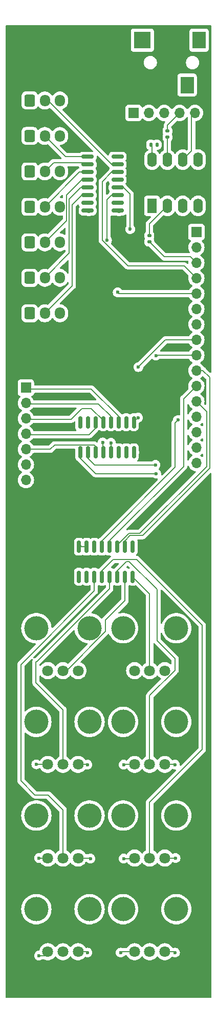
<source format=gbr>
%TF.GenerationSoftware,KiCad,Pcbnew,8.0.8*%
%TF.CreationDate,2025-03-24T10:48:50+01:00*%
%TF.ProjectId,Unit,556e6974-2e6b-4696-9361-645f70636258,rev?*%
%TF.SameCoordinates,Original*%
%TF.FileFunction,Copper,L1,Top*%
%TF.FilePolarity,Positive*%
%FSLAX46Y46*%
G04 Gerber Fmt 4.6, Leading zero omitted, Abs format (unit mm)*
G04 Created by KiCad (PCBNEW 8.0.8) date 2025-03-24 10:48:50*
%MOMM*%
%LPD*%
G01*
G04 APERTURE LIST*
G04 Aperture macros list*
%AMRoundRect*
0 Rectangle with rounded corners*
0 $1 Rounding radius*
0 $2 $3 $4 $5 $6 $7 $8 $9 X,Y pos of 4 corners*
0 Add a 4 corners polygon primitive as box body*
4,1,4,$2,$3,$4,$5,$6,$7,$8,$9,$2,$3,0*
0 Add four circle primitives for the rounded corners*
1,1,$1+$1,$2,$3*
1,1,$1+$1,$4,$5*
1,1,$1+$1,$6,$7*
1,1,$1+$1,$8,$9*
0 Add four rect primitives between the rounded corners*
20,1,$1+$1,$2,$3,$4,$5,0*
20,1,$1+$1,$4,$5,$6,$7,0*
20,1,$1+$1,$6,$7,$8,$9,0*
20,1,$1+$1,$8,$9,$2,$3,0*%
G04 Aperture macros list end*
%TA.AperFunction,SMDPad,CuDef*%
%ADD10RoundRect,0.135000X-0.185000X0.135000X-0.185000X-0.135000X0.185000X-0.135000X0.185000X0.135000X0*%
%TD*%
%TA.AperFunction,WasherPad*%
%ADD11C,4.000000*%
%TD*%
%TA.AperFunction,ComponentPad*%
%ADD12C,1.800000*%
%TD*%
%TA.AperFunction,ComponentPad*%
%ADD13RoundRect,0.250000X-0.600000X-0.725000X0.600000X-0.725000X0.600000X0.725000X-0.600000X0.725000X0*%
%TD*%
%TA.AperFunction,ComponentPad*%
%ADD14O,1.700000X1.950000*%
%TD*%
%TA.AperFunction,SMDPad,CuDef*%
%ADD15R,2.200000X2.800000*%
%TD*%
%TA.AperFunction,SMDPad,CuDef*%
%ADD16R,2.800000X2.800000*%
%TD*%
%TA.AperFunction,SMDPad,CuDef*%
%ADD17RoundRect,0.150000X0.150000X-0.825000X0.150000X0.825000X-0.150000X0.825000X-0.150000X-0.825000X0*%
%TD*%
%TA.AperFunction,ComponentPad*%
%ADD18R,1.700000X1.700000*%
%TD*%
%TA.AperFunction,ComponentPad*%
%ADD19O,1.700000X1.700000*%
%TD*%
%TA.AperFunction,SMDPad,CuDef*%
%ADD20RoundRect,0.150000X-0.825000X-0.150000X0.825000X-0.150000X0.825000X0.150000X-0.825000X0.150000X0*%
%TD*%
%TA.AperFunction,SMDPad,CuDef*%
%ADD21RoundRect,0.135000X-0.135000X-0.185000X0.135000X-0.185000X0.135000X0.185000X-0.135000X0.185000X0*%
%TD*%
%TA.AperFunction,ComponentPad*%
%ADD22R,1.600000X2.400000*%
%TD*%
%TA.AperFunction,ComponentPad*%
%ADD23O,1.600000X2.400000*%
%TD*%
%TA.AperFunction,SMDPad,CuDef*%
%ADD24RoundRect,0.135000X0.185000X-0.135000X0.185000X0.135000X-0.185000X0.135000X-0.185000X-0.135000X0*%
%TD*%
%TA.AperFunction,ViaPad*%
%ADD25C,0.600000*%
%TD*%
%TA.AperFunction,Conductor*%
%ADD26C,0.200000*%
%TD*%
G04 APERTURE END LIST*
D10*
%TO.P,R31,1*%
%TO.N,Net-(J4-Pad4)*%
X159219873Y-32770000D03*
%TO.P,R31,2*%
%TO.N,Net-(U4-VO1)*%
X159219873Y-33790000D03*
%TD*%
D11*
%TO.P,RV5,*%
%TO.N,*%
X137527537Y-130230000D03*
X146327537Y-130230000D03*
D12*
%TO.P,RV5,1,1*%
%TO.N,+3.3V*%
X144427537Y-137230000D03*
%TO.P,RV5,2,2*%
%TO.N,Net-(U1-CH4)*%
X141927537Y-137230000D03*
%TO.P,RV5,3,3*%
%TO.N,GND*%
X139427537Y-137230000D03*
%TD*%
D13*
%TO.P,J10,1,Pin_1*%
%TO.N,GND*%
X136427537Y-51130000D03*
D14*
%TO.P,J10,2,Pin_2*%
%TO.N,/Main_board/c4*%
X138927537Y-51130000D03*
%TO.P,J10,3,Pin_3*%
%TO.N,+3.3V*%
X141427537Y-51130000D03*
%TD*%
D13*
%TO.P,J9,1,Pin_1*%
%TO.N,GND*%
X136427537Y-45280000D03*
D14*
%TO.P,J9,2,Pin_2*%
%TO.N,/Main_board/c3*%
X138927537Y-45280000D03*
%TO.P,J9,3,Pin_3*%
%TO.N,+3.3V*%
X141427537Y-45280000D03*
%TD*%
D13*
%TO.P,J12,1,Pin_1*%
%TO.N,GND*%
X136427537Y-62830000D03*
D14*
%TO.P,J12,2,Pin_2*%
%TO.N,/Main_board/c6*%
X138927537Y-62830000D03*
%TO.P,J12,3,Pin_3*%
%TO.N,+3.3V*%
X141427537Y-62830000D03*
%TD*%
D13*
%TO.P,J8,1,Pin_1*%
%TO.N,GND*%
X136427537Y-39430000D03*
D14*
%TO.P,J8,2,Pin_2*%
%TO.N,/Main_board/c2*%
X138927537Y-39430000D03*
%TO.P,J8,3,Pin_3*%
%TO.N,+3.3V*%
X141427537Y-39430000D03*
%TD*%
D15*
%TO.P,J14,R*%
%TO.N,N/C*%
X162469873Y-25180000D03*
%TO.P,J14,S*%
X164469873Y-17780000D03*
D16*
%TO.P,J14,T*%
X155069873Y-17780000D03*
%TD*%
D17*
%TO.P,U3,1,~{PL}*%
%TO.N,/Main_board/LOAD_165*%
X144774873Y-85755000D03*
%TO.P,U3,2,CP*%
%TO.N,/Main_board/clock_165*%
X146044873Y-85755000D03*
%TO.P,U3,3,D4*%
%TO.N,/Main_board/jst4*%
X147314873Y-85755000D03*
%TO.P,U3,4,D5*%
%TO.N,/Main_board/jst5*%
X148584873Y-85755000D03*
%TO.P,U3,5,D6*%
%TO.N,/Main_board/jst6*%
X149854873Y-85755000D03*
%TO.P,U3,6,D7*%
%TO.N,GND*%
X151124873Y-85755000D03*
%TO.P,U3,7,~{Q7}*%
%TO.N,unconnected-(U3-~{Q7}-Pad7)*%
X152394873Y-85755000D03*
%TO.P,U3,8,GND*%
%TO.N,GND*%
X153664873Y-85755000D03*
%TO.P,U3,9,Q7*%
%TO.N,/Main_board/DATA_OUT_165*%
X153664873Y-80805000D03*
%TO.P,U3,10,DS*%
%TO.N,GND*%
X152394873Y-80805000D03*
%TO.P,U3,11,D0*%
%TO.N,/Main_board/jst0*%
X151124873Y-80805000D03*
%TO.P,U3,12,D1*%
%TO.N,/Main_board/jst1*%
X149854873Y-80805000D03*
%TO.P,U3,13,D2*%
%TO.N,/Main_board/jst2*%
X148584873Y-80805000D03*
%TO.P,U3,14,D3*%
%TO.N,/Main_board/jst3*%
X147314873Y-80805000D03*
%TO.P,U3,15,~{CE}*%
%TO.N,+3.3V*%
X146044873Y-80805000D03*
%TO.P,U3,16,VCC*%
X144774873Y-80805000D03*
%TD*%
D18*
%TO.P,J4,1*%
%TO.N,unconnected-(J4-Pad1)*%
X153599873Y-29780000D03*
D19*
%TO.P,J4,2*%
%TO.N,unconnected-(J4-Pad2)*%
X156139873Y-29780000D03*
%TO.P,J4,3*%
%TO.N,unconnected-(J4-Pad3)*%
X158679873Y-29780000D03*
%TO.P,J4,4*%
%TO.N,Net-(J4-Pad4)*%
X161219873Y-29780000D03*
%TO.P,J4,5*%
%TO.N,Net-(U4-VO2)*%
X163759873Y-29780000D03*
%TD*%
D11*
%TO.P,RV1,*%
%TO.N,*%
X137527537Y-161130000D03*
X146327537Y-161130000D03*
D12*
%TO.P,RV1,1,1*%
%TO.N,+3.3V*%
X144427537Y-168130000D03*
%TO.P,RV1,2,2*%
%TO.N,Net-(U1-CH0)*%
X141927537Y-168130000D03*
%TO.P,RV1,3,3*%
%TO.N,GND*%
X139427537Y-168130000D03*
%TD*%
D13*
%TO.P,J11,1,Pin_1*%
%TO.N,GND*%
X136427537Y-56980000D03*
D14*
%TO.P,J11,2,Pin_2*%
%TO.N,/Main_board/c5*%
X138927537Y-56980000D03*
%TO.P,J11,3,Pin_3*%
%TO.N,+3.3V*%
X141427537Y-56980000D03*
%TD*%
D11*
%TO.P,RV4,*%
%TO.N,*%
X151877537Y-145680000D03*
X160677537Y-145680000D03*
D12*
%TO.P,RV4,1,1*%
%TO.N,+3.3V*%
X158777537Y-152680000D03*
%TO.P,RV4,2,2*%
%TO.N,Net-(U1-CH3)*%
X156277537Y-152680000D03*
%TO.P,RV4,3,3*%
%TO.N,GND*%
X153777537Y-152680000D03*
%TD*%
D20*
%TO.P,U2,1,QB*%
%TO.N,/Main_board/c1*%
X146019873Y-37010000D03*
%TO.P,U2,2,QC*%
%TO.N,/Main_board/c2*%
X146019873Y-38280000D03*
%TO.P,U2,3,QD*%
%TO.N,/Main_board/c3*%
X146019873Y-39550000D03*
%TO.P,U2,4,QE*%
%TO.N,/Main_board/c4*%
X146019873Y-40820000D03*
%TO.P,U2,5,QF*%
%TO.N,/Main_board/c5*%
X146019873Y-42090000D03*
%TO.P,U2,6,QG*%
%TO.N,/Main_board/c6*%
X146019873Y-43360000D03*
%TO.P,U2,7,QH*%
%TO.N,/Main_board/c7*%
X146019873Y-44630000D03*
%TO.P,U2,8,GND*%
%TO.N,GND*%
X146019873Y-45900000D03*
%TO.P,U2,9,QH'*%
X150969873Y-45900000D03*
%TO.P,U2,10,~{SRCLR}*%
%TO.N,+3.3V*%
X150969873Y-44630000D03*
%TO.P,U2,11,SRCLK*%
%TO.N,/Main_board/clock_595*%
X150969873Y-43360000D03*
%TO.P,U2,12,RCLK*%
%TO.N,/Main_board/LATCH_595*%
X150969873Y-42090000D03*
%TO.P,U2,13,~{OE}*%
%TO.N,GND*%
X150969873Y-40820000D03*
%TO.P,U2,14,SER*%
%TO.N,/Main_board/DATA_IN_595*%
X150969873Y-39550000D03*
%TO.P,U2,15,QA*%
%TO.N,/Main_board/c0*%
X150969873Y-38280000D03*
%TO.P,U2,16,VCC*%
%TO.N,+3.3V*%
X150969873Y-37010000D03*
%TD*%
D11*
%TO.P,RV8,*%
%TO.N,*%
X151877537Y-114780000D03*
X160677537Y-114780000D03*
D12*
%TO.P,RV8,1,1*%
%TO.N,+3.3V*%
X158777537Y-121780000D03*
%TO.P,RV8,2,2*%
%TO.N,Net-(U1-CH7)*%
X156277537Y-121780000D03*
%TO.P,RV8,3,3*%
%TO.N,GND*%
X153777537Y-121780000D03*
%TD*%
D11*
%TO.P,RV2,*%
%TO.N,*%
X151877537Y-161130000D03*
X160677537Y-161130000D03*
D12*
%TO.P,RV2,1,1*%
%TO.N,+3.3V*%
X158777537Y-168130000D03*
%TO.P,RV2,2,2*%
%TO.N,Net-(U1-CH1)*%
X156277537Y-168130000D03*
%TO.P,RV2,3,3*%
%TO.N,GND*%
X153777537Y-168130000D03*
%TD*%
D11*
%TO.P,RV7,*%
%TO.N,*%
X137527537Y-114780000D03*
X146327537Y-114780000D03*
D12*
%TO.P,RV7,1,1*%
%TO.N,+3.3V*%
X144427537Y-121780000D03*
%TO.P,RV7,2,2*%
%TO.N,Net-(U1-CH6)*%
X141927537Y-121780000D03*
%TO.P,RV7,3,3*%
%TO.N,GND*%
X139427537Y-121780000D03*
%TD*%
D21*
%TO.P,R30,1*%
%TO.N,+3.3V*%
X156459873Y-35030000D03*
%TO.P,R30,2*%
%TO.N,Net-(U4-VO2)*%
X157479873Y-35030000D03*
%TD*%
D17*
%TO.P,U1,1,CH0*%
%TO.N,Net-(U1-CH0)*%
X144577537Y-106280000D03*
%TO.P,U1,2,CH1*%
%TO.N,Net-(U1-CH1)*%
X145847537Y-106280000D03*
%TO.P,U1,3,CH2*%
%TO.N,Net-(U1-CH2)*%
X147117537Y-106280000D03*
%TO.P,U1,4,CH3*%
%TO.N,Net-(U1-CH3)*%
X148387537Y-106280000D03*
%TO.P,U1,5,CH4*%
%TO.N,Net-(U1-CH4)*%
X149657537Y-106280000D03*
%TO.P,U1,6,CH5*%
%TO.N,Net-(U1-CH5)*%
X150927537Y-106280000D03*
%TO.P,U1,7,CH6*%
%TO.N,Net-(U1-CH6)*%
X152197537Y-106280000D03*
%TO.P,U1,8,CH7*%
%TO.N,Net-(U1-CH7)*%
X153467537Y-106280000D03*
%TO.P,U1,9,DGND*%
%TO.N,GND*%
X153467537Y-101330000D03*
%TO.P,U1,10,~{CS}/SHDN*%
%TO.N,/Octaves board/select*%
X152197537Y-101330000D03*
%TO.P,U1,11,Din*%
%TO.N,/Octaves board/DATA_IN_ADC*%
X150927537Y-101330000D03*
%TO.P,U1,12,Dout*%
%TO.N,/Octaves board/DATA_OUT_ADC*%
X149657537Y-101330000D03*
%TO.P,U1,13,CLK*%
%TO.N,/Octaves board/ADC_clock*%
X148387537Y-101330000D03*
%TO.P,U1,14,AGND*%
%TO.N,GND*%
X147117537Y-101330000D03*
%TO.P,U1,15,Vref*%
%TO.N,+3.3V*%
X145847537Y-101330000D03*
%TO.P,U1,16,Vdd*%
X144577537Y-101330000D03*
%TD*%
D13*
%TO.P,J6,1,Pin_1*%
%TO.N,GND*%
X136427537Y-27730000D03*
D14*
%TO.P,J6,2,Pin_2*%
%TO.N,/Main_board/c0*%
X138927537Y-27730000D03*
%TO.P,J6,3,Pin_3*%
%TO.N,+3.3V*%
X141427537Y-27730000D03*
%TD*%
D22*
%TO.P,U4,1,NC*%
%TO.N,unconnected-(U4-NC-Pad1)*%
X156669873Y-45105000D03*
D23*
%TO.P,U4,2,C1*%
%TO.N,Net-(U4-C1)*%
X159209873Y-45105000D03*
%TO.P,U4,3,C2*%
%TO.N,GND*%
X161749873Y-45105000D03*
%TO.P,U4,4,NC*%
%TO.N,unconnected-(U4-NC-Pad4)*%
X164289873Y-45105000D03*
%TO.P,U4,5,GND*%
%TO.N,GND*%
X164289873Y-37485000D03*
%TO.P,U4,6,VO2*%
%TO.N,Net-(U4-VO2)*%
X161749873Y-37485000D03*
%TO.P,U4,7,VO1*%
%TO.N,Net-(U4-VO1)*%
X159209873Y-37485000D03*
%TO.P,U4,8,VCC*%
%TO.N,+3.3V*%
X156669873Y-37485000D03*
%TD*%
D19*
%TO.P,J1,1,3V3*%
%TO.N,+3.3V*%
X164000000Y-51960000D03*
D18*
%TO.P,J1,6,GND*%
%TO.N,/Raspberry_connections/GND*%
X164000000Y-49420000D03*
D19*
%TO.P,J1,8,GPIO14/UART_TXD*%
%TO.N,/Main_board/midi_in*%
X164000000Y-54500000D03*
%TO.P,J1,11,GPIO17/SPI1_~{CE1}*%
%TO.N,/Main_board/DATA_IN_595*%
X164000000Y-57040000D03*
%TO.P,J1,13,GPIO27/SDIO_DAT3*%
%TO.N,/Main_board/clock_595*%
X164000000Y-69740000D03*
%TO.P,J1,15,GPIO22/SDIO_CLK*%
%TO.N,/Main_board/LATCH_595*%
X164000000Y-59580000D03*
%TO.P,J1,16,GPIO23/SDIO_CMD*%
%TO.N,/Main_board/LOAD_165*%
X164000000Y-62120000D03*
%TO.P,J1,18,GPCLK0/GPIO04*%
%TO.N,/Main_board/clock_165*%
X164000000Y-64660000D03*
%TO.P,J1,19,GPIO18/SPI1_~{CE0}/PCM_CLK/PWM0*%
%TO.N,/Octaves board/DATA_IN_ADC*%
X164000000Y-77360000D03*
%TO.P,J1,21,GPIO17/SPI1_~{CE1}*%
%TO.N,/Octaves board/DATA_OUT_ADC*%
X164000000Y-74820000D03*
%TO.P,J1,22,GPIO14/UART_TXD*%
%TO.N,/Main_board/DATA_OUT_165*%
X164000000Y-67200000D03*
%TO.P,J1,23,GPIO27/SDIO_DAT3*%
%TO.N,/Octaves board/ADC_clock*%
X164000000Y-79900000D03*
%TO.P,J1,24,GPIO15/UART_RXD*%
%TO.N,/Octaves board/select*%
X164000000Y-72280000D03*
%TO.P,J1,32,GND*%
%TO.N,N/C*%
X164000000Y-82440000D03*
X164000000Y-84980000D03*
X164000000Y-87520000D03*
%TD*%
D11*
%TO.P,RV3,*%
%TO.N,*%
X137527537Y-145680000D03*
X146327537Y-145680000D03*
D12*
%TO.P,RV3,1,1*%
%TO.N,+3.3V*%
X144427537Y-152680000D03*
%TO.P,RV3,2,2*%
%TO.N,Net-(U1-CH2)*%
X141927537Y-152680000D03*
%TO.P,RV3,3,3*%
%TO.N,GND*%
X139427537Y-152680000D03*
%TD*%
D11*
%TO.P,RV6,*%
%TO.N,*%
X151877537Y-130230000D03*
X160677537Y-130230000D03*
D12*
%TO.P,RV6,1,1*%
%TO.N,+3.3V*%
X158777537Y-137230000D03*
%TO.P,RV6,2,2*%
%TO.N,Net-(U1-CH5)*%
X156277537Y-137230000D03*
%TO.P,RV6,3,3*%
%TO.N,GND*%
X153777537Y-137230000D03*
%TD*%
D13*
%TO.P,J7,1,Pin_1*%
%TO.N,GND*%
X136427537Y-33580000D03*
D14*
%TO.P,J7,2,Pin_2*%
%TO.N,/Main_board/c1*%
X138927537Y-33580000D03*
%TO.P,J7,3,Pin_3*%
%TO.N,+3.3V*%
X141427537Y-33580000D03*
%TD*%
D24*
%TO.P,R29,1*%
%TO.N,/Main_board/midi_in*%
X156219873Y-51040000D03*
%TO.P,R29,2*%
%TO.N,Net-(U4-C1)*%
X156219873Y-50020000D03*
%TD*%
D18*
%TO.P,J5,1,Pin_1*%
%TO.N,/Main_board/jst0*%
X135800000Y-75100000D03*
D19*
%TO.P,J5,2,Pin_2*%
%TO.N,/Main_board/jst1*%
X135800000Y-77640000D03*
%TO.P,J5,3,Pin_3*%
%TO.N,/Main_board/jst2*%
X135800000Y-80180000D03*
%TO.P,J5,4,Pin_4*%
%TO.N,/Main_board/jst3*%
X135800000Y-82720000D03*
%TO.P,J5,5,Pin_5*%
%TO.N,/Main_board/jst4*%
X135800000Y-85260000D03*
%TO.P,J5,6,Pin_6*%
%TO.N,/Main_board/jst5*%
X135800000Y-87800000D03*
%TO.P,J5,7,Pin_7*%
%TO.N,/Main_board/jst6*%
X135800000Y-90340000D03*
%TD*%
D25*
%TO.N,GND*%
X151219873Y-46030000D03*
X137969873Y-152680000D03*
X137519873Y-137230000D03*
X137969873Y-168780000D03*
X153469873Y-101280000D03*
X151119873Y-85730000D03*
X147219873Y-101280000D03*
X150844873Y-40905000D03*
X152469873Y-81030000D03*
X151969873Y-137280000D03*
X153719873Y-85780000D03*
X151469873Y-168280000D03*
X151969873Y-152780000D03*
X146219873Y-46030000D03*
%TO.N,+3.3V*%
X145719873Y-101280000D03*
X151219873Y-44530000D03*
X160569873Y-152680000D03*
X156219873Y-36780000D03*
X160469873Y-137280000D03*
X145969873Y-168280000D03*
X145994873Y-80780000D03*
X146469873Y-152780000D03*
X144719873Y-101280000D03*
X160469873Y-168280000D03*
X145969873Y-137280000D03*
X144794873Y-80780000D03*
X151219873Y-37030000D03*
%TO.N,/Main_board/jst6*%
X149869873Y-84205000D03*
%TO.N,/Main_board/jst5*%
X148494873Y-84130000D03*
%TO.N,Net-(U1-CH0)*%
X144577537Y-106280000D03*
%TO.N,Net-(U1-CH1)*%
X145847537Y-106280000D03*
%TO.N,/Main_board/clock_595*%
X149219873Y-50780000D03*
X157300000Y-69800000D03*
%TO.N,/Main_board/LATCH_595*%
X150969873Y-59369873D03*
X153044873Y-48955000D03*
%TO.N,/Main_board/LOAD_165*%
X157369873Y-89280000D03*
%TO.N,/Main_board/DATA_OUT_165*%
X153669873Y-80605000D03*
X154400000Y-71700000D03*
X154344873Y-80055000D03*
%TO.N,/Main_board/clock_165*%
X157244873Y-87830000D03*
%TO.N,/Octaves board/ADC_clock*%
X160950000Y-80450000D03*
%TO.N,Net-(U4-VO2)*%
X157469873Y-35030000D03*
%TD*%
D26*
%TO.N,GND*%
X151619873Y-168130000D02*
X153777537Y-168130000D01*
X153777537Y-137230000D02*
X152019873Y-137230000D01*
X153677537Y-152780000D02*
X153777537Y-152680000D01*
X139427537Y-137230000D02*
X137519873Y-137230000D01*
X151469873Y-168280000D02*
X151619873Y-168130000D01*
X139427537Y-152680000D02*
X137969873Y-152680000D01*
X152019873Y-137230000D02*
X151969873Y-137280000D01*
X151969873Y-152780000D02*
X153677537Y-152780000D01*
X139427537Y-168130000D02*
X138777537Y-168780000D01*
X152069873Y-152680000D02*
X151969873Y-152780000D01*
X138777537Y-168780000D02*
X137969873Y-168780000D01*
%TO.N,+3.3V*%
X144769873Y-101330000D02*
X145669873Y-101330000D01*
X145819873Y-168130000D02*
X145969873Y-168280000D01*
X144577537Y-101330000D02*
X144669873Y-101330000D01*
X160419873Y-137230000D02*
X160469873Y-137280000D01*
X158777537Y-137230000D02*
X158519873Y-137230000D01*
X158777537Y-168130000D02*
X160319873Y-168130000D01*
X145919873Y-137230000D02*
X145969873Y-137280000D01*
X160319873Y-168130000D02*
X160469873Y-168280000D01*
X144427537Y-168130000D02*
X145819873Y-168130000D01*
X145769873Y-101330000D02*
X145847537Y-101330000D01*
X156669873Y-35240000D02*
X156459873Y-35030000D01*
X144427537Y-152680000D02*
X146369873Y-152680000D01*
X146369873Y-152680000D02*
X146469873Y-152780000D01*
X156669873Y-37485000D02*
X156669873Y-35240000D01*
X145669873Y-101330000D02*
X145719873Y-101280000D01*
X158519873Y-137230000D02*
X160419873Y-137230000D01*
X160569873Y-152680000D02*
X158777537Y-152680000D01*
X145719873Y-101280000D02*
X145769873Y-101330000D01*
X158777537Y-137230000D02*
X159469873Y-137230000D01*
X144669873Y-101330000D02*
X144719873Y-101280000D01*
X144719873Y-101280000D02*
X144769873Y-101330000D01*
X144427537Y-137230000D02*
X145919873Y-137230000D01*
%TO.N,/Main_board/jst3*%
X146234872Y-82860000D02*
X135940000Y-82860000D01*
X147314873Y-81779999D02*
X146234872Y-82860000D01*
X147314873Y-80805000D02*
X147314873Y-81779999D01*
X135940000Y-82860000D02*
X135800000Y-82720000D01*
%TO.N,/Main_board/jst6*%
X149869873Y-84205000D02*
X149854873Y-84190000D01*
X149854873Y-85755000D02*
X149869873Y-84205000D01*
X149854873Y-84190000D02*
X149844873Y-84180000D01*
%TO.N,/Main_board/jst4*%
X147064872Y-84530000D02*
X140542462Y-84530000D01*
X147314873Y-84780001D02*
X147064872Y-84530000D01*
X140542462Y-84530000D02*
X139812462Y-85260000D01*
X147314873Y-85755000D02*
X147314873Y-84780001D01*
X139812462Y-85260000D02*
X135800000Y-85260000D01*
%TO.N,/Main_board/jst5*%
X148494873Y-84130000D02*
X148584873Y-84140000D01*
X148584873Y-84140000D02*
X148594873Y-84130000D01*
X148584873Y-85755000D02*
X148494873Y-84130000D01*
%TO.N,/Main_board/jst1*%
X149854873Y-79830001D02*
X147804872Y-77780000D01*
X147804872Y-77780000D02*
X135940000Y-77780000D01*
X135940000Y-77780000D02*
X135800000Y-77640000D01*
X149854873Y-80805000D02*
X149854873Y-79830001D01*
%TO.N,/Main_board/jst2*%
X145044873Y-78555000D02*
X143279873Y-80320000D01*
X148584873Y-80530158D02*
X146609715Y-78555000D01*
X148584873Y-80805000D02*
X148584873Y-80530158D01*
X146609715Y-78555000D02*
X145044873Y-78555000D01*
X143279873Y-80320000D02*
X135940000Y-80320000D01*
X135940000Y-80320000D02*
X135800000Y-80180000D01*
%TO.N,/Main_board/jst0*%
X151124873Y-79830001D02*
X146624872Y-75330000D01*
X136030000Y-75330000D02*
X135800000Y-75100000D01*
X151124873Y-80805000D02*
X151124873Y-79830001D01*
X146624872Y-75330000D02*
X136030000Y-75330000D01*
%TO.N,/Main_board/c0*%
X149994874Y-38280000D02*
X139444874Y-27730000D01*
X139444874Y-27730000D02*
X138927537Y-27730000D01*
X150969873Y-38280000D02*
X149994874Y-38280000D01*
%TO.N,/Main_board/c1*%
X142357537Y-37010000D02*
X138927537Y-33580000D01*
X146019873Y-37010000D02*
X142357537Y-37010000D01*
%TO.N,/Main_board/c2*%
X140377536Y-37980001D02*
X138927537Y-39430000D01*
X145719874Y-37980001D02*
X140377536Y-37980001D01*
X146019873Y-38280000D02*
X145719874Y-37980001D01*
%TO.N,/Main_board/c3*%
X144657537Y-39550000D02*
X138927537Y-45280000D01*
X146019873Y-39550000D02*
X144657537Y-39550000D01*
%TO.N,/Main_board/c4*%
X146019873Y-40820000D02*
X145044874Y-40820000D01*
X142527537Y-43337337D02*
X142527537Y-47530000D01*
X145044874Y-40820000D02*
X142527537Y-43337337D01*
X142527537Y-47530000D02*
X138927537Y-51130000D01*
%TO.N,/Main_board/c5*%
X144909873Y-42090000D02*
X142969873Y-44030000D01*
X146019873Y-42090000D02*
X144909873Y-42090000D01*
X142969873Y-52937664D02*
X138927537Y-56980000D01*
X142969873Y-44030000D02*
X142969873Y-52937664D01*
%TO.N,/Main_board/c6*%
X146019873Y-43360000D02*
X145044874Y-43360000D01*
X145044874Y-43360000D02*
X143469873Y-44935001D01*
X143469873Y-58287664D02*
X138927537Y-62830000D01*
X143469873Y-44935001D02*
X143469873Y-58287664D01*
%TO.N,Net-(U1-CH2)*%
X147117537Y-106280000D02*
X147117537Y-108632336D01*
X134969873Y-139940355D02*
X137309518Y-142280000D01*
X137309518Y-142280000D02*
X139469873Y-142280000D01*
X141927537Y-144737664D02*
X141927537Y-152680000D01*
X134969873Y-120780000D02*
X134969873Y-139940355D01*
X147117537Y-108632336D02*
X134969873Y-120780000D01*
X139469873Y-142280000D02*
X141927537Y-144737664D01*
%TO.N,Net-(U1-CH3)*%
X164969873Y-134780000D02*
X156277537Y-143472336D01*
X156277537Y-143472336D02*
X156277537Y-152680000D01*
X154119873Y-103430000D02*
X164969873Y-114280000D01*
X148387537Y-106280000D02*
X148387537Y-105305001D01*
X148387537Y-105305001D02*
X150262538Y-103430000D01*
X150262538Y-103430000D02*
X154119873Y-103430000D01*
X164969873Y-114280000D02*
X164969873Y-134780000D01*
%TO.N,Net-(U1-CH4)*%
X137469873Y-120280000D02*
X137469873Y-123780000D01*
X137645556Y-120280000D02*
X137469873Y-120280000D01*
X141927537Y-128237664D02*
X141927537Y-137230000D01*
X149657537Y-108268019D02*
X137645556Y-120280000D01*
X149657537Y-106280000D02*
X149657537Y-108268019D01*
X137469873Y-123780000D02*
X141927537Y-128237664D01*
%TO.N,Net-(U1-CH5)*%
X152859518Y-103780000D02*
X157469873Y-108390355D01*
X157469873Y-116780000D02*
X160469873Y-119780000D01*
X150927537Y-106280000D02*
X150927537Y-105305001D01*
X157469873Y-108390355D02*
X157469873Y-116780000D01*
X160469873Y-119780000D02*
X160469873Y-121714010D01*
X150927537Y-105305001D02*
X152452538Y-103780000D01*
X156277537Y-125906346D02*
X156277537Y-137230000D01*
X160469873Y-121714010D02*
X156277537Y-125906346D01*
X152452538Y-103780000D02*
X152859518Y-103780000D01*
%TO.N,Net-(U1-CH6)*%
X152197537Y-110228019D02*
X148969873Y-113455683D01*
X148969873Y-113455683D02*
X148969873Y-115319645D01*
X152197537Y-106280000D02*
X152197537Y-110228019D01*
X148969873Y-115319645D02*
X142509518Y-121780000D01*
X142509518Y-121780000D02*
X141927537Y-121780000D01*
%TO.N,Net-(U1-CH7)*%
X153467537Y-106280000D02*
X156277537Y-109090000D01*
X156277537Y-109090000D02*
X156277537Y-121780000D01*
%TO.N,/Octaves board/DATA_IN_ADC*%
X152832695Y-99150000D02*
X154650000Y-99150000D01*
X150927537Y-101330000D02*
X150927537Y-101055158D01*
X150927537Y-101055158D02*
X152832695Y-99150000D01*
X165700000Y-88100000D02*
X165700000Y-79060000D01*
X165700000Y-79060000D02*
X164000000Y-77360000D01*
X154650000Y-99150000D02*
X165700000Y-88100000D01*
%TO.N,/Octaves board/DATA_OUT_ADC*%
X149657537Y-101330000D02*
X149657537Y-100342336D01*
X149657537Y-100342336D02*
X161900000Y-88099873D01*
X161900000Y-88099873D02*
X161900000Y-76920000D01*
X161900000Y-76920000D02*
X164000000Y-74820000D01*
%TO.N,/Main_board/clock_595*%
X149994874Y-43360000D02*
X149244873Y-44110001D01*
X149219873Y-50780000D02*
X149244873Y-50780000D01*
X150969873Y-43360000D02*
X149994874Y-43360000D01*
X157300000Y-69800000D02*
X157360000Y-69740000D01*
X157360000Y-69740000D02*
X164000000Y-69740000D01*
X149244873Y-44110001D02*
X149219873Y-50780000D01*
%TO.N,/Main_board/LATCH_595*%
X151944872Y-42090000D02*
X153019873Y-43165001D01*
X150969873Y-42090000D02*
X151944872Y-42090000D01*
X153019873Y-48930000D02*
X153044873Y-48955000D01*
X150969873Y-59369873D02*
X151180000Y-59580000D01*
X151180000Y-59580000D02*
X164000000Y-59580000D01*
X153019873Y-43165001D02*
X153019873Y-48930000D01*
X153044873Y-48955000D02*
X153019873Y-48980000D01*
X153019873Y-48980000D02*
X153019873Y-49180000D01*
%TO.N,/Main_board/DATA_IN_595*%
X148444873Y-41100001D02*
X148444873Y-50782818D01*
X148444873Y-50782818D02*
X152662055Y-55000000D01*
X149994874Y-39550000D02*
X148444873Y-41100001D01*
X152662055Y-55000000D02*
X161960000Y-55000000D01*
X150969873Y-39550000D02*
X149994874Y-39550000D01*
X161960000Y-55000000D02*
X164000000Y-57040000D01*
%TO.N,/Main_board/LOAD_165*%
X144774873Y-85755000D02*
X144774873Y-86729999D01*
X157369873Y-89280000D02*
X157419873Y-89280000D01*
X147324874Y-89280000D02*
X157369873Y-89280000D01*
X144774873Y-86729999D02*
X147324874Y-89280000D01*
%TO.N,/Main_board/DATA_OUT_165*%
X154400000Y-71700000D02*
X158900000Y-67200000D01*
X153669873Y-80605000D02*
X153794873Y-80605000D01*
X153794873Y-80605000D02*
X154344873Y-80055000D01*
X158900000Y-67200000D02*
X164000000Y-67200000D01*
%TO.N,/Main_board/clock_165*%
X146044873Y-85755000D02*
X146044873Y-86729999D01*
X157219873Y-87855000D02*
X157244873Y-87830000D01*
X147169874Y-87855000D02*
X157219873Y-87855000D01*
X146044873Y-86729999D02*
X147169874Y-87855000D01*
X157244873Y-87830000D02*
X157269873Y-87855000D01*
X157269873Y-87855000D02*
X157294873Y-87855000D01*
%TO.N,/Octaves board/ADC_clock*%
X160500000Y-88242538D02*
X160500000Y-80900000D01*
X160500000Y-80900000D02*
X160950000Y-80450000D01*
X148387537Y-100355001D02*
X160500000Y-88242538D01*
X148387537Y-101330000D02*
X148387537Y-100355001D01*
%TO.N,/Main_board/midi_in*%
X163030000Y-53530000D02*
X164000000Y-54500000D01*
X156219873Y-51040000D02*
X158709873Y-53530000D01*
X158709873Y-53530000D02*
X163030000Y-53530000D01*
%TO.N,/Octaves board/select*%
X152197537Y-100355001D02*
X152197537Y-101330000D01*
X166200000Y-88400000D02*
X155100000Y-99500000D01*
X164000000Y-72280000D02*
X165080000Y-72280000D01*
X155100000Y-99500000D02*
X153052538Y-99500000D01*
X153052538Y-99500000D02*
X152197537Y-100355001D01*
X166200000Y-73400000D02*
X166200000Y-88400000D01*
X165080000Y-72280000D02*
X166200000Y-73400000D01*
%TO.N,Net-(U4-C1)*%
X156219873Y-50020000D02*
X156219873Y-48095000D01*
X156219873Y-48095000D02*
X159209873Y-45105000D01*
%TO.N,Net-(U4-VO2)*%
X163219873Y-30320000D02*
X163759873Y-29780000D01*
X161749873Y-37485000D02*
X163219873Y-36015000D01*
X163219873Y-36015000D02*
X163219873Y-30320000D01*
%TO.N,Net-(U4-VO1)*%
X159209873Y-33800000D02*
X159219873Y-33790000D01*
X159209873Y-37485000D02*
X159209873Y-33800000D01*
%TO.N,Net-(J4-Pad4)*%
X159219873Y-31780000D02*
X161219873Y-29780000D01*
X159219873Y-32770000D02*
X159219873Y-31780000D01*
%TD*%
%TA.AperFunction,NonConductor*%
G36*
X149440466Y-41056155D02*
G01*
X149496400Y-41098026D01*
X149516209Y-41137742D01*
X149543126Y-41230393D01*
X149543128Y-41230396D01*
X149626790Y-41371862D01*
X149631575Y-41378031D01*
X149629129Y-41379927D01*
X149655730Y-41428642D01*
X149650746Y-41498334D01*
X149629942Y-41530703D01*
X149631575Y-41531969D01*
X149626790Y-41538137D01*
X149543128Y-41679603D01*
X149543127Y-41679606D01*
X149497275Y-41837426D01*
X149497274Y-41837432D01*
X149494373Y-41874298D01*
X149494373Y-42305701D01*
X149497274Y-42342567D01*
X149497275Y-42342573D01*
X149543127Y-42500393D01*
X149543128Y-42500396D01*
X149626790Y-42641862D01*
X149631575Y-42648031D01*
X149629129Y-42649927D01*
X149655730Y-42698642D01*
X149650746Y-42768334D01*
X149629942Y-42800703D01*
X149631575Y-42801969D01*
X149626789Y-42808138D01*
X149543125Y-42949607D01*
X149542672Y-42950655D01*
X149541392Y-42952536D01*
X149539158Y-42956316D01*
X149538920Y-42956175D01*
X149516556Y-42989080D01*
X149257054Y-43248583D01*
X149195731Y-43282068D01*
X149126040Y-43277084D01*
X149070106Y-43235213D01*
X149045689Y-43169748D01*
X149045373Y-43160902D01*
X149045373Y-41400098D01*
X149065058Y-41333059D01*
X149081692Y-41312417D01*
X149163716Y-41230393D01*
X149309454Y-41084654D01*
X149370775Y-41051171D01*
X149440466Y-41056155D01*
G37*
%TD.AperFunction*%
%TA.AperFunction,NonConductor*%
G36*
X141846371Y-43312915D02*
G01*
X141902304Y-43354787D01*
X141926721Y-43420251D01*
X141927037Y-43429097D01*
X141927037Y-43726626D01*
X141907352Y-43793665D01*
X141854548Y-43839420D01*
X141785390Y-43849364D01*
X141764722Y-43844558D01*
X141743777Y-43837753D01*
X141531134Y-43804074D01*
X141467999Y-43774145D01*
X141431068Y-43714833D01*
X141432066Y-43644971D01*
X141462849Y-43593922D01*
X141715356Y-43341416D01*
X141776679Y-43307931D01*
X141846371Y-43312915D01*
G37*
%TD.AperFunction*%
%TA.AperFunction,NonConductor*%
G36*
X142288707Y-48720578D02*
G01*
X142344640Y-48762450D01*
X142369057Y-48827914D01*
X142369373Y-48836760D01*
X142369373Y-49776610D01*
X142349688Y-49843649D01*
X142296884Y-49889404D01*
X142227726Y-49899348D01*
X142172488Y-49876929D01*
X142135352Y-49849948D01*
X141945951Y-49753444D01*
X141945950Y-49753443D01*
X141945949Y-49753443D01*
X141743780Y-49687754D01*
X141743778Y-49687753D01*
X141743776Y-49687753D01*
X141531134Y-49654074D01*
X141467999Y-49624145D01*
X141431068Y-49564833D01*
X141432066Y-49494971D01*
X141462851Y-49443920D01*
X141772522Y-49134249D01*
X142157693Y-48749078D01*
X142219015Y-48715594D01*
X142288707Y-48720578D01*
G37*
%TD.AperFunction*%
%TA.AperFunction,NonConductor*%
G36*
X142788707Y-54070578D02*
G01*
X142844640Y-54112450D01*
X142869057Y-54177914D01*
X142869373Y-54186760D01*
X142869373Y-56193533D01*
X142849688Y-56260572D01*
X142796884Y-56306327D01*
X142727726Y-56316271D01*
X142664170Y-56287246D01*
X142634888Y-56249828D01*
X142593498Y-56168597D01*
X142582588Y-56147184D01*
X142574560Y-56136134D01*
X142457646Y-55975213D01*
X142307323Y-55824890D01*
X142135357Y-55699951D01*
X141945951Y-55603444D01*
X141945950Y-55603443D01*
X141945949Y-55603443D01*
X141743780Y-55537754D01*
X141743778Y-55537753D01*
X141743776Y-55537753D01*
X141531134Y-55504074D01*
X141467999Y-55474145D01*
X141431068Y-55414833D01*
X141432066Y-55344971D01*
X141462851Y-55293920D01*
X142021368Y-54735403D01*
X142657693Y-54099077D01*
X142719015Y-54065594D01*
X142788707Y-54070578D01*
G37*
%TD.AperFunction*%
%TA.AperFunction,NonConductor*%
G36*
X162777948Y-67820185D02*
G01*
X162823292Y-67872097D01*
X162825965Y-67877830D01*
X162825966Y-67877831D01*
X162961501Y-68071395D01*
X162961506Y-68071402D01*
X163128597Y-68238493D01*
X163128603Y-68238498D01*
X163314158Y-68368425D01*
X163357783Y-68423002D01*
X163364977Y-68492500D01*
X163333454Y-68554855D01*
X163314158Y-68571575D01*
X163128597Y-68701505D01*
X162961506Y-68868596D01*
X162825965Y-69062170D01*
X162825962Y-69062175D01*
X162823289Y-69067909D01*
X162777115Y-69120346D01*
X162710909Y-69139500D01*
X158109097Y-69139500D01*
X158042058Y-69119815D01*
X157996303Y-69067011D01*
X157986359Y-68997853D01*
X158015384Y-68934297D01*
X158021416Y-68927819D01*
X159112416Y-67836819D01*
X159173739Y-67803334D01*
X159200097Y-67800500D01*
X162710909Y-67800500D01*
X162777948Y-67820185D01*
G37*
%TD.AperFunction*%
%TA.AperFunction,NonConductor*%
G36*
X146391814Y-75950185D02*
G01*
X146412456Y-75966819D01*
X147413456Y-76967819D01*
X147446941Y-77029142D01*
X147441957Y-77098834D01*
X147400085Y-77154767D01*
X147334621Y-77179184D01*
X147325775Y-77179500D01*
X137154374Y-77179500D01*
X137087335Y-77159815D01*
X137041992Y-77107905D01*
X136974035Y-76962171D01*
X136974034Y-76962169D01*
X136838496Y-76768600D01*
X136838495Y-76768599D01*
X136716567Y-76646671D01*
X136683084Y-76585351D01*
X136688068Y-76515659D01*
X136729939Y-76459725D01*
X136760915Y-76442810D01*
X136892331Y-76393796D01*
X137007546Y-76307546D01*
X137093796Y-76192331D01*
X137144091Y-76057483D01*
X137145837Y-76041242D01*
X137172574Y-75976694D01*
X137229967Y-75936846D01*
X137269126Y-75930500D01*
X146324775Y-75930500D01*
X146391814Y-75950185D01*
G37*
%TD.AperFunction*%
%TA.AperFunction,NonConductor*%
G36*
X165113663Y-73178745D02*
G01*
X165158011Y-73207246D01*
X165563181Y-73612416D01*
X165596666Y-73673739D01*
X165599500Y-73700097D01*
X165599500Y-74767050D01*
X165583281Y-74822284D01*
X165597069Y-74848517D01*
X165599500Y-74872949D01*
X165599500Y-77307050D01*
X165583281Y-77362284D01*
X165597069Y-77388517D01*
X165599500Y-77412949D01*
X165599500Y-77810903D01*
X165579815Y-77877942D01*
X165527011Y-77923697D01*
X165457853Y-77933641D01*
X165394297Y-77904616D01*
X165387819Y-77898584D01*
X165332766Y-77843531D01*
X165299281Y-77782208D01*
X165300672Y-77723757D01*
X165301863Y-77719309D01*
X165335063Y-77595408D01*
X165351972Y-77402140D01*
X165368321Y-77360344D01*
X165356523Y-77341985D01*
X165351972Y-77317858D01*
X165338925Y-77168735D01*
X165335063Y-77124592D01*
X165273903Y-76896337D01*
X165174035Y-76682171D01*
X165149180Y-76646673D01*
X165038494Y-76488597D01*
X164871402Y-76321506D01*
X164871396Y-76321501D01*
X164685842Y-76191575D01*
X164642217Y-76136998D01*
X164635023Y-76067500D01*
X164666546Y-76005145D01*
X164685842Y-75988425D01*
X164768567Y-75930500D01*
X164871401Y-75858495D01*
X165038495Y-75691401D01*
X165174035Y-75497830D01*
X165273903Y-75283663D01*
X165335063Y-75055408D01*
X165351972Y-74862140D01*
X165368321Y-74820344D01*
X165356523Y-74801985D01*
X165351972Y-74777858D01*
X165335063Y-74584596D01*
X165335063Y-74584592D01*
X165273903Y-74356337D01*
X165174035Y-74142171D01*
X165079858Y-74007671D01*
X165038494Y-73948597D01*
X164871402Y-73781506D01*
X164871396Y-73781501D01*
X164685842Y-73651575D01*
X164642217Y-73596998D01*
X164635023Y-73527500D01*
X164666546Y-73465145D01*
X164685842Y-73448425D01*
X164708026Y-73432891D01*
X164871401Y-73318495D01*
X164982652Y-73207243D01*
X165043971Y-73173761D01*
X165113663Y-73178745D01*
G37*
%TD.AperFunction*%
%TA.AperFunction,NonConductor*%
G36*
X162705703Y-77805483D02*
G01*
X162736881Y-77846790D01*
X162751408Y-77877942D01*
X162825965Y-78037830D01*
X162825967Y-78037834D01*
X162961501Y-78231395D01*
X162961506Y-78231402D01*
X163128597Y-78398493D01*
X163128603Y-78398498D01*
X163314158Y-78528425D01*
X163357783Y-78583002D01*
X163364977Y-78652500D01*
X163333454Y-78714855D01*
X163314158Y-78731575D01*
X163128597Y-78861505D01*
X162961505Y-79028597D01*
X162825965Y-79222169D01*
X162825964Y-79222171D01*
X162736882Y-79413208D01*
X162690709Y-79465647D01*
X162623516Y-79484799D01*
X162556635Y-79464583D01*
X162511300Y-79411418D01*
X162500500Y-79360803D01*
X162500500Y-77899196D01*
X162520185Y-77832157D01*
X162572989Y-77786402D01*
X162642147Y-77776458D01*
X162705703Y-77805483D01*
G37*
%TD.AperFunction*%
%TA.AperFunction,NonConductor*%
G36*
X144137815Y-78400185D02*
G01*
X144183570Y-78452989D01*
X144193514Y-78522147D01*
X144164489Y-78585703D01*
X144158457Y-78592181D01*
X143067457Y-79683181D01*
X143006134Y-79716666D01*
X142979776Y-79719500D01*
X137154374Y-79719500D01*
X137087335Y-79699815D01*
X137041992Y-79647905D01*
X137027338Y-79616480D01*
X136974035Y-79502171D01*
X136949200Y-79466702D01*
X136838494Y-79308597D01*
X136671402Y-79141506D01*
X136671396Y-79141501D01*
X136485842Y-79011575D01*
X136442217Y-78956998D01*
X136435023Y-78887500D01*
X136466546Y-78825145D01*
X136485842Y-78808425D01*
X136595595Y-78731575D01*
X136671401Y-78678495D01*
X136838495Y-78511401D01*
X136893129Y-78433374D01*
X136947706Y-78389751D01*
X136994703Y-78380500D01*
X144070776Y-78380500D01*
X144137815Y-78400185D01*
G37*
%TD.AperFunction*%
%TA.AperFunction,NonConductor*%
G36*
X165018834Y-80893576D02*
G01*
X165074767Y-80935448D01*
X165099184Y-81000912D01*
X165099500Y-81009758D01*
X165099500Y-81330242D01*
X165079815Y-81397281D01*
X165027011Y-81443036D01*
X164957853Y-81452980D01*
X164894297Y-81423955D01*
X164887819Y-81417923D01*
X164871402Y-81401506D01*
X164871396Y-81401501D01*
X164685842Y-81271575D01*
X164642217Y-81216998D01*
X164635023Y-81147500D01*
X164666546Y-81085145D01*
X164685842Y-81068425D01*
X164799188Y-80989059D01*
X164871401Y-80938495D01*
X164887819Y-80922077D01*
X164949142Y-80888592D01*
X165018834Y-80893576D01*
G37*
%TD.AperFunction*%
%TA.AperFunction,NonConductor*%
G36*
X162705703Y-80345483D02*
G01*
X162736881Y-80386790D01*
X162752124Y-80419478D01*
X162825965Y-80577830D01*
X162825967Y-80577834D01*
X162961501Y-80771395D01*
X162961506Y-80771402D01*
X163128597Y-80938493D01*
X163128603Y-80938498D01*
X163314158Y-81068425D01*
X163357783Y-81123002D01*
X163364977Y-81192500D01*
X163333454Y-81254855D01*
X163314158Y-81271575D01*
X163128597Y-81401505D01*
X162961505Y-81568597D01*
X162825965Y-81762169D01*
X162825964Y-81762171D01*
X162736882Y-81953208D01*
X162690709Y-82005647D01*
X162623516Y-82024799D01*
X162556635Y-82004583D01*
X162511300Y-81951418D01*
X162500500Y-81900803D01*
X162500500Y-80439196D01*
X162520185Y-80372157D01*
X162572989Y-80326402D01*
X162642147Y-80316458D01*
X162705703Y-80345483D01*
G37*
%TD.AperFunction*%
%TA.AperFunction,NonConductor*%
G36*
X143893706Y-80657916D02*
G01*
X143949640Y-80699787D01*
X143974057Y-80765251D01*
X143974373Y-80774098D01*
X143974373Y-81695701D01*
X143977274Y-81732567D01*
X143977275Y-81732573D01*
X144023127Y-81890393D01*
X144023128Y-81890396D01*
X144023129Y-81890398D01*
X144059216Y-81951418D01*
X144106790Y-82031862D01*
X144106796Y-82031870D01*
X144122745Y-82047819D01*
X144156230Y-82109142D01*
X144151246Y-82178834D01*
X144109374Y-82234767D01*
X144043910Y-82259184D01*
X144035064Y-82259500D01*
X137154374Y-82259500D01*
X137087335Y-82239815D01*
X137041992Y-82187905D01*
X137023419Y-82148076D01*
X136974035Y-82042171D01*
X136966823Y-82031870D01*
X136838494Y-81848597D01*
X136671402Y-81681506D01*
X136671396Y-81681501D01*
X136485842Y-81551575D01*
X136442217Y-81496998D01*
X136435023Y-81427500D01*
X136466546Y-81365145D01*
X136485842Y-81348425D01*
X136595595Y-81271575D01*
X136671401Y-81218495D01*
X136838495Y-81051401D01*
X136893129Y-80973374D01*
X136947706Y-80929751D01*
X136994703Y-80920500D01*
X143193204Y-80920500D01*
X143193220Y-80920501D01*
X143200816Y-80920501D01*
X143358927Y-80920501D01*
X143358930Y-80920501D01*
X143511658Y-80879577D01*
X143561777Y-80850639D01*
X143648589Y-80800520D01*
X143760393Y-80688716D01*
X143760393Y-80688714D01*
X143762691Y-80686417D01*
X143824014Y-80652932D01*
X143893706Y-80657916D01*
G37*
%TD.AperFunction*%
%TA.AperFunction,NonConductor*%
G36*
X165018834Y-83433576D02*
G01*
X165074767Y-83475448D01*
X165099184Y-83540912D01*
X165099500Y-83549758D01*
X165099500Y-83870242D01*
X165079815Y-83937281D01*
X165027011Y-83983036D01*
X164957853Y-83992980D01*
X164894297Y-83963955D01*
X164887819Y-83957923D01*
X164871402Y-83941506D01*
X164871396Y-83941501D01*
X164685842Y-83811575D01*
X164642217Y-83756998D01*
X164635023Y-83687500D01*
X164666546Y-83625145D01*
X164685842Y-83608425D01*
X164782260Y-83540912D01*
X164871401Y-83478495D01*
X164887819Y-83462077D01*
X164949142Y-83428592D01*
X165018834Y-83433576D01*
G37*
%TD.AperFunction*%
%TA.AperFunction,NonConductor*%
G36*
X162705703Y-82885483D02*
G01*
X162736881Y-82926790D01*
X162761319Y-82979196D01*
X162825965Y-83117830D01*
X162825967Y-83117834D01*
X162961501Y-83311395D01*
X162961506Y-83311402D01*
X163128597Y-83478493D01*
X163128603Y-83478498D01*
X163314158Y-83608425D01*
X163357783Y-83663002D01*
X163364977Y-83732500D01*
X163333454Y-83794855D01*
X163314158Y-83811575D01*
X163128597Y-83941505D01*
X162961505Y-84108597D01*
X162825965Y-84302169D01*
X162825964Y-84302171D01*
X162736882Y-84493208D01*
X162690709Y-84545647D01*
X162623516Y-84564799D01*
X162556635Y-84544583D01*
X162511300Y-84491418D01*
X162500500Y-84440803D01*
X162500500Y-82979196D01*
X162520185Y-82912157D01*
X162572989Y-82866402D01*
X162642147Y-82856458D01*
X162705703Y-82885483D01*
G37*
%TD.AperFunction*%
%TA.AperFunction,NonConductor*%
G36*
X165018834Y-85973576D02*
G01*
X165074767Y-86015448D01*
X165099184Y-86080912D01*
X165099500Y-86089758D01*
X165099500Y-86410242D01*
X165079815Y-86477281D01*
X165027011Y-86523036D01*
X164957853Y-86532980D01*
X164894297Y-86503955D01*
X164887819Y-86497923D01*
X164871402Y-86481506D01*
X164871396Y-86481501D01*
X164685842Y-86351575D01*
X164642217Y-86296998D01*
X164635023Y-86227500D01*
X164666546Y-86165145D01*
X164685842Y-86148425D01*
X164793287Y-86073191D01*
X164871401Y-86018495D01*
X164887819Y-86002077D01*
X164949142Y-85968592D01*
X165018834Y-85973576D01*
G37*
%TD.AperFunction*%
%TA.AperFunction,NonConductor*%
G36*
X162705703Y-85425483D02*
G01*
X162736881Y-85466790D01*
X162812389Y-85628716D01*
X162825965Y-85657830D01*
X162825967Y-85657834D01*
X162961501Y-85851395D01*
X162961506Y-85851402D01*
X163128597Y-86018493D01*
X163128603Y-86018498D01*
X163314158Y-86148425D01*
X163357783Y-86203002D01*
X163364977Y-86272500D01*
X163333454Y-86334855D01*
X163314158Y-86351575D01*
X163128597Y-86481505D01*
X162961505Y-86648597D01*
X162825965Y-86842169D01*
X162825964Y-86842171D01*
X162736882Y-87033208D01*
X162690709Y-87085647D01*
X162623516Y-87104799D01*
X162556635Y-87084583D01*
X162511300Y-87031418D01*
X162500500Y-86980803D01*
X162500500Y-85519196D01*
X162520185Y-85452157D01*
X162572989Y-85406402D01*
X162642147Y-85396458D01*
X162705703Y-85425483D01*
G37*
%TD.AperFunction*%
%TA.AperFunction,NonConductor*%
G36*
X162705703Y-87965483D02*
G01*
X162736881Y-88006790D01*
X162757095Y-88050138D01*
X162825965Y-88197830D01*
X162825967Y-88197834D01*
X162920093Y-88332259D01*
X162961505Y-88391401D01*
X163128599Y-88558495D01*
X163174457Y-88590605D01*
X163322165Y-88694032D01*
X163322167Y-88694033D01*
X163322170Y-88694035D01*
X163536337Y-88793903D01*
X163764592Y-88855063D01*
X163804156Y-88858524D01*
X163869224Y-88883976D01*
X163910203Y-88940566D01*
X163914082Y-89010328D01*
X163881030Y-89069733D01*
X154437584Y-98513181D01*
X154376261Y-98546666D01*
X154349903Y-98549500D01*
X152911752Y-98549500D01*
X152753637Y-98549500D01*
X152600910Y-98590423D01*
X152600909Y-98590423D01*
X152600907Y-98590424D01*
X152593396Y-98593535D01*
X152592165Y-98590564D01*
X152538855Y-98603439D01*
X152472851Y-98580520D01*
X152429717Y-98525554D01*
X152423147Y-98455994D01*
X152455227Y-98393924D01*
X152457118Y-98391988D01*
X162258506Y-88590600D01*
X162258511Y-88590597D01*
X162268714Y-88580393D01*
X162268716Y-88580393D01*
X162380520Y-88468589D01*
X162457344Y-88335526D01*
X162457347Y-88335521D01*
X162459575Y-88331661D01*
X162459577Y-88331658D01*
X162500500Y-88178931D01*
X162500500Y-88059196D01*
X162520185Y-87992157D01*
X162572989Y-87946402D01*
X162642147Y-87936458D01*
X162705703Y-87965483D01*
G37*
%TD.AperFunction*%
%TA.AperFunction,NonConductor*%
G36*
X152699361Y-104484925D02*
G01*
X152743708Y-104513426D01*
X152960689Y-104730407D01*
X152994174Y-104791730D01*
X152989190Y-104861422D01*
X152947318Y-104917355D01*
X152936131Y-104924819D01*
X152915674Y-104936917D01*
X152909506Y-104941702D01*
X152907609Y-104939256D01*
X152858895Y-104965857D01*
X152789203Y-104960873D01*
X152756833Y-104940069D01*
X152755568Y-104941702D01*
X152749399Y-104936917D01*
X152607933Y-104853255D01*
X152607930Y-104853253D01*
X152515279Y-104826336D01*
X152456393Y-104788730D01*
X152427187Y-104725257D01*
X152436933Y-104656071D01*
X152462191Y-104619580D01*
X152568346Y-104513425D01*
X152629669Y-104479941D01*
X152699361Y-104484925D01*
G37*
%TD.AperFunction*%
%TA.AperFunction,NonConductor*%
G36*
X151120480Y-104050185D02*
G01*
X151166235Y-104102989D01*
X151176179Y-104172147D01*
X151147154Y-104235703D01*
X151141125Y-104242177D01*
X150763723Y-104619579D01*
X150558823Y-104824479D01*
X150558803Y-104824499D01*
X150556599Y-104826702D01*
X150523713Y-104849048D01*
X150523853Y-104849285D01*
X150520088Y-104851511D01*
X150518195Y-104852798D01*
X150517142Y-104853253D01*
X150375675Y-104936916D01*
X150369506Y-104941702D01*
X150367609Y-104939256D01*
X150318895Y-104965857D01*
X150249203Y-104960873D01*
X150216833Y-104940069D01*
X150215568Y-104941702D01*
X150209399Y-104936917D01*
X150067933Y-104853255D01*
X150067930Y-104853253D01*
X149975279Y-104826336D01*
X149916393Y-104788730D01*
X149887187Y-104725257D01*
X149896933Y-104656071D01*
X149922190Y-104619582D01*
X150474954Y-104066819D01*
X150536277Y-104033334D01*
X150562635Y-104030500D01*
X151053441Y-104030500D01*
X151120480Y-104050185D01*
G37*
%TD.AperFunction*%
%TA.AperFunction,NonConductor*%
G36*
X151543902Y-107669151D02*
G01*
X151587666Y-107723617D01*
X151597037Y-107770906D01*
X151597037Y-109927921D01*
X151577352Y-109994960D01*
X151560718Y-110015602D01*
X148489354Y-113086965D01*
X148489350Y-113086970D01*
X148448189Y-113158265D01*
X148397622Y-113206480D01*
X148329015Y-113219704D01*
X148264151Y-113193736D01*
X148245259Y-113175306D01*
X148153930Y-113064909D01*
X148153928Y-113064907D01*
X148058359Y-112975161D01*
X147924567Y-112849522D01*
X147924564Y-112849520D01*
X147924558Y-112849515D01*
X147670032Y-112664591D01*
X147670025Y-112664586D01*
X147670021Y-112664584D01*
X147394303Y-112513006D01*
X147394300Y-112513004D01*
X147394295Y-112513002D01*
X147394294Y-112513001D01*
X147101765Y-112397181D01*
X147101762Y-112397180D01*
X146797013Y-112318934D01*
X146797002Y-112318932D01*
X146745238Y-112312393D01*
X146681194Y-112284461D01*
X146642419Y-112226339D01*
X146641222Y-112156479D01*
X146673097Y-112101692D01*
X150016043Y-108758747D01*
X150016048Y-108758743D01*
X150026251Y-108748539D01*
X150026253Y-108748539D01*
X150138057Y-108636735D01*
X150217114Y-108499803D01*
X150258037Y-108347076D01*
X150258037Y-107770906D01*
X150277722Y-107703867D01*
X150330526Y-107658112D01*
X150399684Y-107648168D01*
X150445154Y-107664172D01*
X150517139Y-107706744D01*
X150537481Y-107712654D01*
X150674963Y-107752597D01*
X150674966Y-107752597D01*
X150674968Y-107752598D01*
X150711843Y-107755500D01*
X150711851Y-107755500D01*
X151143223Y-107755500D01*
X151143231Y-107755500D01*
X151180106Y-107752598D01*
X151180108Y-107752597D01*
X151180110Y-107752597D01*
X151279858Y-107723617D01*
X151337935Y-107706744D01*
X151409918Y-107664173D01*
X151477639Y-107646991D01*
X151543902Y-107669151D01*
G37*
%TD.AperFunction*%
%TA.AperFunction,NonConductor*%
G36*
X149003902Y-107669151D02*
G01*
X149047666Y-107723617D01*
X149057037Y-107770906D01*
X149057037Y-107967922D01*
X149037352Y-108034961D01*
X149020718Y-108055603D01*
X137422513Y-119653807D01*
X137366926Y-119685901D01*
X137238087Y-119720423D01*
X137238084Y-119720425D01*
X137203413Y-119740442D01*
X137135513Y-119756913D01*
X137069486Y-119734060D01*
X137026297Y-119679138D01*
X137019656Y-119609585D01*
X137051674Y-119547483D01*
X137053697Y-119545409D01*
X147486250Y-109112857D01*
X147486253Y-109112856D01*
X147598057Y-109001052D01*
X147648176Y-108914240D01*
X147677114Y-108864121D01*
X147718037Y-108711393D01*
X147718037Y-108553279D01*
X147718037Y-107770906D01*
X147737722Y-107703867D01*
X147790526Y-107658112D01*
X147859684Y-107648168D01*
X147905154Y-107664172D01*
X147977139Y-107706744D01*
X147997481Y-107712654D01*
X148134963Y-107752597D01*
X148134966Y-107752597D01*
X148134968Y-107752598D01*
X148171843Y-107755500D01*
X148171851Y-107755500D01*
X148603223Y-107755500D01*
X148603231Y-107755500D01*
X148640106Y-107752598D01*
X148640108Y-107752597D01*
X148640110Y-107752597D01*
X148739858Y-107723617D01*
X148797935Y-107706744D01*
X148869918Y-107664173D01*
X148937639Y-107646991D01*
X149003902Y-107669151D01*
G37*
%TD.AperFunction*%
%TA.AperFunction,NonConductor*%
G36*
X157083240Y-117243049D02*
G01*
X157089718Y-117249081D01*
X157108222Y-117267585D01*
X157108228Y-117267590D01*
X159833054Y-119992416D01*
X159866539Y-120053739D01*
X159869373Y-120080097D01*
X159869373Y-120601448D01*
X159849688Y-120668487D01*
X159796884Y-120714242D01*
X159727726Y-120724186D01*
X159669211Y-120699301D01*
X159546171Y-120603535D01*
X159546165Y-120603531D01*
X159342041Y-120493064D01*
X159342032Y-120493061D01*
X159122521Y-120417702D01*
X158950819Y-120389050D01*
X158893586Y-120379500D01*
X158661488Y-120379500D01*
X158615701Y-120387140D01*
X158432552Y-120417702D01*
X158213041Y-120493061D01*
X158213032Y-120493064D01*
X158008908Y-120603531D01*
X158008902Y-120603535D01*
X157825759Y-120746081D01*
X157825756Y-120746084D01*
X157825753Y-120746086D01*
X157825753Y-120746087D01*
X157721755Y-120859060D01*
X157668552Y-120916854D01*
X157631345Y-120973804D01*
X157578199Y-121019161D01*
X157508967Y-121028584D01*
X157445632Y-120999082D01*
X157423729Y-120973804D01*
X157386521Y-120916854D01*
X157386519Y-120916852D01*
X157386516Y-120916847D01*
X157229321Y-120746087D01*
X157229316Y-120746083D01*
X157229314Y-120746081D01*
X157046171Y-120603535D01*
X157046160Y-120603528D01*
X156943018Y-120547709D01*
X156893428Y-120498489D01*
X156878037Y-120438655D01*
X156878037Y-117336762D01*
X156897722Y-117269723D01*
X156950526Y-117223968D01*
X157019684Y-117214024D01*
X157083240Y-117243049D01*
G37*
%TD.AperFunction*%
%TA.AperFunction,NonConductor*%
G36*
X143781459Y-115095844D02*
G01*
X143837392Y-115137716D01*
X143859928Y-115188788D01*
X143900806Y-115403079D01*
X143900807Y-115403083D01*
X143998034Y-115702316D01*
X143998036Y-115702321D01*
X144131998Y-115987003D01*
X144132001Y-115987009D01*
X144300588Y-116252661D01*
X144300591Y-116252665D01*
X144501143Y-116495090D01*
X144501145Y-116495092D01*
X144730505Y-116710476D01*
X144730515Y-116710484D01*
X144985041Y-116895408D01*
X144985046Y-116895410D01*
X144985053Y-116895416D01*
X145260771Y-117046994D01*
X145260776Y-117046996D01*
X145260778Y-117046997D01*
X145260779Y-117046998D01*
X145553308Y-117162818D01*
X145553311Y-117162819D01*
X145858060Y-117241065D01*
X145858064Y-117241066D01*
X145873761Y-117243049D01*
X145909832Y-117247606D01*
X145973876Y-117275537D01*
X146012652Y-117333659D01*
X146013849Y-117403519D01*
X145981972Y-117458309D01*
X142852400Y-120587881D01*
X142791077Y-120621366D01*
X142721385Y-120616382D01*
X142700695Y-120605929D01*
X142700673Y-120605971D01*
X142699214Y-120605181D01*
X142696911Y-120604018D01*
X142696170Y-120603534D01*
X142692315Y-120601448D01*
X142593015Y-120547709D01*
X142492041Y-120493064D01*
X142492032Y-120493061D01*
X142272521Y-120417702D01*
X142100819Y-120389050D01*
X142043586Y-120379500D01*
X141811488Y-120379500D01*
X141765701Y-120387140D01*
X141582552Y-120417702D01*
X141363041Y-120493061D01*
X141363032Y-120493064D01*
X141158908Y-120603531D01*
X141158902Y-120603535D01*
X140975759Y-120746081D01*
X140975756Y-120746084D01*
X140975753Y-120746086D01*
X140975753Y-120746087D01*
X140871755Y-120859060D01*
X140818552Y-120916854D01*
X140781345Y-120973804D01*
X140728199Y-121019161D01*
X140658967Y-121028584D01*
X140595632Y-120999082D01*
X140573729Y-120973804D01*
X140536521Y-120916854D01*
X140536519Y-120916852D01*
X140536516Y-120916847D01*
X140379321Y-120746087D01*
X140379316Y-120746083D01*
X140379314Y-120746081D01*
X140196171Y-120603535D01*
X140196165Y-120603531D01*
X139992041Y-120493064D01*
X139992032Y-120493061D01*
X139772521Y-120417702D01*
X139600819Y-120389050D01*
X139543586Y-120379500D01*
X139311488Y-120379500D01*
X139265701Y-120387140D01*
X139082552Y-120417702D01*
X138863041Y-120493061D01*
X138863032Y-120493064D01*
X138658908Y-120603531D01*
X138658902Y-120603535D01*
X138475759Y-120746081D01*
X138475756Y-120746084D01*
X138318555Y-120916850D01*
X138298182Y-120948035D01*
X138245035Y-120993391D01*
X138175804Y-121002815D01*
X138112468Y-120973313D01*
X138075137Y-120914252D01*
X138070373Y-120880213D01*
X138070373Y-120755781D01*
X138090058Y-120688742D01*
X138106692Y-120668100D01*
X138109730Y-120665062D01*
X138126076Y-120648716D01*
X138126076Y-120648715D01*
X138136280Y-120638511D01*
X138136284Y-120638506D01*
X143650446Y-115124343D01*
X143711767Y-115090860D01*
X143781459Y-115095844D01*
G37*
%TD.AperFunction*%
%TA.AperFunction,NonConductor*%
G36*
X158275576Y-108435384D02*
G01*
X158282054Y-108441416D01*
X164333054Y-114492416D01*
X164366539Y-114553739D01*
X164369373Y-114580097D01*
X164369373Y-134479902D01*
X164349688Y-134546941D01*
X164333054Y-134567583D01*
X161482182Y-137418454D01*
X161420859Y-137451939D01*
X161351167Y-137446955D01*
X161295234Y-137405083D01*
X161270817Y-137339619D01*
X161271280Y-137316896D01*
X161275438Y-137280000D01*
X161269804Y-137230000D01*
X161255242Y-137100750D01*
X161255241Y-137100745D01*
X161195661Y-136930476D01*
X161099688Y-136777737D01*
X160972135Y-136650184D01*
X160819396Y-136554211D01*
X160649127Y-136494631D01*
X160649122Y-136494630D01*
X160469877Y-136474435D01*
X160469869Y-136474435D01*
X160290623Y-136494630D01*
X160290615Y-136494632D01*
X160121312Y-136553874D01*
X160051534Y-136557435D01*
X159990906Y-136522706D01*
X159976549Y-136504653D01*
X159886520Y-136366852D01*
X159886517Y-136366849D01*
X159886516Y-136366847D01*
X159729321Y-136196087D01*
X159729316Y-136196083D01*
X159729314Y-136196081D01*
X159546171Y-136053535D01*
X159546165Y-136053531D01*
X159342041Y-135943064D01*
X159342032Y-135943061D01*
X159122521Y-135867702D01*
X158950819Y-135839050D01*
X158893586Y-135829500D01*
X158661488Y-135829500D01*
X158615701Y-135837140D01*
X158432552Y-135867702D01*
X158213041Y-135943061D01*
X158213032Y-135943064D01*
X158008908Y-136053531D01*
X158008902Y-136053535D01*
X157825759Y-136196081D01*
X157825756Y-136196084D01*
X157668552Y-136366854D01*
X157631345Y-136423804D01*
X157578199Y-136469161D01*
X157508967Y-136478584D01*
X157445632Y-136449082D01*
X157423729Y-136423804D01*
X157386521Y-136366854D01*
X157386519Y-136366852D01*
X157386516Y-136366847D01*
X157229321Y-136196087D01*
X157229316Y-136196083D01*
X157229314Y-136196081D01*
X157046171Y-136053535D01*
X157046160Y-136053528D01*
X156943018Y-135997709D01*
X156893428Y-135948489D01*
X156878037Y-135888655D01*
X156878037Y-130229994D01*
X158172093Y-130229994D01*
X158172093Y-130230005D01*
X158191847Y-130544004D01*
X158191848Y-130544011D01*
X158250807Y-130853083D01*
X158348034Y-131152316D01*
X158348036Y-131152321D01*
X158481998Y-131437003D01*
X158482001Y-131437009D01*
X158650588Y-131702661D01*
X158650591Y-131702665D01*
X158851143Y-131945090D01*
X158851145Y-131945092D01*
X159080505Y-132160476D01*
X159080515Y-132160484D01*
X159335041Y-132345408D01*
X159335046Y-132345410D01*
X159335053Y-132345416D01*
X159610771Y-132496994D01*
X159610776Y-132496996D01*
X159610778Y-132496997D01*
X159610779Y-132496998D01*
X159903308Y-132612818D01*
X159903311Y-132612819D01*
X160208060Y-132691065D01*
X160208064Y-132691066D01*
X160273547Y-132699338D01*
X160520207Y-132730499D01*
X160520216Y-132730499D01*
X160520219Y-132730500D01*
X160520221Y-132730500D01*
X160834853Y-132730500D01*
X160834855Y-132730500D01*
X160834858Y-132730499D01*
X160834866Y-132730499D01*
X161021130Y-132706968D01*
X161147010Y-132691066D01*
X161451762Y-132612819D01*
X161451765Y-132612818D01*
X161744294Y-132496998D01*
X161744295Y-132496997D01*
X161744293Y-132496997D01*
X161744303Y-132496994D01*
X162020021Y-132345416D01*
X162274567Y-132160478D01*
X162503927Y-131945094D01*
X162704484Y-131702663D01*
X162873074Y-131437007D01*
X163007040Y-131152315D01*
X163104268Y-130853079D01*
X163163225Y-130544015D01*
X163182981Y-130230000D01*
X163163225Y-129915985D01*
X163104268Y-129606921D01*
X163007040Y-129307685D01*
X162873074Y-129022993D01*
X162704484Y-128757337D01*
X162634701Y-128672984D01*
X162503930Y-128514909D01*
X162503928Y-128514907D01*
X162434895Y-128450080D01*
X162274567Y-128299522D01*
X162274564Y-128299520D01*
X162274558Y-128299515D01*
X162020032Y-128114591D01*
X162020025Y-128114586D01*
X162020021Y-128114584D01*
X161744303Y-127963006D01*
X161744300Y-127963004D01*
X161744295Y-127963002D01*
X161744294Y-127963001D01*
X161451765Y-127847181D01*
X161451762Y-127847180D01*
X161147013Y-127768934D01*
X161147000Y-127768932D01*
X160834866Y-127729500D01*
X160834855Y-127729500D01*
X160520219Y-127729500D01*
X160520207Y-127729500D01*
X160208073Y-127768932D01*
X160208060Y-127768934D01*
X159903311Y-127847180D01*
X159903308Y-127847181D01*
X159610779Y-127963001D01*
X159610778Y-127963002D01*
X159335053Y-128114584D01*
X159335041Y-128114591D01*
X159080515Y-128299515D01*
X159080505Y-128299523D01*
X158851145Y-128514907D01*
X158851143Y-128514909D01*
X158650591Y-128757334D01*
X158650588Y-128757338D01*
X158482001Y-129022990D01*
X158481998Y-129022996D01*
X158348036Y-129307678D01*
X158348034Y-129307683D01*
X158250807Y-129606916D01*
X158191848Y-129915988D01*
X158191847Y-129915995D01*
X158172093Y-130229994D01*
X156878037Y-130229994D01*
X156878037Y-126206442D01*
X156897722Y-126139403D01*
X156914351Y-126118766D01*
X160828379Y-122204737D01*
X160828384Y-122204734D01*
X160838587Y-122194530D01*
X160838589Y-122194530D01*
X160950393Y-122082726D01*
X161029450Y-121945794D01*
X161070373Y-121793067D01*
X161070373Y-119869060D01*
X161070374Y-119869047D01*
X161070374Y-119700944D01*
X161064531Y-119679138D01*
X161029450Y-119548216D01*
X161027809Y-119545373D01*
X160950397Y-119411290D01*
X160950391Y-119411282D01*
X158106692Y-116567583D01*
X158073207Y-116506260D01*
X158070373Y-116479902D01*
X158070373Y-115630667D01*
X158090058Y-115563628D01*
X158142862Y-115517873D01*
X158212020Y-115507929D01*
X158275576Y-115536954D01*
X158312304Y-115592349D01*
X158348034Y-115702316D01*
X158348036Y-115702321D01*
X158481998Y-115987003D01*
X158482001Y-115987009D01*
X158650588Y-116252661D01*
X158650591Y-116252665D01*
X158851143Y-116495090D01*
X158851145Y-116495092D01*
X159080505Y-116710476D01*
X159080515Y-116710484D01*
X159335041Y-116895408D01*
X159335046Y-116895410D01*
X159335053Y-116895416D01*
X159610771Y-117046994D01*
X159610776Y-117046996D01*
X159610778Y-117046997D01*
X159610779Y-117046998D01*
X159903308Y-117162818D01*
X159903311Y-117162819D01*
X160208060Y-117241065D01*
X160208064Y-117241066D01*
X160259834Y-117247606D01*
X160520207Y-117280499D01*
X160520216Y-117280499D01*
X160520219Y-117280500D01*
X160520221Y-117280500D01*
X160834853Y-117280500D01*
X160834855Y-117280500D01*
X160834858Y-117280499D01*
X160834866Y-117280499D01*
X161021130Y-117256968D01*
X161147010Y-117241066D01*
X161451762Y-117162819D01*
X161451765Y-117162818D01*
X161744294Y-117046998D01*
X161744295Y-117046997D01*
X161744293Y-117046997D01*
X161744303Y-117046994D01*
X162020021Y-116895416D01*
X162274567Y-116710478D01*
X162503927Y-116495094D01*
X162704484Y-116252663D01*
X162873074Y-115987007D01*
X163007040Y-115702315D01*
X163104268Y-115403079D01*
X163163225Y-115094015D01*
X163163226Y-115094004D01*
X163182981Y-114780005D01*
X163182981Y-114779994D01*
X163163226Y-114465995D01*
X163163225Y-114465988D01*
X163163225Y-114465985D01*
X163104268Y-114156921D01*
X163007040Y-113857685D01*
X162873074Y-113572993D01*
X162704484Y-113307337D01*
X162704482Y-113307334D01*
X162503930Y-113064909D01*
X162503928Y-113064907D01*
X162408359Y-112975161D01*
X162274567Y-112849522D01*
X162274564Y-112849520D01*
X162274558Y-112849515D01*
X162020032Y-112664591D01*
X162020025Y-112664586D01*
X162020021Y-112664584D01*
X161744303Y-112513006D01*
X161744300Y-112513004D01*
X161744295Y-112513002D01*
X161744294Y-112513001D01*
X161451765Y-112397181D01*
X161451762Y-112397180D01*
X161147013Y-112318934D01*
X161147000Y-112318932D01*
X160834866Y-112279500D01*
X160834855Y-112279500D01*
X160520219Y-112279500D01*
X160520207Y-112279500D01*
X160208073Y-112318932D01*
X160208060Y-112318934D01*
X159903311Y-112397180D01*
X159903308Y-112397181D01*
X159610779Y-112513001D01*
X159610778Y-112513002D01*
X159335053Y-112664584D01*
X159335041Y-112664591D01*
X159080515Y-112849515D01*
X159080505Y-112849523D01*
X158851145Y-113064907D01*
X158851143Y-113064909D01*
X158650591Y-113307334D01*
X158650588Y-113307338D01*
X158482001Y-113572990D01*
X158481998Y-113572996D01*
X158348036Y-113857678D01*
X158348034Y-113857683D01*
X158312304Y-113967650D01*
X158272867Y-114025326D01*
X158208508Y-114052524D01*
X158139662Y-114040609D01*
X158088186Y-113993365D01*
X158070373Y-113929332D01*
X158070373Y-108529097D01*
X158090058Y-108462058D01*
X158142862Y-108416303D01*
X158212020Y-108406359D01*
X158275576Y-108435384D01*
G37*
%TD.AperFunction*%
%TA.AperFunction,NonConductor*%
G36*
X166412412Y-15300185D02*
G01*
X166458167Y-15352989D01*
X166469373Y-15404500D01*
X166469373Y-72520776D01*
X166449688Y-72587815D01*
X166396884Y-72633570D01*
X166327726Y-72643514D01*
X166264170Y-72614489D01*
X166257692Y-72608457D01*
X165567590Y-71918355D01*
X165567588Y-71918352D01*
X165448717Y-71799481D01*
X165448716Y-71799480D01*
X165361904Y-71749360D01*
X165361904Y-71749359D01*
X165361900Y-71749358D01*
X165311785Y-71720423D01*
X165311784Y-71720422D01*
X165311783Y-71720422D01*
X165273230Y-71710091D01*
X165213570Y-71673725D01*
X165192944Y-71642722D01*
X165174035Y-71602172D01*
X165174034Y-71602170D01*
X165174033Y-71602169D01*
X165038495Y-71408599D01*
X165038494Y-71408597D01*
X164871402Y-71241506D01*
X164871396Y-71241501D01*
X164685842Y-71111575D01*
X164642217Y-71056998D01*
X164635023Y-70987500D01*
X164666546Y-70925145D01*
X164685842Y-70908425D01*
X164741721Y-70869298D01*
X164871401Y-70778495D01*
X165038495Y-70611401D01*
X165174035Y-70417830D01*
X165273903Y-70203663D01*
X165335063Y-69975408D01*
X165355659Y-69740000D01*
X165335063Y-69504592D01*
X165273903Y-69276337D01*
X165174035Y-69062171D01*
X165174034Y-69062169D01*
X165038494Y-68868597D01*
X164871402Y-68701506D01*
X164871396Y-68701501D01*
X164685842Y-68571575D01*
X164642217Y-68516998D01*
X164635023Y-68447500D01*
X164666546Y-68385145D01*
X164685842Y-68368425D01*
X164708026Y-68352891D01*
X164871401Y-68238495D01*
X165038495Y-68071401D01*
X165174035Y-67877830D01*
X165273903Y-67663663D01*
X165335063Y-67435408D01*
X165355659Y-67200000D01*
X165335063Y-66964592D01*
X165273903Y-66736337D01*
X165174035Y-66522171D01*
X165174034Y-66522169D01*
X165038494Y-66328597D01*
X164871402Y-66161506D01*
X164871396Y-66161501D01*
X164685842Y-66031575D01*
X164642217Y-65976998D01*
X164635023Y-65907500D01*
X164666546Y-65845145D01*
X164685842Y-65828425D01*
X164708026Y-65812891D01*
X164871401Y-65698495D01*
X165038495Y-65531401D01*
X165174035Y-65337830D01*
X165273903Y-65123663D01*
X165335063Y-64895408D01*
X165355659Y-64660000D01*
X165335063Y-64424592D01*
X165288626Y-64251285D01*
X165273905Y-64196344D01*
X165273904Y-64196343D01*
X165273903Y-64196337D01*
X165174035Y-63982171D01*
X165098529Y-63874336D01*
X165038494Y-63788597D01*
X164871402Y-63621506D01*
X164871396Y-63621501D01*
X164685842Y-63491575D01*
X164642217Y-63436998D01*
X164635023Y-63367500D01*
X164666546Y-63305145D01*
X164685842Y-63288425D01*
X164710386Y-63271239D01*
X164871401Y-63158495D01*
X165038495Y-62991401D01*
X165174035Y-62797830D01*
X165273903Y-62583663D01*
X165335063Y-62355408D01*
X165355659Y-62120000D01*
X165335063Y-61884592D01*
X165273903Y-61656337D01*
X165174035Y-61442171D01*
X165167016Y-61432146D01*
X165038494Y-61248597D01*
X164871402Y-61081506D01*
X164871396Y-61081501D01*
X164685842Y-60951575D01*
X164642217Y-60896998D01*
X164635023Y-60827500D01*
X164666546Y-60765145D01*
X164685842Y-60748425D01*
X164708026Y-60732891D01*
X164871401Y-60618495D01*
X165038495Y-60451401D01*
X165174035Y-60257830D01*
X165273903Y-60043663D01*
X165335063Y-59815408D01*
X165355659Y-59580000D01*
X165335063Y-59344592D01*
X165273903Y-59116337D01*
X165174035Y-58902171D01*
X165174034Y-58902169D01*
X165038494Y-58708597D01*
X164871401Y-58541505D01*
X164871396Y-58541501D01*
X164685842Y-58411575D01*
X164642217Y-58356998D01*
X164635023Y-58287500D01*
X164666546Y-58225145D01*
X164685842Y-58208425D01*
X164735497Y-58173656D01*
X164871401Y-58078495D01*
X165038495Y-57911401D01*
X165174035Y-57717830D01*
X165273903Y-57503663D01*
X165335063Y-57275408D01*
X165355659Y-57040000D01*
X165335063Y-56804592D01*
X165273903Y-56576337D01*
X165174035Y-56362171D01*
X165121573Y-56287246D01*
X165038494Y-56168597D01*
X164871402Y-56001506D01*
X164871396Y-56001501D01*
X164685842Y-55871575D01*
X164642217Y-55816998D01*
X164635023Y-55747500D01*
X164666546Y-55685145D01*
X164685842Y-55668425D01*
X164730980Y-55636819D01*
X164871401Y-55538495D01*
X165038495Y-55371401D01*
X165174035Y-55177830D01*
X165273903Y-54963663D01*
X165335063Y-54735408D01*
X165355659Y-54500000D01*
X165335063Y-54264592D01*
X165273903Y-54036337D01*
X165174035Y-53822171D01*
X165038495Y-53628599D01*
X165038494Y-53628597D01*
X164871402Y-53461506D01*
X164871396Y-53461501D01*
X164685842Y-53331575D01*
X164642217Y-53276998D01*
X164635023Y-53207500D01*
X164666546Y-53145145D01*
X164685842Y-53128425D01*
X164708026Y-53112891D01*
X164871401Y-52998495D01*
X165038495Y-52831401D01*
X165174035Y-52637830D01*
X165273903Y-52423663D01*
X165335063Y-52195408D01*
X165355659Y-51960000D01*
X165335063Y-51724592D01*
X165273903Y-51496337D01*
X165174035Y-51282171D01*
X165169157Y-51275205D01*
X165038496Y-51088600D01*
X164983818Y-51033922D01*
X164916567Y-50966671D01*
X164883084Y-50905351D01*
X164888068Y-50835659D01*
X164929939Y-50779725D01*
X164960915Y-50762810D01*
X165092331Y-50713796D01*
X165207546Y-50627546D01*
X165293796Y-50512331D01*
X165344091Y-50377483D01*
X165350500Y-50317873D01*
X165350499Y-48522128D01*
X165344091Y-48462517D01*
X165340443Y-48452737D01*
X165293797Y-48327671D01*
X165293793Y-48327664D01*
X165207547Y-48212455D01*
X165207544Y-48212452D01*
X165092335Y-48126206D01*
X165092328Y-48126202D01*
X164957482Y-48075908D01*
X164957483Y-48075908D01*
X164897883Y-48069501D01*
X164897881Y-48069500D01*
X164897873Y-48069500D01*
X164897864Y-48069500D01*
X163102129Y-48069500D01*
X163102123Y-48069501D01*
X163042516Y-48075908D01*
X162907671Y-48126202D01*
X162907664Y-48126206D01*
X162792455Y-48212452D01*
X162792452Y-48212455D01*
X162706206Y-48327664D01*
X162706202Y-48327671D01*
X162655908Y-48462517D01*
X162649501Y-48522116D01*
X162649501Y-48522123D01*
X162649500Y-48522135D01*
X162649500Y-50317870D01*
X162649501Y-50317876D01*
X162655908Y-50377483D01*
X162706202Y-50512328D01*
X162706206Y-50512335D01*
X162792452Y-50627544D01*
X162792455Y-50627547D01*
X162907664Y-50713793D01*
X162907671Y-50713797D01*
X163039081Y-50762810D01*
X163095015Y-50804681D01*
X163119432Y-50870145D01*
X163104580Y-50938418D01*
X163083430Y-50966673D01*
X162961503Y-51088600D01*
X162825965Y-51282169D01*
X162825964Y-51282171D01*
X162726098Y-51496335D01*
X162726094Y-51496344D01*
X162664938Y-51724586D01*
X162664936Y-51724596D01*
X162644341Y-51959999D01*
X162644341Y-51960000D01*
X162664936Y-52195403D01*
X162664938Y-52195413D01*
X162726094Y-52423655D01*
X162726096Y-52423659D01*
X162726097Y-52423663D01*
X162753948Y-52483389D01*
X162825964Y-52637829D01*
X162825965Y-52637830D01*
X162893568Y-52734377D01*
X162915895Y-52800582D01*
X162898885Y-52868350D01*
X162847937Y-52916163D01*
X162791993Y-52929500D01*
X159009971Y-52929500D01*
X158942932Y-52909815D01*
X158922290Y-52893181D01*
X157076691Y-51047582D01*
X157043206Y-50986259D01*
X157040372Y-50959901D01*
X157040372Y-50840831D01*
X157040371Y-50840806D01*
X157037538Y-50804799D01*
X157037538Y-50804796D01*
X156992742Y-50650607D01*
X156958742Y-50593117D01*
X156941561Y-50525398D01*
X156958742Y-50466882D01*
X156992742Y-50409393D01*
X157031045Y-50277555D01*
X157037537Y-50255208D01*
X157037537Y-50255206D01*
X157037538Y-50255204D01*
X157040373Y-50219181D01*
X157040372Y-49820820D01*
X157037538Y-49784796D01*
X156992742Y-49630607D01*
X156911008Y-49492402D01*
X156911006Y-49492400D01*
X156911003Y-49492396D01*
X156856692Y-49438085D01*
X156823207Y-49376762D01*
X156820373Y-49350404D01*
X156820373Y-48395097D01*
X156840058Y-48328058D01*
X156856692Y-48307416D01*
X157549630Y-47614478D01*
X158476854Y-46687253D01*
X158538175Y-46653770D01*
X158607867Y-46658754D01*
X158620828Y-46664451D01*
X158710649Y-46710218D01*
X158710651Y-46710218D01*
X158710654Y-46710220D01*
X158787458Y-46735175D01*
X158905338Y-46773477D01*
X159006430Y-46789488D01*
X159107521Y-46805500D01*
X159107522Y-46805500D01*
X159312224Y-46805500D01*
X159312225Y-46805500D01*
X159514407Y-46773477D01*
X159709092Y-46710220D01*
X159891483Y-46617287D01*
X160020374Y-46523643D01*
X160057086Y-46496971D01*
X160057088Y-46496968D01*
X160057092Y-46496966D01*
X160201839Y-46352219D01*
X160201841Y-46352215D01*
X160201844Y-46352213D01*
X160322157Y-46186614D01*
X160322158Y-46186613D01*
X160322160Y-46186610D01*
X160369389Y-46093917D01*
X160417362Y-46043123D01*
X160485183Y-46026328D01*
X160551318Y-46048865D01*
X160590356Y-46093917D01*
X160620240Y-46152567D01*
X160637588Y-46186614D01*
X160757901Y-46352213D01*
X160902659Y-46496971D01*
X161003864Y-46570499D01*
X161068263Y-46617287D01*
X161184480Y-46676503D01*
X161250649Y-46710218D01*
X161250651Y-46710218D01*
X161250654Y-46710220D01*
X161327458Y-46735175D01*
X161445338Y-46773477D01*
X161546430Y-46789488D01*
X161647521Y-46805500D01*
X161647522Y-46805500D01*
X161852224Y-46805500D01*
X161852225Y-46805500D01*
X162054407Y-46773477D01*
X162249092Y-46710220D01*
X162431483Y-46617287D01*
X162560374Y-46523643D01*
X162597086Y-46496971D01*
X162597088Y-46496968D01*
X162597092Y-46496966D01*
X162741839Y-46352219D01*
X162741841Y-46352215D01*
X162741844Y-46352213D01*
X162862157Y-46186614D01*
X162862158Y-46186613D01*
X162862160Y-46186610D01*
X162909389Y-46093917D01*
X162957362Y-46043123D01*
X163025183Y-46026328D01*
X163091318Y-46048865D01*
X163130356Y-46093917D01*
X163160240Y-46152567D01*
X163177588Y-46186614D01*
X163297901Y-46352213D01*
X163442659Y-46496971D01*
X163543864Y-46570499D01*
X163608263Y-46617287D01*
X163724480Y-46676503D01*
X163790649Y-46710218D01*
X163790651Y-46710218D01*
X163790654Y-46710220D01*
X163867458Y-46735175D01*
X163985338Y-46773477D01*
X164086430Y-46789488D01*
X164187521Y-46805500D01*
X164187522Y-46805500D01*
X164392224Y-46805500D01*
X164392225Y-46805500D01*
X164594407Y-46773477D01*
X164789092Y-46710220D01*
X164971483Y-46617287D01*
X165100374Y-46523643D01*
X165137086Y-46496971D01*
X165137088Y-46496968D01*
X165137092Y-46496966D01*
X165281839Y-46352219D01*
X165281841Y-46352215D01*
X165281844Y-46352213D01*
X165369130Y-46232072D01*
X165402160Y-46186610D01*
X165495093Y-46004219D01*
X165558350Y-45809534D01*
X165590373Y-45607352D01*
X165590373Y-44602648D01*
X165574904Y-44504983D01*
X165558350Y-44400465D01*
X165499584Y-44219603D01*
X165495093Y-44205781D01*
X165495091Y-44205778D01*
X165495091Y-44205776D01*
X165449388Y-44116080D01*
X165402160Y-44023390D01*
X165357768Y-43962289D01*
X165281844Y-43857786D01*
X165137086Y-43713028D01*
X164971486Y-43592715D01*
X164971485Y-43592714D01*
X164971483Y-43592713D01*
X164914526Y-43563691D01*
X164789096Y-43499781D01*
X164594407Y-43436522D01*
X164419868Y-43408878D01*
X164392225Y-43404500D01*
X164187521Y-43404500D01*
X164163202Y-43408351D01*
X163985338Y-43436522D01*
X163790649Y-43499781D01*
X163608259Y-43592715D01*
X163442659Y-43713028D01*
X163297901Y-43857786D01*
X163177588Y-44023386D01*
X163130358Y-44116080D01*
X163082383Y-44166876D01*
X163014562Y-44183671D01*
X162948427Y-44161134D01*
X162909388Y-44116080D01*
X162908756Y-44114840D01*
X162862160Y-44023390D01*
X162817768Y-43962289D01*
X162741844Y-43857786D01*
X162597086Y-43713028D01*
X162431486Y-43592715D01*
X162431485Y-43592714D01*
X162431483Y-43592713D01*
X162374526Y-43563691D01*
X162249096Y-43499781D01*
X162054407Y-43436522D01*
X161879868Y-43408878D01*
X161852225Y-43404500D01*
X161647521Y-43404500D01*
X161623202Y-43408351D01*
X161445338Y-43436522D01*
X161250649Y-43499781D01*
X161068259Y-43592715D01*
X160902659Y-43713028D01*
X160757901Y-43857786D01*
X160637588Y-44023386D01*
X160590358Y-44116080D01*
X160542383Y-44166876D01*
X160474562Y-44183671D01*
X160408427Y-44161134D01*
X160369388Y-44116080D01*
X160368756Y-44114840D01*
X160322160Y-44023390D01*
X160277768Y-43962289D01*
X160201844Y-43857786D01*
X160057086Y-43713028D01*
X159891486Y-43592715D01*
X159891485Y-43592714D01*
X159891483Y-43592713D01*
X159834526Y-43563691D01*
X159709096Y-43499781D01*
X159514407Y-43436522D01*
X159339868Y-43408878D01*
X159312225Y-43404500D01*
X159107521Y-43404500D01*
X159083202Y-43408351D01*
X158905338Y-43436522D01*
X158710649Y-43499781D01*
X158528259Y-43592715D01*
X158362659Y-43713028D01*
X158217905Y-43857782D01*
X158191541Y-43894070D01*
X158136211Y-43936735D01*
X158066597Y-43942714D01*
X158004802Y-43910108D01*
X157970445Y-43849269D01*
X157967933Y-43834438D01*
X157965843Y-43815000D01*
X157963964Y-43797517D01*
X157913669Y-43662669D01*
X157913668Y-43662668D01*
X157913666Y-43662664D01*
X157827420Y-43547455D01*
X157827417Y-43547452D01*
X157712208Y-43461206D01*
X157712201Y-43461202D01*
X157577355Y-43410908D01*
X157577356Y-43410908D01*
X157517756Y-43404501D01*
X157517754Y-43404500D01*
X157517746Y-43404500D01*
X157517737Y-43404500D01*
X155822002Y-43404500D01*
X155821996Y-43404501D01*
X155762389Y-43410908D01*
X155627544Y-43461202D01*
X155627537Y-43461206D01*
X155512328Y-43547452D01*
X155512325Y-43547455D01*
X155426079Y-43662664D01*
X155426075Y-43662671D01*
X155375781Y-43797517D01*
X155369374Y-43857116D01*
X155369373Y-43857135D01*
X155369373Y-46352870D01*
X155369374Y-46352876D01*
X155375781Y-46412483D01*
X155426075Y-46547328D01*
X155426079Y-46547335D01*
X155512325Y-46662544D01*
X155512328Y-46662547D01*
X155627537Y-46748793D01*
X155627544Y-46748797D01*
X155762390Y-46799091D01*
X155762389Y-46799091D01*
X155769317Y-46799835D01*
X155822000Y-46805500D01*
X156360776Y-46805499D01*
X156427814Y-46825183D01*
X156473569Y-46877987D01*
X156483513Y-46947146D01*
X156454488Y-47010702D01*
X156448456Y-47017180D01*
X155851159Y-47614478D01*
X155739354Y-47726282D01*
X155739350Y-47726287D01*
X155718858Y-47761783D01*
X155718857Y-47761785D01*
X155660296Y-47863215D01*
X155619372Y-48015943D01*
X155619372Y-48015945D01*
X155619372Y-48184046D01*
X155619373Y-48184059D01*
X155619373Y-49350404D01*
X155599688Y-49417443D01*
X155583054Y-49438085D01*
X155528742Y-49492396D01*
X155528736Y-49492404D01*
X155447004Y-49630606D01*
X155447002Y-49630611D01*
X155402208Y-49784791D01*
X155402207Y-49784797D01*
X155399373Y-49820811D01*
X155399373Y-50219169D01*
X155399374Y-50219191D01*
X155402208Y-50255205D01*
X155447002Y-50409388D01*
X155447005Y-50409395D01*
X155481001Y-50466881D01*
X155498182Y-50534605D01*
X155481001Y-50593119D01*
X155447005Y-50650604D01*
X155447002Y-50650611D01*
X155402208Y-50804791D01*
X155402207Y-50804797D01*
X155399373Y-50840811D01*
X155399373Y-51239169D01*
X155399374Y-51239191D01*
X155402208Y-51275205D01*
X155447002Y-51429388D01*
X155447004Y-51429393D01*
X155528736Y-51567595D01*
X155528742Y-51567603D01*
X155642269Y-51681130D01*
X155642273Y-51681133D01*
X155642275Y-51681135D01*
X155780480Y-51762869D01*
X155821141Y-51774682D01*
X155934664Y-51807664D01*
X155934667Y-51807664D01*
X155934669Y-51807665D01*
X155970692Y-51810500D01*
X156089775Y-51810499D01*
X156156814Y-51830183D01*
X156177455Y-51846817D01*
X158341157Y-54010520D01*
X158341159Y-54010521D01*
X158341163Y-54010524D01*
X158436549Y-54065594D01*
X158478089Y-54089577D01*
X158630816Y-54130501D01*
X158630818Y-54130501D01*
X158796527Y-54130501D01*
X158796543Y-54130500D01*
X162541347Y-54130500D01*
X162608386Y-54150185D01*
X162654141Y-54202989D01*
X162664874Y-54265305D01*
X162647022Y-54469358D01*
X162644341Y-54499999D01*
X162644341Y-54500006D01*
X162646776Y-54527846D01*
X162633008Y-54596345D01*
X162584392Y-54646527D01*
X162516363Y-54662459D01*
X162450520Y-54639082D01*
X162435567Y-54626331D01*
X162328717Y-54519481D01*
X162328716Y-54519480D01*
X162241904Y-54469360D01*
X162241904Y-54469359D01*
X162241900Y-54469358D01*
X162191785Y-54440423D01*
X162039057Y-54399499D01*
X161880943Y-54399499D01*
X161873347Y-54399499D01*
X161873331Y-54399500D01*
X152962152Y-54399500D01*
X152895113Y-54379815D01*
X152874471Y-54363181D01*
X149897950Y-51386660D01*
X149864465Y-51325337D01*
X149869449Y-51255645D01*
X149880635Y-51233010D01*
X149931831Y-51151534D01*
X149945661Y-51129524D01*
X149959981Y-51088600D01*
X150005241Y-50959255D01*
X150007589Y-50938418D01*
X150025438Y-50780003D01*
X150025438Y-50779996D01*
X150005242Y-50600750D01*
X150005241Y-50600745D01*
X150002573Y-50593119D01*
X149945662Y-50430478D01*
X149932413Y-50409393D01*
X149874909Y-50317876D01*
X149849689Y-50277738D01*
X149849686Y-50277735D01*
X149849607Y-50277636D01*
X149849574Y-50277555D01*
X149845984Y-50271842D01*
X149846984Y-50271213D01*
X149823194Y-50212952D01*
X149822550Y-50199861D01*
X149835285Y-46802137D01*
X149855221Y-46735175D01*
X149908196Y-46689618D01*
X149977391Y-46679934D01*
X149993874Y-46683527D01*
X150042304Y-46697598D01*
X150079179Y-46700500D01*
X150746635Y-46700500D01*
X150812606Y-46719505D01*
X150870351Y-46755789D01*
X151002815Y-46802140D01*
X151040618Y-46815368D01*
X151040623Y-46815369D01*
X151219869Y-46835565D01*
X151219873Y-46835565D01*
X151219877Y-46835565D01*
X151399122Y-46815369D01*
X151399125Y-46815368D01*
X151399128Y-46815368D01*
X151569395Y-46755789D01*
X151627139Y-46719505D01*
X151693111Y-46700500D01*
X151860559Y-46700500D01*
X151860567Y-46700500D01*
X151897442Y-46697598D01*
X151897444Y-46697597D01*
X151897446Y-46697597D01*
X151958241Y-46679934D01*
X152055271Y-46651744D01*
X152196738Y-46568081D01*
X152196743Y-46568076D01*
X152207692Y-46557128D01*
X152269015Y-46523643D01*
X152338707Y-46528627D01*
X152394640Y-46570499D01*
X152419057Y-46635963D01*
X152419373Y-46644809D01*
X152419373Y-48410145D01*
X152400367Y-48476117D01*
X152319084Y-48605476D01*
X152259504Y-48775745D01*
X152259503Y-48775750D01*
X152239308Y-48954996D01*
X152239308Y-48955003D01*
X152259503Y-49134249D01*
X152259504Y-49134254D01*
X152319084Y-49304523D01*
X152364475Y-49376762D01*
X152415057Y-49457262D01*
X152542611Y-49584816D01*
X152619150Y-49632908D01*
X152640857Y-49650220D01*
X152651157Y-49660520D01*
X152651159Y-49660521D01*
X152651163Y-49660524D01*
X152754502Y-49720186D01*
X152788089Y-49739577D01*
X152940816Y-49780500D01*
X152940818Y-49780500D01*
X153098928Y-49780500D01*
X153098930Y-49780500D01*
X153251657Y-49739577D01*
X153280463Y-49722945D01*
X153301506Y-49713291D01*
X153394395Y-49680789D01*
X153547135Y-49584816D01*
X153674689Y-49457262D01*
X153770662Y-49304522D01*
X153830241Y-49134255D01*
X153850438Y-48955000D01*
X153830241Y-48775745D01*
X153770662Y-48605478D01*
X153674689Y-48452738D01*
X153656692Y-48434741D01*
X153623207Y-48373418D01*
X153620373Y-48347060D01*
X153620373Y-43254060D01*
X153620374Y-43254047D01*
X153620374Y-43085946D01*
X153620374Y-43085944D01*
X153579450Y-42933216D01*
X153535341Y-42856817D01*
X153500393Y-42796285D01*
X153388589Y-42684481D01*
X153388588Y-42684480D01*
X153384258Y-42680150D01*
X153384247Y-42680140D01*
X152432462Y-41728355D01*
X152432460Y-41728352D01*
X152423189Y-41719081D01*
X152400828Y-41686175D01*
X152400589Y-41686317D01*
X152398333Y-41682503D01*
X152397062Y-41680632D01*
X152396618Y-41679606D01*
X152396617Y-41679602D01*
X152312954Y-41538135D01*
X152312952Y-41538133D01*
X152308171Y-41531969D01*
X152310623Y-41530066D01*
X152284028Y-41481421D01*
X152288977Y-41411726D01*
X152309813Y-41379304D01*
X152308171Y-41378031D01*
X152312948Y-41371870D01*
X152312954Y-41371865D01*
X152396617Y-41230398D01*
X152442471Y-41072569D01*
X152445373Y-41035694D01*
X152445373Y-40604306D01*
X152442471Y-40567431D01*
X152396617Y-40409602D01*
X152312954Y-40268135D01*
X152312951Y-40268132D01*
X152308171Y-40261969D01*
X152310623Y-40260066D01*
X152284028Y-40211421D01*
X152288977Y-40141726D01*
X152309813Y-40109304D01*
X152308171Y-40108031D01*
X152312948Y-40101870D01*
X152312954Y-40101865D01*
X152396617Y-39960398D01*
X152442471Y-39802569D01*
X152445373Y-39765694D01*
X152445373Y-39334306D01*
X152442471Y-39297431D01*
X152413790Y-39198713D01*
X152400648Y-39153477D01*
X152396617Y-39139602D01*
X152312954Y-38998135D01*
X152312951Y-38998132D01*
X152308171Y-38991969D01*
X152310623Y-38990066D01*
X152284028Y-38941421D01*
X152288977Y-38871726D01*
X152309813Y-38839304D01*
X152308171Y-38838031D01*
X152312948Y-38831870D01*
X152312954Y-38831865D01*
X152396617Y-38690398D01*
X152432581Y-38566610D01*
X152442470Y-38532573D01*
X152442471Y-38532567D01*
X152445372Y-38495701D01*
X152445373Y-38495694D01*
X152445373Y-38064306D01*
X152442471Y-38027431D01*
X152440366Y-38020187D01*
X152396618Y-37869606D01*
X152396617Y-37869603D01*
X152396617Y-37869602D01*
X152312954Y-37728135D01*
X152312951Y-37728132D01*
X152308171Y-37721969D01*
X152310623Y-37720066D01*
X152284028Y-37671421D01*
X152288977Y-37601726D01*
X152309813Y-37569304D01*
X152308171Y-37568031D01*
X152312948Y-37561870D01*
X152312954Y-37561865D01*
X152396617Y-37420398D01*
X152442471Y-37262569D01*
X152445373Y-37225694D01*
X152445373Y-36794306D01*
X152442471Y-36757431D01*
X152440644Y-36751143D01*
X152396618Y-36599606D01*
X152396617Y-36599602D01*
X152312954Y-36458135D01*
X152312952Y-36458133D01*
X152312949Y-36458129D01*
X152196743Y-36341923D01*
X152196735Y-36341917D01*
X152055269Y-36258255D01*
X152055266Y-36258254D01*
X151897446Y-36212402D01*
X151897440Y-36212401D01*
X151860574Y-36209500D01*
X151860567Y-36209500D01*
X150079179Y-36209500D01*
X150079171Y-36209500D01*
X150042305Y-36212401D01*
X150042299Y-36212402D01*
X149884479Y-36258254D01*
X149884476Y-36258255D01*
X149743010Y-36341917D01*
X149743002Y-36341923D01*
X149626796Y-36458129D01*
X149626790Y-36458137D01*
X149543128Y-36599603D01*
X149543127Y-36599604D01*
X149516209Y-36692258D01*
X149478603Y-36751143D01*
X149415130Y-36780349D01*
X149345943Y-36770603D01*
X149309452Y-36745343D01*
X141881258Y-29317149D01*
X141847773Y-29255826D01*
X141852757Y-29186134D01*
X141894629Y-29130201D01*
X141930618Y-29111538D01*
X141945949Y-29106557D01*
X142135353Y-29010051D01*
X142171482Y-28983802D01*
X142307323Y-28885109D01*
X142307325Y-28885106D01*
X142307329Y-28885104D01*
X142310298Y-28882135D01*
X152249373Y-28882135D01*
X152249373Y-30677870D01*
X152249374Y-30677876D01*
X152255781Y-30737483D01*
X152306075Y-30872328D01*
X152306079Y-30872335D01*
X152392325Y-30987544D01*
X152392328Y-30987547D01*
X152507537Y-31073793D01*
X152507544Y-31073797D01*
X152642390Y-31124091D01*
X152642389Y-31124091D01*
X152649317Y-31124835D01*
X152702000Y-31130500D01*
X154497745Y-31130499D01*
X154557356Y-31124091D01*
X154692204Y-31073796D01*
X154807419Y-30987546D01*
X154893669Y-30872331D01*
X154942683Y-30740916D01*
X154984554Y-30684984D01*
X155050018Y-30660566D01*
X155118291Y-30675417D01*
X155146546Y-30696569D01*
X155268472Y-30818495D01*
X155365257Y-30886265D01*
X155462038Y-30954032D01*
X155462040Y-30954033D01*
X155462043Y-30954035D01*
X155676210Y-31053903D01*
X155904465Y-31115063D01*
X156080907Y-31130500D01*
X156139872Y-31135659D01*
X156139873Y-31135659D01*
X156139874Y-31135659D01*
X156198839Y-31130500D01*
X156375281Y-31115063D01*
X156603536Y-31053903D01*
X156817703Y-30954035D01*
X157011274Y-30818495D01*
X157178368Y-30651401D01*
X157308298Y-30465842D01*
X157362875Y-30422217D01*
X157432373Y-30415023D01*
X157494728Y-30446546D01*
X157511448Y-30465842D01*
X157641373Y-30651395D01*
X157641378Y-30651401D01*
X157808472Y-30818495D01*
X157905257Y-30886265D01*
X158002038Y-30954032D01*
X158002040Y-30954033D01*
X158002043Y-30954035D01*
X158216210Y-31053903D01*
X158444465Y-31115063D01*
X158620907Y-31130500D01*
X158679872Y-31135659D01*
X158679873Y-31135659D01*
X158679874Y-31135659D01*
X158693979Y-31134424D01*
X158707715Y-31133223D01*
X158776215Y-31146989D01*
X158826398Y-31195604D01*
X158842332Y-31263633D01*
X158818957Y-31329476D01*
X158806205Y-31344432D01*
X158739351Y-31411285D01*
X158689234Y-31498094D01*
X158689232Y-31498096D01*
X158660298Y-31548209D01*
X158660297Y-31548210D01*
X158660296Y-31548215D01*
X158619372Y-31700943D01*
X158619372Y-31700945D01*
X158619372Y-31869046D01*
X158619373Y-31869059D01*
X158619373Y-32100404D01*
X158599688Y-32167443D01*
X158583054Y-32188085D01*
X158528742Y-32242396D01*
X158528736Y-32242404D01*
X158447004Y-32380606D01*
X158447002Y-32380611D01*
X158402208Y-32534791D01*
X158402207Y-32534797D01*
X158399373Y-32570811D01*
X158399373Y-32969169D01*
X158399374Y-32969191D01*
X158402208Y-33005205D01*
X158447002Y-33159388D01*
X158447005Y-33159395D01*
X158481001Y-33216881D01*
X158498182Y-33284605D01*
X158481001Y-33343119D01*
X158447005Y-33400604D01*
X158447002Y-33400611D01*
X158402208Y-33554791D01*
X158402207Y-33554797D01*
X158399373Y-33590811D01*
X158399373Y-33989169D01*
X158399374Y-33989191D01*
X158402208Y-34025205D01*
X158447002Y-34179388D01*
X158447004Y-34179393D01*
X158528736Y-34317595D01*
X158528742Y-34317603D01*
X158573053Y-34361913D01*
X158606539Y-34423236D01*
X158609373Y-34449595D01*
X158609373Y-35855397D01*
X158589688Y-35922436D01*
X158541673Y-35965879D01*
X158528262Y-35972712D01*
X158362659Y-36093028D01*
X158217901Y-36237786D01*
X158097588Y-36403386D01*
X158050358Y-36496080D01*
X158002383Y-36546876D01*
X157934562Y-36563671D01*
X157868427Y-36541134D01*
X157829388Y-36496080D01*
X157810051Y-36458129D01*
X157782160Y-36403390D01*
X157760212Y-36373181D01*
X157661844Y-36237786D01*
X157517088Y-36093030D01*
X157492020Y-36074818D01*
X157449354Y-36019489D01*
X157443373Y-35949876D01*
X157475978Y-35888080D01*
X157536817Y-35853722D01*
X157564901Y-35850499D01*
X157679053Y-35850499D01*
X157715077Y-35847665D01*
X157869266Y-35802869D01*
X158007471Y-35721135D01*
X158121008Y-35607598D01*
X158202742Y-35469393D01*
X158247538Y-35315204D01*
X158250373Y-35279181D01*
X158250372Y-35244238D01*
X158255116Y-35216374D01*
X158253690Y-35216049D01*
X158255236Y-35209266D01*
X158255241Y-35209255D01*
X158275438Y-35030000D01*
X158274564Y-35022247D01*
X158259280Y-34886596D01*
X158255241Y-34850745D01*
X158255240Y-34850743D01*
X158253692Y-34843956D01*
X158255100Y-34843634D01*
X158250372Y-34815760D01*
X158250372Y-34780831D01*
X158250371Y-34780806D01*
X158249808Y-34773655D01*
X158247538Y-34744796D01*
X158202742Y-34590607D01*
X158121008Y-34452402D01*
X158121006Y-34452400D01*
X158121003Y-34452396D01*
X158007476Y-34338869D01*
X158007468Y-34338863D01*
X157869266Y-34257131D01*
X157869261Y-34257129D01*
X157715081Y-34212335D01*
X157715075Y-34212334D01*
X157679054Y-34209500D01*
X157280703Y-34209500D01*
X157280681Y-34209501D01*
X157244667Y-34212335D01*
X157090484Y-34257129D01*
X157090477Y-34257132D01*
X157032992Y-34291128D01*
X156965268Y-34308309D01*
X156906754Y-34291128D01*
X156849268Y-34257132D01*
X156849261Y-34257129D01*
X156695081Y-34212335D01*
X156695075Y-34212334D01*
X156659054Y-34209500D01*
X156260703Y-34209500D01*
X156260681Y-34209501D01*
X156224667Y-34212335D01*
X156070484Y-34257129D01*
X156070479Y-34257131D01*
X155932277Y-34338863D01*
X155932269Y-34338869D01*
X155818742Y-34452396D01*
X155818736Y-34452404D01*
X155737004Y-34590606D01*
X155737002Y-34590611D01*
X155692208Y-34744791D01*
X155692207Y-34744797D01*
X155689373Y-34780811D01*
X155689373Y-35279169D01*
X155689374Y-35279191D01*
X155692208Y-35315205D01*
X155737002Y-35469388D01*
X155737004Y-35469393D01*
X155818736Y-35607595D01*
X155818742Y-35607603D01*
X155932269Y-35721130D01*
X155932272Y-35721132D01*
X155932275Y-35721135D01*
X155992557Y-35756785D01*
X156040240Y-35807853D01*
X156052744Y-35876595D01*
X156026099Y-35941184D01*
X155991771Y-35969105D01*
X155992421Y-35970165D01*
X155988264Y-35972712D01*
X155896152Y-36039633D01*
X155876120Y-36050146D01*
X155876623Y-36051191D01*
X155870348Y-36054212D01*
X155717610Y-36150184D01*
X155590057Y-36277737D01*
X155494083Y-36430478D01*
X155434505Y-36600745D01*
X155422487Y-36707393D01*
X155417200Y-36731820D01*
X155401397Y-36780463D01*
X155401394Y-36780472D01*
X155369373Y-36982648D01*
X155369373Y-37987351D01*
X155401395Y-38189534D01*
X155464654Y-38384223D01*
X155521448Y-38495686D01*
X155550245Y-38552203D01*
X155557588Y-38566613D01*
X155677901Y-38732213D01*
X155822659Y-38876971D01*
X155927236Y-38952949D01*
X155988263Y-38997287D01*
X156104480Y-39056503D01*
X156170649Y-39090218D01*
X156170651Y-39090218D01*
X156170654Y-39090220D01*
X156275010Y-39124127D01*
X156365338Y-39153477D01*
X156466430Y-39169488D01*
X156567521Y-39185500D01*
X156567522Y-39185500D01*
X156772224Y-39185500D01*
X156772225Y-39185500D01*
X156974407Y-39153477D01*
X157169092Y-39090220D01*
X157351483Y-38997287D01*
X157444463Y-38929732D01*
X157517086Y-38876971D01*
X157517088Y-38876968D01*
X157517092Y-38876966D01*
X157661839Y-38732219D01*
X157661841Y-38732215D01*
X157661844Y-38732213D01*
X157782157Y-38566614D01*
X157782158Y-38566613D01*
X157782160Y-38566610D01*
X157829389Y-38473917D01*
X157877362Y-38423123D01*
X157945183Y-38406328D01*
X158011318Y-38428865D01*
X158050356Y-38473917D01*
X158061456Y-38495701D01*
X158097588Y-38566614D01*
X158217901Y-38732213D01*
X158362659Y-38876971D01*
X158467236Y-38952949D01*
X158528263Y-38997287D01*
X158644480Y-39056503D01*
X158710649Y-39090218D01*
X158710651Y-39090218D01*
X158710654Y-39090220D01*
X158815010Y-39124127D01*
X158905338Y-39153477D01*
X159006430Y-39169488D01*
X159107521Y-39185500D01*
X159107522Y-39185500D01*
X159312224Y-39185500D01*
X159312225Y-39185500D01*
X159514407Y-39153477D01*
X159709092Y-39090220D01*
X159891483Y-38997287D01*
X159984463Y-38929732D01*
X160057086Y-38876971D01*
X160057088Y-38876968D01*
X160057092Y-38876966D01*
X160201839Y-38732219D01*
X160201841Y-38732215D01*
X160201844Y-38732213D01*
X160322157Y-38566614D01*
X160322158Y-38566613D01*
X160322160Y-38566610D01*
X160369389Y-38473917D01*
X160417362Y-38423123D01*
X160485183Y-38406328D01*
X160551318Y-38428865D01*
X160590356Y-38473917D01*
X160601456Y-38495701D01*
X160637588Y-38566614D01*
X160757901Y-38732213D01*
X160902659Y-38876971D01*
X161007236Y-38952949D01*
X161068263Y-38997287D01*
X161184480Y-39056503D01*
X161250649Y-39090218D01*
X161250651Y-39090218D01*
X161250654Y-39090220D01*
X161355010Y-39124127D01*
X161445338Y-39153477D01*
X161546430Y-39169488D01*
X161647521Y-39185500D01*
X161647522Y-39185500D01*
X161852224Y-39185500D01*
X161852225Y-39185500D01*
X162054407Y-39153477D01*
X162249092Y-39090220D01*
X162431483Y-38997287D01*
X162524463Y-38929732D01*
X162597086Y-38876971D01*
X162597088Y-38876968D01*
X162597092Y-38876966D01*
X162741839Y-38732219D01*
X162741841Y-38732215D01*
X162741844Y-38732213D01*
X162862157Y-38566614D01*
X162862158Y-38566613D01*
X162862160Y-38566610D01*
X162909389Y-38473917D01*
X162957362Y-38423123D01*
X163025183Y-38406328D01*
X163091318Y-38428865D01*
X163130356Y-38473917D01*
X163141456Y-38495701D01*
X163177588Y-38566614D01*
X163297901Y-38732213D01*
X163442659Y-38876971D01*
X163547236Y-38952949D01*
X163608263Y-38997287D01*
X163724480Y-39056503D01*
X163790649Y-39090218D01*
X163790651Y-39090218D01*
X163790654Y-39090220D01*
X163895010Y-39124127D01*
X163985338Y-39153477D01*
X164086430Y-39169488D01*
X164187521Y-39185500D01*
X164187522Y-39185500D01*
X164392224Y-39185500D01*
X164392225Y-39185500D01*
X164594407Y-39153477D01*
X164789092Y-39090220D01*
X164971483Y-38997287D01*
X165064463Y-38929732D01*
X165137086Y-38876971D01*
X165137088Y-38876968D01*
X165137092Y-38876966D01*
X165281839Y-38732219D01*
X165281841Y-38732215D01*
X165281844Y-38732213D01*
X165345645Y-38644397D01*
X165402160Y-38566610D01*
X165495093Y-38384219D01*
X165558350Y-38189534D01*
X165590373Y-37987352D01*
X165590373Y-36982648D01*
X165558350Y-36780466D01*
X165555145Y-36770603D01*
X165499584Y-36599603D01*
X165495093Y-36585781D01*
X165495091Y-36585778D01*
X165495091Y-36585776D01*
X165430054Y-36458135D01*
X165402160Y-36403390D01*
X165380212Y-36373181D01*
X165281844Y-36237786D01*
X165137086Y-36093028D01*
X164971486Y-35972715D01*
X164971485Y-35972714D01*
X164971483Y-35972713D01*
X164899879Y-35936229D01*
X164789096Y-35879781D01*
X164594407Y-35816522D01*
X164419868Y-35788878D01*
X164392225Y-35784500D01*
X164187521Y-35784500D01*
X164147084Y-35790904D01*
X163985335Y-35816523D01*
X163982690Y-35817383D01*
X163981627Y-35817413D01*
X163980596Y-35817661D01*
X163980543Y-35817444D01*
X163912849Y-35819378D01*
X163853016Y-35783297D01*
X163822189Y-35720596D01*
X163820373Y-35699452D01*
X163820373Y-31243990D01*
X163840058Y-31176951D01*
X163892862Y-31131196D01*
X163933564Y-31120462D01*
X163995281Y-31115063D01*
X164223536Y-31053903D01*
X164437703Y-30954035D01*
X164631274Y-30818495D01*
X164798368Y-30651401D01*
X164933908Y-30457830D01*
X165033776Y-30243663D01*
X165094936Y-30015408D01*
X165115532Y-29780000D01*
X165094936Y-29544592D01*
X165033776Y-29316337D01*
X164933908Y-29102171D01*
X164928298Y-29094158D01*
X164798367Y-28908597D01*
X164631275Y-28741506D01*
X164631268Y-28741501D01*
X164627373Y-28738774D01*
X164554391Y-28687671D01*
X164437707Y-28605967D01*
X164437703Y-28605965D01*
X164437701Y-28605964D01*
X164223536Y-28506097D01*
X164223532Y-28506096D01*
X164223528Y-28506094D01*
X163995286Y-28444938D01*
X163995276Y-28444936D01*
X163759874Y-28424341D01*
X163759872Y-28424341D01*
X163524469Y-28444936D01*
X163524459Y-28444938D01*
X163296217Y-28506094D01*
X163296208Y-28506098D01*
X163082044Y-28605964D01*
X163082042Y-28605965D01*
X162888470Y-28741505D01*
X162721378Y-28908597D01*
X162591448Y-29094158D01*
X162536871Y-29137783D01*
X162467373Y-29144977D01*
X162405018Y-29113454D01*
X162388298Y-29094158D01*
X162258367Y-28908597D01*
X162091275Y-28741506D01*
X162091268Y-28741501D01*
X162087373Y-28738774D01*
X162014391Y-28687671D01*
X161897707Y-28605967D01*
X161897703Y-28605965D01*
X161897701Y-28605964D01*
X161683536Y-28506097D01*
X161683532Y-28506096D01*
X161683528Y-28506094D01*
X161455286Y-28444938D01*
X161455276Y-28444936D01*
X161219874Y-28424341D01*
X161219872Y-28424341D01*
X160984469Y-28444936D01*
X160984459Y-28444938D01*
X160756217Y-28506094D01*
X160756208Y-28506098D01*
X160542044Y-28605964D01*
X160542042Y-28605965D01*
X160348470Y-28741505D01*
X160181378Y-28908597D01*
X160051448Y-29094158D01*
X159996871Y-29137783D01*
X159927373Y-29144977D01*
X159865018Y-29113454D01*
X159848298Y-29094158D01*
X159718367Y-28908597D01*
X159551275Y-28741506D01*
X159551268Y-28741501D01*
X159547373Y-28738774D01*
X159474391Y-28687671D01*
X159357707Y-28605967D01*
X159357703Y-28605965D01*
X159357701Y-28605964D01*
X159143536Y-28506097D01*
X159143532Y-28506096D01*
X159143528Y-28506094D01*
X158915286Y-28444938D01*
X158915276Y-28444936D01*
X158679874Y-28424341D01*
X158679872Y-28424341D01*
X158444469Y-28444936D01*
X158444459Y-28444938D01*
X158216217Y-28506094D01*
X158216208Y-28506098D01*
X158002044Y-28605964D01*
X158002042Y-28605965D01*
X157808470Y-28741505D01*
X157641378Y-28908597D01*
X157511448Y-29094158D01*
X157456871Y-29137783D01*
X157387373Y-29144977D01*
X157325018Y-29113454D01*
X157308298Y-29094158D01*
X157178367Y-28908597D01*
X157011275Y-28741506D01*
X157011268Y-28741501D01*
X157007373Y-28738774D01*
X156934391Y-28687671D01*
X156817707Y-28605967D01*
X156817703Y-28605965D01*
X156817701Y-28605964D01*
X156603536Y-28506097D01*
X156603532Y-28506096D01*
X156603528Y-28506094D01*
X156375286Y-28444938D01*
X156375276Y-28444936D01*
X156139874Y-28424341D01*
X156139872Y-28424341D01*
X155904469Y-28444936D01*
X155904459Y-28444938D01*
X155676217Y-28506094D01*
X155676208Y-28506098D01*
X155462044Y-28605964D01*
X155462042Y-28605965D01*
X155268473Y-28741503D01*
X155146546Y-28863430D01*
X155085223Y-28896914D01*
X155015531Y-28891930D01*
X154959598Y-28850058D01*
X154942683Y-28819081D01*
X154893670Y-28687671D01*
X154893666Y-28687664D01*
X154807420Y-28572455D01*
X154807417Y-28572452D01*
X154692208Y-28486206D01*
X154692201Y-28486202D01*
X154557355Y-28435908D01*
X154557356Y-28435908D01*
X154497756Y-28429501D01*
X154497754Y-28429500D01*
X154497746Y-28429500D01*
X154497737Y-28429500D01*
X152702002Y-28429500D01*
X152701996Y-28429501D01*
X152642389Y-28435908D01*
X152507544Y-28486202D01*
X152507537Y-28486206D01*
X152392328Y-28572452D01*
X152392325Y-28572455D01*
X152306079Y-28687664D01*
X152306075Y-28687671D01*
X152255781Y-28822517D01*
X152249374Y-28882116D01*
X152249373Y-28882135D01*
X142310298Y-28882135D01*
X142457641Y-28734792D01*
X142457643Y-28734788D01*
X142457646Y-28734786D01*
X142582585Y-28562820D01*
X142582584Y-28562820D01*
X142582588Y-28562816D01*
X142679094Y-28373412D01*
X142744783Y-28171243D01*
X142778037Y-27961287D01*
X142778037Y-27498713D01*
X142744783Y-27288757D01*
X142679094Y-27086588D01*
X142582588Y-26897184D01*
X142582586Y-26897181D01*
X142582585Y-26897179D01*
X142457646Y-26725213D01*
X142307323Y-26574890D01*
X142135357Y-26449951D01*
X141945951Y-26353444D01*
X141945950Y-26353443D01*
X141945949Y-26353443D01*
X141743780Y-26287754D01*
X141743778Y-26287753D01*
X141743777Y-26287753D01*
X141582494Y-26262208D01*
X141533824Y-26254500D01*
X141321250Y-26254500D01*
X141272579Y-26262208D01*
X141111297Y-26287753D01*
X140909122Y-26353444D01*
X140719716Y-26449951D01*
X140547750Y-26574890D01*
X140397431Y-26725209D01*
X140397427Y-26725214D01*
X140277855Y-26889793D01*
X140222526Y-26932459D01*
X140152912Y-26938438D01*
X140091117Y-26905833D01*
X140077219Y-26889793D01*
X139957646Y-26725214D01*
X139957642Y-26725209D01*
X139807323Y-26574890D01*
X139635357Y-26449951D01*
X139445951Y-26353444D01*
X139445950Y-26353443D01*
X139445949Y-26353443D01*
X139243780Y-26287754D01*
X139243778Y-26287753D01*
X139243777Y-26287753D01*
X139082494Y-26262208D01*
X139033824Y-26254500D01*
X138821250Y-26254500D01*
X138772579Y-26262208D01*
X138611297Y-26287753D01*
X138409122Y-26353444D01*
X138219716Y-26449951D01*
X138047752Y-26574889D01*
X137908935Y-26713706D01*
X137847612Y-26747190D01*
X137777920Y-26742206D01*
X137721987Y-26700334D01*
X137715715Y-26691120D01*
X137620249Y-26536344D01*
X137496194Y-26412289D01*
X137496193Y-26412288D01*
X137346871Y-26320186D01*
X137180334Y-26265001D01*
X137180332Y-26265000D01*
X137077547Y-26254500D01*
X135777535Y-26254500D01*
X135777518Y-26254501D01*
X135674740Y-26265000D01*
X135674737Y-26265001D01*
X135508205Y-26320185D01*
X135508200Y-26320187D01*
X135358879Y-26412289D01*
X135234826Y-26536342D01*
X135142724Y-26685663D01*
X135142722Y-26685668D01*
X135137862Y-26700334D01*
X135087538Y-26852203D01*
X135087538Y-26852204D01*
X135087537Y-26852204D01*
X135077037Y-26954983D01*
X135077037Y-28505001D01*
X135077038Y-28505018D01*
X135087537Y-28607796D01*
X135087538Y-28607799D01*
X135131845Y-28741506D01*
X135142723Y-28774334D01*
X135234825Y-28923656D01*
X135358881Y-29047712D01*
X135508203Y-29139814D01*
X135674740Y-29194999D01*
X135777528Y-29205500D01*
X137077545Y-29205499D01*
X137180334Y-29194999D01*
X137346871Y-29139814D01*
X137496193Y-29047712D01*
X137620249Y-28923656D01*
X137712351Y-28774334D01*
X137712351Y-28774331D01*
X137715715Y-28768879D01*
X137767663Y-28722154D01*
X137836625Y-28710931D01*
X137900707Y-28738774D01*
X137908935Y-28746294D01*
X138047750Y-28885109D01*
X138219716Y-29010048D01*
X138219718Y-29010049D01*
X138219721Y-29010051D01*
X138409125Y-29106557D01*
X138611294Y-29172246D01*
X138821250Y-29205500D01*
X138821251Y-29205500D01*
X139033823Y-29205500D01*
X139033824Y-29205500D01*
X139243780Y-29172246D01*
X139445949Y-29106557D01*
X139635353Y-29010051D01*
X139688875Y-28971164D01*
X139754680Y-28947685D01*
X139822734Y-28963510D01*
X139849441Y-28983802D01*
X146863458Y-35997819D01*
X146896943Y-36059142D01*
X146891959Y-36128834D01*
X146850087Y-36184767D01*
X146784623Y-36209184D01*
X146775777Y-36209500D01*
X145129171Y-36209500D01*
X145092305Y-36212401D01*
X145092299Y-36212402D01*
X144934479Y-36258254D01*
X144934476Y-36258255D01*
X144793010Y-36341917D01*
X144793002Y-36341923D01*
X144761747Y-36373180D01*
X144700425Y-36406666D01*
X144674065Y-36409500D01*
X142657635Y-36409500D01*
X142590596Y-36389815D01*
X142569954Y-36373181D01*
X141462852Y-35266079D01*
X141429367Y-35204756D01*
X141434351Y-35135064D01*
X141476223Y-35079131D01*
X141531136Y-35055925D01*
X141533819Y-35055500D01*
X141533824Y-35055500D01*
X141697127Y-35029635D01*
X141743775Y-35022247D01*
X141743775Y-35022246D01*
X141743780Y-35022246D01*
X141945949Y-34956557D01*
X142135353Y-34860051D01*
X142244406Y-34780820D01*
X142307323Y-34735109D01*
X142307325Y-34735106D01*
X142307329Y-34735104D01*
X142457641Y-34584792D01*
X142457643Y-34584788D01*
X142457646Y-34584786D01*
X142582585Y-34412820D01*
X142582584Y-34412820D01*
X142582588Y-34412816D01*
X142679094Y-34223412D01*
X142744783Y-34021243D01*
X142778037Y-33811287D01*
X142778037Y-33348713D01*
X142744783Y-33138757D01*
X142679094Y-32936588D01*
X142582588Y-32747184D01*
X142582586Y-32747181D01*
X142582585Y-32747179D01*
X142457646Y-32575213D01*
X142307323Y-32424890D01*
X142135357Y-32299951D01*
X141945951Y-32203444D01*
X141945950Y-32203443D01*
X141945949Y-32203443D01*
X141743780Y-32137754D01*
X141743778Y-32137753D01*
X141743777Y-32137753D01*
X141582494Y-32112208D01*
X141533824Y-32104500D01*
X141321250Y-32104500D01*
X141272579Y-32112208D01*
X141111297Y-32137753D01*
X140909122Y-32203444D01*
X140719716Y-32299951D01*
X140547750Y-32424890D01*
X140397431Y-32575209D01*
X140397427Y-32575214D01*
X140277855Y-32739793D01*
X140222526Y-32782459D01*
X140152912Y-32788438D01*
X140091117Y-32755833D01*
X140077219Y-32739793D01*
X139957646Y-32575214D01*
X139957642Y-32575209D01*
X139807323Y-32424890D01*
X139635357Y-32299951D01*
X139445951Y-32203444D01*
X139445950Y-32203443D01*
X139445949Y-32203443D01*
X139243780Y-32137754D01*
X139243778Y-32137753D01*
X139243777Y-32137753D01*
X139082494Y-32112208D01*
X139033824Y-32104500D01*
X138821250Y-32104500D01*
X138772579Y-32112208D01*
X138611297Y-32137753D01*
X138409122Y-32203444D01*
X138219716Y-32299951D01*
X138047752Y-32424889D01*
X137908935Y-32563706D01*
X137847612Y-32597190D01*
X137777920Y-32592206D01*
X137721987Y-32550334D01*
X137715715Y-32541120D01*
X137620249Y-32386344D01*
X137496194Y-32262289D01*
X137496193Y-32262288D01*
X137346871Y-32170186D01*
X137180334Y-32115001D01*
X137180332Y-32115000D01*
X137077547Y-32104500D01*
X135777535Y-32104500D01*
X135777518Y-32104501D01*
X135674740Y-32115000D01*
X135674737Y-32115001D01*
X135508205Y-32170185D01*
X135508200Y-32170187D01*
X135358879Y-32262289D01*
X135234826Y-32386342D01*
X135142724Y-32535663D01*
X135142722Y-32535668D01*
X135137862Y-32550334D01*
X135087538Y-32702203D01*
X135087538Y-32702204D01*
X135087537Y-32702204D01*
X135077037Y-32804983D01*
X135077037Y-34355001D01*
X135077038Y-34355018D01*
X135087537Y-34457796D01*
X135087538Y-34457799D01*
X135131547Y-34590607D01*
X135142723Y-34624334D01*
X135234825Y-34773656D01*
X135358881Y-34897712D01*
X135508203Y-34989814D01*
X135674740Y-35044999D01*
X135777528Y-35055500D01*
X137077545Y-35055499D01*
X137180334Y-35044999D01*
X137346871Y-34989814D01*
X137496193Y-34897712D01*
X137620249Y-34773656D01*
X137712351Y-34624334D01*
X137712351Y-34624331D01*
X137715715Y-34618879D01*
X137767663Y-34572154D01*
X137836625Y-34560931D01*
X137900707Y-34588774D01*
X137908935Y-34596294D01*
X138047750Y-34735109D01*
X138219716Y-34860048D01*
X138219718Y-34860049D01*
X138219721Y-34860051D01*
X138409125Y-34956557D01*
X138611294Y-35022246D01*
X138821250Y-35055500D01*
X138821251Y-35055500D01*
X139033823Y-35055500D01*
X139033824Y-35055500D01*
X139243780Y-35022246D01*
X139380410Y-34977851D01*
X139450245Y-34975856D01*
X139506404Y-35008102D01*
X141666121Y-37167820D01*
X141699606Y-37229143D01*
X141694622Y-37298835D01*
X141652750Y-37354768D01*
X141587286Y-37379185D01*
X141578440Y-37379501D01*
X140456593Y-37379501D01*
X140298478Y-37379501D01*
X140145751Y-37420424D01*
X140145750Y-37420424D01*
X140145748Y-37420425D01*
X140145745Y-37420426D01*
X140095632Y-37449360D01*
X140095631Y-37449361D01*
X140052225Y-37474421D01*
X140008821Y-37499480D01*
X140008818Y-37499482D01*
X139897014Y-37611287D01*
X139506404Y-38001896D01*
X139445081Y-38035381D01*
X139380405Y-38032146D01*
X139243777Y-37987753D01*
X139082494Y-37962208D01*
X139033824Y-37954500D01*
X138821250Y-37954500D01*
X138772579Y-37962208D01*
X138611297Y-37987753D01*
X138409122Y-38053444D01*
X138219716Y-38149951D01*
X138047752Y-38274889D01*
X137908935Y-38413706D01*
X137847612Y-38447190D01*
X137777920Y-38442206D01*
X137721987Y-38400334D01*
X137715715Y-38391120D01*
X137620249Y-38236344D01*
X137496194Y-38112289D01*
X137496193Y-38112288D01*
X137371506Y-38035381D01*
X137346873Y-38020187D01*
X137346868Y-38020185D01*
X137345399Y-38019698D01*
X137180334Y-37965001D01*
X137180332Y-37965000D01*
X137077547Y-37954500D01*
X135777535Y-37954500D01*
X135777518Y-37954501D01*
X135674740Y-37965000D01*
X135674737Y-37965001D01*
X135508205Y-38020185D01*
X135508200Y-38020187D01*
X135358879Y-38112289D01*
X135234826Y-38236342D01*
X135142724Y-38385663D01*
X135142722Y-38385668D01*
X135137862Y-38400334D01*
X135087538Y-38552203D01*
X135087538Y-38552204D01*
X135087537Y-38552204D01*
X135077037Y-38654983D01*
X135077037Y-40205001D01*
X135077038Y-40205018D01*
X135087537Y-40307796D01*
X135087538Y-40307799D01*
X135133431Y-40446294D01*
X135142723Y-40474334D01*
X135234825Y-40623656D01*
X135358881Y-40747712D01*
X135508203Y-40839814D01*
X135674740Y-40894999D01*
X135777528Y-40905500D01*
X137077545Y-40905499D01*
X137180334Y-40894999D01*
X137346871Y-40839814D01*
X137496193Y-40747712D01*
X137620249Y-40623656D01*
X137712351Y-40474334D01*
X137712351Y-40474331D01*
X137715715Y-40468879D01*
X137767663Y-40422154D01*
X137836625Y-40410931D01*
X137900707Y-40438774D01*
X137908935Y-40446294D01*
X138047750Y-40585109D01*
X138219716Y-40710048D01*
X138219718Y-40710049D01*
X138219721Y-40710051D01*
X138409125Y-40806557D01*
X138611294Y-40872246D01*
X138821250Y-40905500D01*
X138821251Y-40905500D01*
X139033823Y-40905500D01*
X139033824Y-40905500D01*
X139243780Y-40872246D01*
X139445949Y-40806557D01*
X139635353Y-40710051D01*
X139657326Y-40694086D01*
X139807323Y-40585109D01*
X139807325Y-40585106D01*
X139807329Y-40585104D01*
X139957641Y-40434792D01*
X140077220Y-40270204D01*
X140132548Y-40227540D01*
X140202161Y-40221561D01*
X140263957Y-40254166D01*
X140277850Y-40270199D01*
X140380097Y-40410931D01*
X140397433Y-40434792D01*
X140547750Y-40585109D01*
X140719716Y-40710048D01*
X140719718Y-40710049D01*
X140719721Y-40710051D01*
X140909125Y-40806557D01*
X141111294Y-40872246D01*
X141321250Y-40905500D01*
X141321251Y-40905500D01*
X141533823Y-40905500D01*
X141533824Y-40905500D01*
X141743780Y-40872246D01*
X141945949Y-40806557D01*
X142135353Y-40710051D01*
X142157326Y-40694086D01*
X142307323Y-40585109D01*
X142307325Y-40585106D01*
X142307329Y-40585104D01*
X142457641Y-40434792D01*
X142457643Y-40434788D01*
X142457646Y-40434786D01*
X142578722Y-40268137D01*
X142582588Y-40262816D01*
X142679094Y-40073412D01*
X142744783Y-39871243D01*
X142778037Y-39661287D01*
X142778037Y-39198713D01*
X142744783Y-38988757D01*
X142679094Y-38786588D01*
X142679092Y-38786585D01*
X142679092Y-38786583D01*
X142665953Y-38760797D01*
X142653056Y-38692128D01*
X142679331Y-38627387D01*
X142736437Y-38587130D01*
X142776437Y-38580501D01*
X144468099Y-38580501D01*
X144535138Y-38600186D01*
X144580893Y-38652990D01*
X144587175Y-38669905D01*
X144593127Y-38690394D01*
X144593129Y-38690399D01*
X144640237Y-38770054D01*
X144657420Y-38837779D01*
X144635260Y-38904041D01*
X144580793Y-38947804D01*
X144565600Y-38952949D01*
X144425757Y-38990421D01*
X144425746Y-38990426D01*
X144288827Y-39069475D01*
X144288819Y-39069481D01*
X139506404Y-43851896D01*
X139445081Y-43885381D01*
X139380405Y-43882146D01*
X139243777Y-43837753D01*
X139082494Y-43812208D01*
X139033824Y-43804500D01*
X138821250Y-43804500D01*
X138772579Y-43812208D01*
X138611297Y-43837753D01*
X138409122Y-43903444D01*
X138219716Y-43999951D01*
X138047752Y-44124889D01*
X137908935Y-44263706D01*
X137847612Y-44297190D01*
X137777920Y-44292206D01*
X137721987Y-44250334D01*
X137715715Y-44241120D01*
X137620249Y-44086344D01*
X137496194Y-43962289D01*
X137496193Y-43962288D01*
X137371506Y-43885381D01*
X137346873Y-43870187D01*
X137346868Y-43870185D01*
X137309435Y-43857781D01*
X137180334Y-43815001D01*
X137180332Y-43815000D01*
X137077547Y-43804500D01*
X135777535Y-43804500D01*
X135777518Y-43804501D01*
X135674740Y-43815000D01*
X135674737Y-43815001D01*
X135508205Y-43870185D01*
X135508200Y-43870187D01*
X135358879Y-43962289D01*
X135234826Y-44086342D01*
X135142724Y-44235663D01*
X135142722Y-44235668D01*
X135137862Y-44250334D01*
X135087538Y-44402203D01*
X135087538Y-44402204D01*
X135087537Y-44402204D01*
X135077037Y-44504983D01*
X135077037Y-46055001D01*
X135077038Y-46055018D01*
X135087537Y-46157796D01*
X135087538Y-46157799D01*
X135142722Y-46324331D01*
X135142724Y-46324336D01*
X135160324Y-46352870D01*
X135234825Y-46473656D01*
X135358881Y-46597712D01*
X135508203Y-46689814D01*
X135674740Y-46744999D01*
X135777528Y-46755500D01*
X137077545Y-46755499D01*
X137180334Y-46744999D01*
X137346871Y-46689814D01*
X137496193Y-46597712D01*
X137620249Y-46473656D01*
X137712351Y-46324334D01*
X137712351Y-46324331D01*
X137715715Y-46318879D01*
X137767663Y-46272154D01*
X137836625Y-46260931D01*
X137900707Y-46288774D01*
X137908935Y-46296294D01*
X138047750Y-46435109D01*
X138219716Y-46560048D01*
X138219718Y-46560049D01*
X138219721Y-46560051D01*
X138409125Y-46656557D01*
X138611294Y-46722246D01*
X138821250Y-46755500D01*
X138821251Y-46755500D01*
X139033823Y-46755500D01*
X139033824Y-46755500D01*
X139243780Y-46722246D01*
X139445949Y-46656557D01*
X139635353Y-46560051D01*
X139722183Y-46496966D01*
X139807323Y-46435109D01*
X139807325Y-46435106D01*
X139807329Y-46435104D01*
X139957641Y-46284792D01*
X140077220Y-46120204D01*
X140132548Y-46077540D01*
X140202161Y-46071561D01*
X140263957Y-46104166D01*
X140277850Y-46120199D01*
X140359130Y-46232072D01*
X140397433Y-46284792D01*
X140547750Y-46435109D01*
X140719716Y-46560048D01*
X140719718Y-46560049D01*
X140719721Y-46560051D01*
X140909125Y-46656557D01*
X141111294Y-46722246D01*
X141321250Y-46755500D01*
X141321251Y-46755500D01*
X141533823Y-46755500D01*
X141533824Y-46755500D01*
X141743780Y-46722246D01*
X141764720Y-46715441D01*
X141834559Y-46713447D01*
X141894392Y-46749527D01*
X141925221Y-46812228D01*
X141927037Y-46833373D01*
X141927037Y-47229902D01*
X141907352Y-47296941D01*
X141890718Y-47317583D01*
X139506404Y-49701896D01*
X139445081Y-49735381D01*
X139380405Y-49732146D01*
X139243777Y-49687753D01*
X139071858Y-49660524D01*
X139033824Y-49654500D01*
X138821250Y-49654500D01*
X138783216Y-49660524D01*
X138611297Y-49687753D01*
X138409122Y-49753444D01*
X138219716Y-49849951D01*
X138047752Y-49974889D01*
X137908935Y-50113706D01*
X137847612Y-50147190D01*
X137777920Y-50142206D01*
X137721987Y-50100334D01*
X137715715Y-50091120D01*
X137620249Y-49936344D01*
X137496194Y-49812289D01*
X137496193Y-49812288D01*
X137378309Y-49739577D01*
X137346873Y-49720187D01*
X137346868Y-49720185D01*
X137326060Y-49713290D01*
X137180334Y-49665001D01*
X137180332Y-49665000D01*
X137077547Y-49654500D01*
X135777535Y-49654500D01*
X135777518Y-49654501D01*
X135674740Y-49665000D01*
X135674737Y-49665001D01*
X135508205Y-49720185D01*
X135508200Y-49720187D01*
X135358879Y-49812289D01*
X135234826Y-49936342D01*
X135142724Y-50085663D01*
X135142722Y-50085668D01*
X135137862Y-50100334D01*
X135087538Y-50252203D01*
X135087538Y-50252204D01*
X135087537Y-50252204D01*
X135077037Y-50354983D01*
X135077037Y-51905001D01*
X135077038Y-51905018D01*
X135087537Y-52007796D01*
X135087538Y-52007799D01*
X135142722Y-52174331D01*
X135142724Y-52174336D01*
X135172777Y-52223060D01*
X135234825Y-52323656D01*
X135358881Y-52447712D01*
X135508203Y-52539814D01*
X135674740Y-52594999D01*
X135777528Y-52605500D01*
X137077545Y-52605499D01*
X137180334Y-52594999D01*
X137346871Y-52539814D01*
X137496193Y-52447712D01*
X137620249Y-52323656D01*
X137712351Y-52174334D01*
X137712351Y-52174331D01*
X137715715Y-52168879D01*
X137767663Y-52122154D01*
X137836625Y-52110931D01*
X137900707Y-52138774D01*
X137908935Y-52146294D01*
X138047750Y-52285109D01*
X138219716Y-52410048D01*
X138219718Y-52410049D01*
X138219721Y-52410051D01*
X138409125Y-52506557D01*
X138611294Y-52572246D01*
X138821250Y-52605500D01*
X138821251Y-52605500D01*
X139033823Y-52605500D01*
X139033824Y-52605500D01*
X139243780Y-52572246D01*
X139445949Y-52506557D01*
X139635353Y-52410051D01*
X139704806Y-52359591D01*
X139807323Y-52285109D01*
X139807325Y-52285106D01*
X139807329Y-52285104D01*
X139957641Y-52134792D01*
X140077220Y-51970204D01*
X140132548Y-51927540D01*
X140202161Y-51921561D01*
X140263957Y-51954166D01*
X140277850Y-51970199D01*
X140380097Y-52110931D01*
X140397433Y-52134792D01*
X140547750Y-52285109D01*
X140719716Y-52410048D01*
X140719718Y-52410049D01*
X140719721Y-52410051D01*
X140909125Y-52506557D01*
X141111294Y-52572246D01*
X141321250Y-52605500D01*
X141321251Y-52605500D01*
X141533823Y-52605500D01*
X141533824Y-52605500D01*
X141743780Y-52572246D01*
X141945949Y-52506557D01*
X142135353Y-52410051D01*
X142172487Y-52383072D01*
X142238293Y-52359591D01*
X142306347Y-52375416D01*
X142355042Y-52425521D01*
X142369373Y-52483389D01*
X142369373Y-52637566D01*
X142349688Y-52704605D01*
X142333054Y-52725247D01*
X139506404Y-55551896D01*
X139445081Y-55585381D01*
X139380405Y-55582146D01*
X139243777Y-55537753D01*
X139082494Y-55512208D01*
X139033824Y-55504500D01*
X138821250Y-55504500D01*
X138772579Y-55512208D01*
X138611297Y-55537753D01*
X138409122Y-55603444D01*
X138219716Y-55699951D01*
X138047752Y-55824889D01*
X137908935Y-55963706D01*
X137847612Y-55997190D01*
X137777920Y-55992206D01*
X137721987Y-55950334D01*
X137715715Y-55941120D01*
X137620249Y-55786344D01*
X137496194Y-55662289D01*
X137496193Y-55662288D01*
X137371506Y-55585381D01*
X137346873Y-55570187D01*
X137346868Y-55570185D01*
X137314849Y-55559575D01*
X137180334Y-55515001D01*
X137180332Y-55515000D01*
X137077547Y-55504500D01*
X135777535Y-55504500D01*
X135777518Y-55504501D01*
X135674740Y-55515000D01*
X135674737Y-55515001D01*
X135508205Y-55570185D01*
X135508200Y-55570187D01*
X135358879Y-55662289D01*
X135234826Y-55786342D01*
X135142724Y-55935663D01*
X135142722Y-55935668D01*
X135137862Y-55950334D01*
X135087538Y-56102203D01*
X135087538Y-56102204D01*
X135087537Y-56102204D01*
X135077037Y-56204983D01*
X135077037Y-57755001D01*
X135077038Y-57755018D01*
X135087537Y-57857796D01*
X135087538Y-57857799D01*
X135133431Y-57996294D01*
X135142723Y-58024334D01*
X135234825Y-58173656D01*
X135358881Y-58297712D01*
X135508203Y-58389814D01*
X135674740Y-58444999D01*
X135777528Y-58455500D01*
X137077545Y-58455499D01*
X137180334Y-58444999D01*
X137346871Y-58389814D01*
X137496193Y-58297712D01*
X137620249Y-58173656D01*
X137712351Y-58024334D01*
X137712351Y-58024331D01*
X137715715Y-58018879D01*
X137767663Y-57972154D01*
X137836625Y-57960931D01*
X137900707Y-57988774D01*
X137908935Y-57996294D01*
X138047750Y-58135109D01*
X138219716Y-58260048D01*
X138219718Y-58260049D01*
X138219721Y-58260051D01*
X138409125Y-58356557D01*
X138611294Y-58422246D01*
X138821250Y-58455500D01*
X138821251Y-58455500D01*
X139033823Y-58455500D01*
X139033824Y-58455500D01*
X139243780Y-58422246D01*
X139445949Y-58356557D01*
X139635353Y-58260051D01*
X139706411Y-58208425D01*
X139807323Y-58135109D01*
X139807325Y-58135106D01*
X139807329Y-58135104D01*
X139957641Y-57984792D01*
X140077220Y-57820204D01*
X140132548Y-57777540D01*
X140202161Y-57771561D01*
X140263957Y-57804166D01*
X140277850Y-57820199D01*
X140380097Y-57960931D01*
X140397433Y-57984792D01*
X140547750Y-58135109D01*
X140719716Y-58260048D01*
X140719718Y-58260049D01*
X140719721Y-58260051D01*
X140909125Y-58356557D01*
X141111294Y-58422246D01*
X141321250Y-58455500D01*
X141321251Y-58455500D01*
X141533823Y-58455500D01*
X141533824Y-58455500D01*
X141743780Y-58422246D01*
X141945949Y-58356557D01*
X142135353Y-58260051D01*
X142206411Y-58208425D01*
X142307323Y-58135109D01*
X142307325Y-58135106D01*
X142307329Y-58135104D01*
X142457641Y-57984792D01*
X142457643Y-57984788D01*
X142457646Y-57984786D01*
X142582585Y-57812820D01*
X142582584Y-57812820D01*
X142582588Y-57812816D01*
X142634888Y-57710170D01*
X142682862Y-57659375D01*
X142750683Y-57642580D01*
X142816818Y-57665117D01*
X142860270Y-57719832D01*
X142869373Y-57766466D01*
X142869373Y-57987566D01*
X142849688Y-58054605D01*
X142833054Y-58075247D01*
X139506404Y-61401896D01*
X139445081Y-61435381D01*
X139380405Y-61432146D01*
X139243777Y-61387753D01*
X139082494Y-61362208D01*
X139033824Y-61354500D01*
X138821250Y-61354500D01*
X138772579Y-61362208D01*
X138611297Y-61387753D01*
X138611294Y-61387754D01*
X138443817Y-61442171D01*
X138409122Y-61453444D01*
X138219716Y-61549951D01*
X138047752Y-61674889D01*
X137908935Y-61813706D01*
X137847612Y-61847190D01*
X137777920Y-61842206D01*
X137721987Y-61800334D01*
X137715715Y-61791120D01*
X137620249Y-61636344D01*
X137496194Y-61512289D01*
X137496193Y-61512288D01*
X137371506Y-61435381D01*
X137346873Y-61420187D01*
X137346868Y-61420185D01*
X137345399Y-61419698D01*
X137180334Y-61365001D01*
X137180332Y-61365000D01*
X137077547Y-61354500D01*
X135777535Y-61354500D01*
X135777518Y-61354501D01*
X135674740Y-61365000D01*
X135674737Y-61365001D01*
X135508205Y-61420185D01*
X135508200Y-61420187D01*
X135358879Y-61512289D01*
X135234826Y-61636342D01*
X135142724Y-61785663D01*
X135142722Y-61785668D01*
X135137862Y-61800334D01*
X135087538Y-61952203D01*
X135087538Y-61952204D01*
X135087537Y-61952204D01*
X135077037Y-62054983D01*
X135077037Y-63605001D01*
X135077038Y-63605018D01*
X135087537Y-63707796D01*
X135087538Y-63707799D01*
X135133431Y-63846294D01*
X135142723Y-63874334D01*
X135234825Y-64023656D01*
X135358881Y-64147712D01*
X135508203Y-64239814D01*
X135674740Y-64294999D01*
X135777528Y-64305500D01*
X137077545Y-64305499D01*
X137180334Y-64294999D01*
X137346871Y-64239814D01*
X137496193Y-64147712D01*
X137620249Y-64023656D01*
X137712351Y-63874334D01*
X137712351Y-63874331D01*
X137715715Y-63868879D01*
X137767663Y-63822154D01*
X137836625Y-63810931D01*
X137900707Y-63838774D01*
X137908935Y-63846294D01*
X138047750Y-63985109D01*
X138219716Y-64110048D01*
X138219718Y-64110049D01*
X138219721Y-64110051D01*
X138409125Y-64206557D01*
X138611294Y-64272246D01*
X138821250Y-64305500D01*
X138821251Y-64305500D01*
X139033823Y-64305500D01*
X139033824Y-64305500D01*
X139243780Y-64272246D01*
X139445949Y-64206557D01*
X139635353Y-64110051D01*
X139657326Y-64094086D01*
X139807323Y-63985109D01*
X139807325Y-63985106D01*
X139807329Y-63985104D01*
X139957641Y-63834792D01*
X140077220Y-63670204D01*
X140132548Y-63627540D01*
X140202161Y-63621561D01*
X140263957Y-63654166D01*
X140277850Y-63670199D01*
X140363871Y-63788597D01*
X140397433Y-63834792D01*
X140547750Y-63985109D01*
X140719716Y-64110048D01*
X140719718Y-64110049D01*
X140719721Y-64110051D01*
X140909125Y-64206557D01*
X141111294Y-64272246D01*
X141321250Y-64305500D01*
X141321251Y-64305500D01*
X141533823Y-64305500D01*
X141533824Y-64305500D01*
X141743780Y-64272246D01*
X141945949Y-64206557D01*
X142135353Y-64110051D01*
X142157326Y-64094086D01*
X142307323Y-63985109D01*
X142307325Y-63985106D01*
X142307329Y-63985104D01*
X142457641Y-63834792D01*
X142457643Y-63834788D01*
X142457646Y-63834786D01*
X142582585Y-63662820D01*
X142582584Y-63662820D01*
X142582588Y-63662816D01*
X142679094Y-63473412D01*
X142744783Y-63271243D01*
X142778037Y-63061287D01*
X142778037Y-62598713D01*
X142744783Y-62388757D01*
X142679094Y-62186588D01*
X142582588Y-61997184D01*
X142582586Y-61997181D01*
X142582585Y-61997179D01*
X142457646Y-61825213D01*
X142307323Y-61674890D01*
X142135357Y-61549951D01*
X141945951Y-61453444D01*
X141945950Y-61453443D01*
X141945949Y-61453443D01*
X141743780Y-61387754D01*
X141743778Y-61387753D01*
X141743777Y-61387753D01*
X141593041Y-61363879D01*
X141533824Y-61354500D01*
X141533823Y-61354500D01*
X141531133Y-61354074D01*
X141467998Y-61324145D01*
X141431067Y-61264833D01*
X141432065Y-61194971D01*
X141462848Y-61143922D01*
X143828379Y-58778392D01*
X143828384Y-58778388D01*
X143838587Y-58768184D01*
X143838589Y-58768184D01*
X143950393Y-58656380D01*
X144016716Y-58541505D01*
X144029450Y-58519449D01*
X144070373Y-58366721D01*
X144070373Y-58208607D01*
X144070373Y-45235098D01*
X144090058Y-45168059D01*
X144106692Y-45147417D01*
X144213716Y-45040393D01*
X144359454Y-44894654D01*
X144420775Y-44861171D01*
X144490466Y-44866155D01*
X144546400Y-44908026D01*
X144566209Y-44947742D01*
X144593126Y-45040393D01*
X144593128Y-45040396D01*
X144676790Y-45181862D01*
X144681575Y-45188031D01*
X144679129Y-45189927D01*
X144705730Y-45238642D01*
X144700746Y-45308334D01*
X144679942Y-45340703D01*
X144681575Y-45341969D01*
X144676790Y-45348137D01*
X144593128Y-45489603D01*
X144593127Y-45489606D01*
X144547275Y-45647426D01*
X144547274Y-45647432D01*
X144544373Y-45684298D01*
X144544373Y-46115701D01*
X144547274Y-46152567D01*
X144547275Y-46152573D01*
X144593127Y-46310393D01*
X144593128Y-46310396D01*
X144676790Y-46451862D01*
X144676796Y-46451870D01*
X144793002Y-46568076D01*
X144793006Y-46568079D01*
X144793008Y-46568081D01*
X144934475Y-46651744D01*
X144971655Y-46662546D01*
X145092299Y-46697597D01*
X145092302Y-46697597D01*
X145092304Y-46697598D01*
X145129179Y-46700500D01*
X145746635Y-46700500D01*
X145812606Y-46719505D01*
X145870351Y-46755789D01*
X146002815Y-46802140D01*
X146040618Y-46815368D01*
X146040623Y-46815369D01*
X146219869Y-46835565D01*
X146219873Y-46835565D01*
X146219877Y-46835565D01*
X146399122Y-46815369D01*
X146399125Y-46815368D01*
X146399128Y-46815368D01*
X146569395Y-46755789D01*
X146627139Y-46719505D01*
X146693111Y-46700500D01*
X146910559Y-46700500D01*
X146910567Y-46700500D01*
X146947442Y-46697598D01*
X146947444Y-46697597D01*
X146947446Y-46697597D01*
X147008241Y-46679934D01*
X147105271Y-46651744D01*
X147246738Y-46568081D01*
X147362954Y-46451865D01*
X147446617Y-46310398D01*
X147490952Y-46157797D01*
X147492470Y-46152573D01*
X147492471Y-46152567D01*
X147495373Y-46115694D01*
X147495373Y-45684306D01*
X147492471Y-45647431D01*
X147446617Y-45489602D01*
X147362954Y-45348135D01*
X147362951Y-45348132D01*
X147358171Y-45341969D01*
X147360623Y-45340066D01*
X147334028Y-45291421D01*
X147338977Y-45221726D01*
X147359813Y-45189304D01*
X147358171Y-45188031D01*
X147362948Y-45181870D01*
X147362954Y-45181865D01*
X147446617Y-45040398D01*
X147492471Y-44882569D01*
X147495373Y-44845694D01*
X147495373Y-44414306D01*
X147492471Y-44377431D01*
X147446617Y-44219602D01*
X147362954Y-44078135D01*
X147362951Y-44078132D01*
X147358171Y-44071969D01*
X147360623Y-44070066D01*
X147334028Y-44021421D01*
X147338977Y-43951726D01*
X147359813Y-43919304D01*
X147358171Y-43918031D01*
X147362948Y-43911870D01*
X147362954Y-43911865D01*
X147446617Y-43770398D01*
X147492471Y-43612569D01*
X147495373Y-43575694D01*
X147495373Y-43144306D01*
X147492471Y-43107431D01*
X147491925Y-43105552D01*
X147451902Y-42967794D01*
X147446617Y-42949602D01*
X147362954Y-42808135D01*
X147362951Y-42808132D01*
X147358171Y-42801969D01*
X147360623Y-42800066D01*
X147334028Y-42751421D01*
X147338977Y-42681726D01*
X147359813Y-42649304D01*
X147358171Y-42648031D01*
X147362948Y-42641870D01*
X147362954Y-42641865D01*
X147446617Y-42500398D01*
X147492471Y-42342569D01*
X147495373Y-42305694D01*
X147495373Y-41874306D01*
X147492471Y-41837431D01*
X147446617Y-41679602D01*
X147362954Y-41538135D01*
X147362951Y-41538132D01*
X147358171Y-41531969D01*
X147360623Y-41530066D01*
X147334028Y-41481421D01*
X147338977Y-41411726D01*
X147359813Y-41379304D01*
X147358171Y-41378031D01*
X147362948Y-41371870D01*
X147362954Y-41371865D01*
X147446617Y-41230398D01*
X147492471Y-41072569D01*
X147495373Y-41035694D01*
X147495373Y-40604306D01*
X147492471Y-40567431D01*
X147446617Y-40409602D01*
X147362954Y-40268135D01*
X147362951Y-40268132D01*
X147358171Y-40261969D01*
X147360623Y-40260066D01*
X147334028Y-40211421D01*
X147338977Y-40141726D01*
X147359813Y-40109304D01*
X147358171Y-40108031D01*
X147362948Y-40101870D01*
X147362954Y-40101865D01*
X147446617Y-39960398D01*
X147492471Y-39802569D01*
X147495373Y-39765694D01*
X147495373Y-39334306D01*
X147492471Y-39297431D01*
X147463790Y-39198713D01*
X147450648Y-39153477D01*
X147446617Y-39139602D01*
X147362954Y-38998135D01*
X147362951Y-38998132D01*
X147358171Y-38991969D01*
X147360623Y-38990066D01*
X147334028Y-38941421D01*
X147338977Y-38871726D01*
X147359813Y-38839304D01*
X147358171Y-38838031D01*
X147362948Y-38831870D01*
X147362954Y-38831865D01*
X147446617Y-38690398D01*
X147482581Y-38566610D01*
X147492470Y-38532573D01*
X147492471Y-38532567D01*
X147495372Y-38495701D01*
X147495373Y-38495694D01*
X147495373Y-38064306D01*
X147492471Y-38027431D01*
X147490366Y-38020187D01*
X147446618Y-37869606D01*
X147446617Y-37869603D01*
X147446617Y-37869602D01*
X147362954Y-37728135D01*
X147362951Y-37728132D01*
X147358171Y-37721969D01*
X147360623Y-37720066D01*
X147334028Y-37671421D01*
X147338977Y-37601726D01*
X147359813Y-37569304D01*
X147358171Y-37568031D01*
X147362948Y-37561870D01*
X147362954Y-37561865D01*
X147446617Y-37420398D01*
X147492471Y-37262569D01*
X147495373Y-37225694D01*
X147495373Y-36929096D01*
X147515058Y-36862057D01*
X147567862Y-36816302D01*
X147637020Y-36806358D01*
X147700576Y-36835383D01*
X147707054Y-36841415D01*
X149510013Y-38644374D01*
X149510034Y-38644397D01*
X149516556Y-38650919D01*
X149538920Y-38683824D01*
X149539158Y-38683684D01*
X149541390Y-38687459D01*
X149542675Y-38689349D01*
X149543129Y-38690400D01*
X149626789Y-38831861D01*
X149631575Y-38838031D01*
X149629129Y-38839927D01*
X149655730Y-38888642D01*
X149650746Y-38958334D01*
X149629942Y-38990703D01*
X149631575Y-38991969D01*
X149626789Y-38998138D01*
X149543126Y-39139605D01*
X149542671Y-39140658D01*
X149541384Y-39142551D01*
X149539158Y-39146316D01*
X149538921Y-39146176D01*
X149516575Y-39179062D01*
X149514376Y-39181261D01*
X149514354Y-39181284D01*
X149514352Y-39181286D01*
X148076159Y-40619479D01*
X148076157Y-40619481D01*
X148020255Y-40675383D01*
X147964353Y-40731284D01*
X147959913Y-40738975D01*
X147954598Y-40748182D01*
X147885296Y-40868216D01*
X147844372Y-41020944D01*
X147844372Y-41020946D01*
X147844372Y-41189047D01*
X147844373Y-41189060D01*
X147844373Y-50696148D01*
X147844372Y-50696166D01*
X147844372Y-50861872D01*
X147844371Y-50861872D01*
X147885296Y-51014603D01*
X147896450Y-51033922D01*
X147964350Y-51151530D01*
X147964354Y-51151535D01*
X148083222Y-51270403D01*
X148083228Y-51270408D01*
X152177194Y-55364374D01*
X152177204Y-55364385D01*
X152181534Y-55368715D01*
X152181535Y-55368716D01*
X152293339Y-55480520D01*
X152357359Y-55517481D01*
X152380150Y-55530639D01*
X152380152Y-55530641D01*
X152416967Y-55551896D01*
X152430270Y-55559577D01*
X152582998Y-55600501D01*
X152583001Y-55600501D01*
X152748708Y-55600501D01*
X152748724Y-55600500D01*
X161659903Y-55600500D01*
X161726942Y-55620185D01*
X161747584Y-55636819D01*
X162667233Y-56556468D01*
X162700718Y-56617791D01*
X162699327Y-56676241D01*
X162664939Y-56804583D01*
X162664936Y-56804596D01*
X162644341Y-57039999D01*
X162644341Y-57040000D01*
X162664936Y-57275403D01*
X162664938Y-57275413D01*
X162726094Y-57503655D01*
X162726096Y-57503659D01*
X162726097Y-57503663D01*
X162822394Y-57710171D01*
X162825965Y-57717830D01*
X162825967Y-57717834D01*
X162961501Y-57911395D01*
X162961506Y-57911402D01*
X163128597Y-58078493D01*
X163128603Y-58078498D01*
X163314158Y-58208425D01*
X163357783Y-58263002D01*
X163364977Y-58332500D01*
X163333454Y-58394855D01*
X163314158Y-58411575D01*
X163128597Y-58541505D01*
X162961506Y-58708596D01*
X162825965Y-58902170D01*
X162825962Y-58902175D01*
X162823289Y-58907909D01*
X162777115Y-58960346D01*
X162710909Y-58979500D01*
X151738527Y-58979500D01*
X151671488Y-58959815D01*
X151633534Y-58921473D01*
X151599691Y-58867614D01*
X151599690Y-58867612D01*
X151472135Y-58740057D01*
X151319396Y-58644084D01*
X151149127Y-58584504D01*
X151149122Y-58584503D01*
X150969877Y-58564308D01*
X150969869Y-58564308D01*
X150790623Y-58584503D01*
X150790618Y-58584504D01*
X150620349Y-58644084D01*
X150467610Y-58740057D01*
X150340057Y-58867610D01*
X150244084Y-59020349D01*
X150184504Y-59190618D01*
X150184503Y-59190623D01*
X150164308Y-59369869D01*
X150164308Y-59369876D01*
X150184503Y-59549122D01*
X150184504Y-59549127D01*
X150244084Y-59719396D01*
X150304410Y-59815403D01*
X150340057Y-59872135D01*
X150467611Y-59999689D01*
X150620351Y-60095662D01*
X150790618Y-60155241D01*
X150790623Y-60155242D01*
X150969869Y-60175438D01*
X150969873Y-60175438D01*
X150969875Y-60175438D01*
X151025529Y-60169167D01*
X151071509Y-60172613D01*
X151100942Y-60180500D01*
X151100943Y-60180500D01*
X162710909Y-60180500D01*
X162777948Y-60200185D01*
X162823292Y-60252097D01*
X162825965Y-60257830D01*
X162825966Y-60257831D01*
X162961501Y-60451395D01*
X162961506Y-60451402D01*
X163128597Y-60618493D01*
X163128603Y-60618498D01*
X163314158Y-60748425D01*
X163357783Y-60803002D01*
X163364977Y-60872500D01*
X163333454Y-60934855D01*
X163314158Y-60951575D01*
X163128597Y-61081505D01*
X162961505Y-61248597D01*
X162825965Y-61442169D01*
X162825964Y-61442171D01*
X162726098Y-61656335D01*
X162726094Y-61656344D01*
X162664938Y-61884586D01*
X162664936Y-61884596D01*
X162644341Y-62119999D01*
X162644341Y-62120000D01*
X162664936Y-62355403D01*
X162664938Y-62355413D01*
X162726094Y-62583655D01*
X162726096Y-62583659D01*
X162726097Y-62583663D01*
X162733115Y-62598713D01*
X162825965Y-62797830D01*
X162825967Y-62797834D01*
X162961501Y-62991395D01*
X162961506Y-62991402D01*
X163128597Y-63158493D01*
X163128603Y-63158498D01*
X163314158Y-63288425D01*
X163357783Y-63343002D01*
X163364977Y-63412500D01*
X163333454Y-63474855D01*
X163314158Y-63491575D01*
X163128597Y-63621505D01*
X162961505Y-63788597D01*
X162825965Y-63982169D01*
X162825964Y-63982171D01*
X162726098Y-64196335D01*
X162726094Y-64196344D01*
X162664938Y-64424586D01*
X162664936Y-64424596D01*
X162644341Y-64659999D01*
X162644341Y-64660000D01*
X162664936Y-64895403D01*
X162664938Y-64895413D01*
X162726094Y-65123655D01*
X162726096Y-65123659D01*
X162726097Y-65123663D01*
X162825965Y-65337830D01*
X162825967Y-65337834D01*
X162961501Y-65531395D01*
X162961506Y-65531402D01*
X163128597Y-65698493D01*
X163128603Y-65698498D01*
X163314158Y-65828425D01*
X163357783Y-65883002D01*
X163364977Y-65952500D01*
X163333454Y-66014855D01*
X163314158Y-66031575D01*
X163128597Y-66161505D01*
X162961506Y-66328596D01*
X162825965Y-66522170D01*
X162825962Y-66522175D01*
X162823289Y-66527909D01*
X162777115Y-66580346D01*
X162710909Y-66599500D01*
X158986669Y-66599500D01*
X158986653Y-66599499D01*
X158979057Y-66599499D01*
X158820943Y-66599499D01*
X158713587Y-66628265D01*
X158668210Y-66640424D01*
X158668209Y-66640425D01*
X158618096Y-66669359D01*
X158618095Y-66669360D01*
X158574689Y-66694420D01*
X158531285Y-66719479D01*
X158531282Y-66719481D01*
X158419478Y-66831286D01*
X154381465Y-70869298D01*
X154320142Y-70902783D01*
X154307668Y-70904837D01*
X154220750Y-70914630D01*
X154050478Y-70974210D01*
X153897737Y-71070184D01*
X153770184Y-71197737D01*
X153674211Y-71350476D01*
X153614631Y-71520745D01*
X153614630Y-71520750D01*
X153594435Y-71699996D01*
X153594435Y-71700003D01*
X153614630Y-71879249D01*
X153614631Y-71879254D01*
X153674211Y-72049523D01*
X153770184Y-72202262D01*
X153897738Y-72329816D01*
X154050478Y-72425789D01*
X154220745Y-72485368D01*
X154220750Y-72485369D01*
X154399996Y-72505565D01*
X154400000Y-72505565D01*
X154400004Y-72505565D01*
X154579249Y-72485369D01*
X154579252Y-72485368D01*
X154579255Y-72485368D01*
X154749522Y-72425789D01*
X154902262Y-72329816D01*
X155029816Y-72202262D01*
X155125789Y-72049522D01*
X155185368Y-71879255D01*
X155195161Y-71792329D01*
X155222226Y-71727918D01*
X155230690Y-71718543D01*
X156570897Y-70378337D01*
X156632220Y-70344852D01*
X156701912Y-70349836D01*
X156746259Y-70378337D01*
X156797738Y-70429816D01*
X156950478Y-70525789D01*
X157120745Y-70585368D01*
X157120750Y-70585369D01*
X157299996Y-70605565D01*
X157300000Y-70605565D01*
X157300004Y-70605565D01*
X157479249Y-70585369D01*
X157479252Y-70585368D01*
X157479255Y-70585368D01*
X157649522Y-70525789D01*
X157802262Y-70429816D01*
X157855259Y-70376819D01*
X157916582Y-70343334D01*
X157942940Y-70340500D01*
X162710909Y-70340500D01*
X162777948Y-70360185D01*
X162823292Y-70412097D01*
X162825965Y-70417830D01*
X162943277Y-70585369D01*
X162961501Y-70611395D01*
X162961506Y-70611402D01*
X163128597Y-70778493D01*
X163128603Y-70778498D01*
X163314158Y-70908425D01*
X163357783Y-70963002D01*
X163364977Y-71032500D01*
X163333454Y-71094855D01*
X163314158Y-71111575D01*
X163128597Y-71241505D01*
X162961505Y-71408597D01*
X162825965Y-71602169D01*
X162825964Y-71602171D01*
X162726098Y-71816335D01*
X162726094Y-71816344D01*
X162664938Y-72044586D01*
X162664936Y-72044596D01*
X162644341Y-72279999D01*
X162644341Y-72280000D01*
X162664936Y-72515403D01*
X162664938Y-72515413D01*
X162726094Y-72743655D01*
X162726096Y-72743659D01*
X162726097Y-72743663D01*
X162761758Y-72820138D01*
X162825965Y-72957830D01*
X162825967Y-72957834D01*
X162961501Y-73151395D01*
X162961506Y-73151402D01*
X163128597Y-73318493D01*
X163128603Y-73318498D01*
X163314158Y-73448425D01*
X163357783Y-73503002D01*
X163364977Y-73572500D01*
X163333454Y-73634855D01*
X163314158Y-73651575D01*
X163128597Y-73781505D01*
X162961505Y-73948597D01*
X162825965Y-74142169D01*
X162825964Y-74142171D01*
X162726098Y-74356335D01*
X162726094Y-74356344D01*
X162664938Y-74584586D01*
X162664936Y-74584596D01*
X162644341Y-74819999D01*
X162644341Y-74820000D01*
X162664936Y-75055403D01*
X162664938Y-75055413D01*
X162699327Y-75183756D01*
X162697664Y-75253606D01*
X162667233Y-75303530D01*
X161531286Y-76439478D01*
X161419481Y-76551282D01*
X161419479Y-76551285D01*
X161394420Y-76594689D01*
X161380721Y-76618418D01*
X161369361Y-76638094D01*
X161369359Y-76638096D01*
X161340425Y-76688209D01*
X161340424Y-76688210D01*
X161340423Y-76688215D01*
X161299499Y-76840943D01*
X161299499Y-76840945D01*
X161299499Y-77009046D01*
X161299500Y-77009059D01*
X161299500Y-79549441D01*
X161279815Y-79616480D01*
X161227011Y-79662235D01*
X161157853Y-79672179D01*
X161134546Y-79666483D01*
X161129257Y-79664632D01*
X161129249Y-79664630D01*
X160950004Y-79644435D01*
X160949996Y-79644435D01*
X160770750Y-79664630D01*
X160770745Y-79664631D01*
X160600476Y-79724211D01*
X160447737Y-79820184D01*
X160320184Y-79947737D01*
X160224210Y-80100478D01*
X160164630Y-80270750D01*
X160154837Y-80357668D01*
X160127770Y-80422082D01*
X160119299Y-80431465D01*
X160019477Y-80531287D01*
X159975871Y-80606817D01*
X159975871Y-80606818D01*
X159940423Y-80668214D01*
X159940423Y-80668215D01*
X159899499Y-80820943D01*
X159899499Y-80820945D01*
X159899499Y-80989046D01*
X159899500Y-80989059D01*
X159899500Y-87942440D01*
X159879815Y-88009479D01*
X159863181Y-88030121D01*
X158370416Y-89522886D01*
X158309093Y-89556371D01*
X158239401Y-89551387D01*
X158183468Y-89509515D01*
X158159051Y-89444051D01*
X158159515Y-89421321D01*
X158175438Y-89280002D01*
X158175438Y-89279996D01*
X158155242Y-89100750D01*
X158155241Y-89100745D01*
X158136610Y-89047500D01*
X158095662Y-88930478D01*
X157999689Y-88777738D01*
X157872135Y-88650184D01*
X157872129Y-88650179D01*
X157810118Y-88611215D01*
X157763827Y-88558881D01*
X157753179Y-88489827D01*
X157781554Y-88425979D01*
X157788385Y-88418565D01*
X157874689Y-88332262D01*
X157970662Y-88179522D01*
X158030241Y-88009255D01*
X158031982Y-87993803D01*
X158050438Y-87830003D01*
X158050438Y-87829996D01*
X158030242Y-87650750D01*
X158030241Y-87650745D01*
X157970661Y-87480476D01*
X157931455Y-87418080D01*
X157874689Y-87327738D01*
X157747135Y-87200184D01*
X157717780Y-87181739D01*
X157594396Y-87104211D01*
X157424127Y-87044631D01*
X157424122Y-87044630D01*
X157244877Y-87024435D01*
X157244869Y-87024435D01*
X157065623Y-87044630D01*
X157065618Y-87044631D01*
X156895349Y-87104211D01*
X156742610Y-87200184D01*
X156724614Y-87218181D01*
X156663291Y-87251666D01*
X156636933Y-87254500D01*
X154359682Y-87254500D01*
X154292643Y-87234815D01*
X154246888Y-87182011D01*
X154236944Y-87112853D01*
X154265969Y-87049297D01*
X154272001Y-87042819D01*
X154332949Y-86981870D01*
X154332954Y-86981865D01*
X154416617Y-86840398D01*
X154462471Y-86682569D01*
X154465373Y-86645694D01*
X154465373Y-86094260D01*
X154472331Y-86053306D01*
X154484512Y-86018495D01*
X154505241Y-85959255D01*
X154525438Y-85780000D01*
X154523666Y-85764276D01*
X154511673Y-85657830D01*
X154505241Y-85600745D01*
X154472331Y-85506692D01*
X154465373Y-85465738D01*
X154465373Y-84864313D01*
X154465372Y-84864298D01*
X154462471Y-84827432D01*
X154462470Y-84827426D01*
X154416618Y-84669606D01*
X154416617Y-84669603D01*
X154416617Y-84669602D01*
X154332954Y-84528135D01*
X154332952Y-84528133D01*
X154332949Y-84528129D01*
X154216743Y-84411923D01*
X154216735Y-84411917D01*
X154075269Y-84328255D01*
X154075266Y-84328254D01*
X153917446Y-84282402D01*
X153917440Y-84282401D01*
X153880574Y-84279500D01*
X153880567Y-84279500D01*
X153449179Y-84279500D01*
X153449171Y-84279500D01*
X153412305Y-84282401D01*
X153412299Y-84282402D01*
X153254479Y-84328254D01*
X153254476Y-84328255D01*
X153113010Y-84411917D01*
X153106842Y-84416702D01*
X153104945Y-84414256D01*
X153056231Y-84440857D01*
X152986539Y-84435873D01*
X152954169Y-84415069D01*
X152952904Y-84416702D01*
X152946735Y-84411917D01*
X152805269Y-84328255D01*
X152805266Y-84328254D01*
X152647446Y-84282402D01*
X152647440Y-84282401D01*
X152610574Y-84279500D01*
X152610567Y-84279500D01*
X152179179Y-84279500D01*
X152179171Y-84279500D01*
X152142305Y-84282401D01*
X152142299Y-84282402D01*
X151984479Y-84328254D01*
X151984476Y-84328255D01*
X151843010Y-84411917D01*
X151836842Y-84416702D01*
X151834945Y-84414256D01*
X151786231Y-84440857D01*
X151716539Y-84435873D01*
X151684169Y-84415069D01*
X151682904Y-84416702D01*
X151676735Y-84411917D01*
X151535269Y-84328255D01*
X151535266Y-84328254D01*
X151377446Y-84282402D01*
X151377440Y-84282401D01*
X151340574Y-84279500D01*
X151340567Y-84279500D01*
X150909179Y-84279500D01*
X150909171Y-84279500D01*
X150872307Y-84282401D01*
X150872304Y-84282402D01*
X150831457Y-84294268D01*
X150761589Y-84294069D01*
X150702919Y-84256127D01*
X150674076Y-84192488D01*
X150673644Y-84189075D01*
X150655242Y-84025750D01*
X150655241Y-84025745D01*
X150613041Y-83905145D01*
X150595662Y-83855478D01*
X150499689Y-83702738D01*
X150372135Y-83575184D01*
X150331670Y-83549758D01*
X150219396Y-83479211D01*
X150049127Y-83419631D01*
X150049122Y-83419630D01*
X149869877Y-83399435D01*
X149869869Y-83399435D01*
X149690623Y-83419630D01*
X149690618Y-83419631D01*
X149520349Y-83479211D01*
X149367612Y-83575183D01*
X149307263Y-83635532D01*
X149245939Y-83669016D01*
X149176248Y-83664031D01*
X149131027Y-83631247D01*
X149129613Y-83632662D01*
X148997135Y-83500184D01*
X148844396Y-83404211D01*
X148674127Y-83344631D01*
X148674122Y-83344630D01*
X148494877Y-83324435D01*
X148494869Y-83324435D01*
X148315623Y-83344630D01*
X148315618Y-83344631D01*
X148145349Y-83404211D01*
X147992610Y-83500184D01*
X147865057Y-83627737D01*
X147769084Y-83780476D01*
X147709504Y-83950745D01*
X147709503Y-83950749D01*
X147700395Y-84031589D01*
X147673328Y-84096003D01*
X147615733Y-84135558D01*
X147545896Y-84137695D01*
X147489494Y-84105386D01*
X147433589Y-84049481D01*
X147433588Y-84049480D01*
X147337325Y-83993903D01*
X147296657Y-83970423D01*
X147143929Y-83929499D01*
X146985815Y-83929499D01*
X146978219Y-83929499D01*
X146978203Y-83929500D01*
X140629131Y-83929500D01*
X140629115Y-83929499D01*
X140621519Y-83929499D01*
X140463405Y-83929499D01*
X140357327Y-83957923D01*
X140310676Y-83970423D01*
X140270009Y-83993903D01*
X140270008Y-83993903D01*
X140173749Y-84049477D01*
X140173744Y-84049481D01*
X140061940Y-84161286D01*
X139600046Y-84623181D01*
X139538723Y-84656666D01*
X139512365Y-84659500D01*
X137089091Y-84659500D01*
X137022052Y-84639815D01*
X136976711Y-84587909D01*
X136974037Y-84582175D01*
X136974034Y-84582170D01*
X136974033Y-84582169D01*
X136910489Y-84491418D01*
X136838494Y-84388597D01*
X136671402Y-84221506D01*
X136671396Y-84221501D01*
X136485842Y-84091575D01*
X136442217Y-84036998D01*
X136435023Y-83967500D01*
X136466546Y-83905145D01*
X136485842Y-83888425D01*
X136595595Y-83811575D01*
X136671401Y-83758495D01*
X136838495Y-83591401D01*
X136893129Y-83513374D01*
X136947706Y-83469751D01*
X136994703Y-83460500D01*
X146148203Y-83460500D01*
X146148219Y-83460501D01*
X146155815Y-83460501D01*
X146313926Y-83460501D01*
X146313929Y-83460501D01*
X146466657Y-83419577D01*
X146516776Y-83390639D01*
X146603588Y-83340520D01*
X146715392Y-83228716D01*
X146715392Y-83228714D01*
X146725600Y-83218507D01*
X146725602Y-83218504D01*
X147673378Y-82270727D01*
X147673388Y-82270720D01*
X147683587Y-82260519D01*
X147683589Y-82260519D01*
X147685786Y-82258321D01*
X147718696Y-82235955D01*
X147718555Y-82235716D01*
X147722369Y-82233459D01*
X147724240Y-82232189D01*
X147725257Y-82231747D01*
X147725271Y-82231744D01*
X147866738Y-82148081D01*
X147866742Y-82148076D01*
X147872904Y-82143298D01*
X147874806Y-82145750D01*
X147923452Y-82119155D01*
X147993147Y-82124104D01*
X148025568Y-82144940D01*
X148026842Y-82143298D01*
X148033005Y-82148078D01*
X148033008Y-82148081D01*
X148174475Y-82231744D01*
X148192666Y-82237029D01*
X148332299Y-82277597D01*
X148332302Y-82277597D01*
X148332304Y-82277598D01*
X148369179Y-82280500D01*
X148369187Y-82280500D01*
X148800559Y-82280500D01*
X148800567Y-82280500D01*
X148837442Y-82277598D01*
X148837444Y-82277597D01*
X148837446Y-82277597D01*
X148910629Y-82256335D01*
X148995271Y-82231744D01*
X149136738Y-82148081D01*
X149136743Y-82148075D01*
X149142904Y-82143298D01*
X149144806Y-82145750D01*
X149193452Y-82119155D01*
X149263147Y-82124104D01*
X149295568Y-82144940D01*
X149296842Y-82143298D01*
X149303005Y-82148078D01*
X149303008Y-82148081D01*
X149444475Y-82231744D01*
X149462666Y-82237029D01*
X149602299Y-82277597D01*
X149602302Y-82277597D01*
X149602304Y-82277598D01*
X149639179Y-82280500D01*
X149639187Y-82280500D01*
X150070559Y-82280500D01*
X150070567Y-82280500D01*
X150107442Y-82277598D01*
X150107444Y-82277597D01*
X150107446Y-82277597D01*
X150180629Y-82256335D01*
X150265271Y-82231744D01*
X150406738Y-82148081D01*
X150406743Y-82148075D01*
X150412904Y-82143298D01*
X150414806Y-82145750D01*
X150463452Y-82119155D01*
X150533147Y-82124104D01*
X150565568Y-82144940D01*
X150566842Y-82143298D01*
X150573005Y-82148078D01*
X150573008Y-82148081D01*
X150714475Y-82231744D01*
X150732666Y-82237029D01*
X150872299Y-82277597D01*
X150872302Y-82277597D01*
X150872304Y-82277598D01*
X150909179Y-82280500D01*
X150909187Y-82280500D01*
X151340559Y-82280500D01*
X151340567Y-82280500D01*
X151377442Y-82277598D01*
X151377444Y-82277597D01*
X151377446Y-82277597D01*
X151450629Y-82256335D01*
X151535271Y-82231744D01*
X151676738Y-82148081D01*
X151676743Y-82148075D01*
X151682904Y-82143298D01*
X151684806Y-82145750D01*
X151733452Y-82119155D01*
X151803147Y-82124104D01*
X151835568Y-82144940D01*
X151836842Y-82143298D01*
X151843005Y-82148078D01*
X151843008Y-82148081D01*
X151984475Y-82231744D01*
X152002666Y-82237029D01*
X152142299Y-82277597D01*
X152142302Y-82277597D01*
X152142304Y-82277598D01*
X152179179Y-82280500D01*
X152179187Y-82280500D01*
X152610559Y-82280500D01*
X152610567Y-82280500D01*
X152647442Y-82277598D01*
X152647444Y-82277597D01*
X152647446Y-82277597D01*
X152720629Y-82256335D01*
X152805271Y-82231744D01*
X152946738Y-82148081D01*
X152946743Y-82148075D01*
X152952904Y-82143298D01*
X152954806Y-82145750D01*
X153003452Y-82119155D01*
X153073147Y-82124104D01*
X153105568Y-82144940D01*
X153106842Y-82143298D01*
X153113005Y-82148078D01*
X153113008Y-82148081D01*
X153254475Y-82231744D01*
X153272666Y-82237029D01*
X153412299Y-82277597D01*
X153412302Y-82277597D01*
X153412304Y-82277598D01*
X153449179Y-82280500D01*
X153449187Y-82280500D01*
X153880559Y-82280500D01*
X153880567Y-82280500D01*
X153917442Y-82277598D01*
X153917444Y-82277597D01*
X153917446Y-82277597D01*
X153990629Y-82256335D01*
X154075271Y-82231744D01*
X154216738Y-82148081D01*
X154332954Y-82031865D01*
X154416617Y-81890398D01*
X154462471Y-81732569D01*
X154465373Y-81695694D01*
X154465373Y-80948910D01*
X154485058Y-80881871D01*
X154537862Y-80836116D01*
X154548414Y-80831869D01*
X154694395Y-80780789D01*
X154847135Y-80684816D01*
X154974689Y-80557262D01*
X155070662Y-80404522D01*
X155130241Y-80234255D01*
X155136354Y-80179999D01*
X155150438Y-80055003D01*
X155150438Y-80054996D01*
X155130242Y-79875750D01*
X155130241Y-79875745D01*
X155077214Y-79724203D01*
X155070662Y-79705478D01*
X155044995Y-79664630D01*
X154974688Y-79552737D01*
X154847135Y-79425184D01*
X154694396Y-79329211D01*
X154524127Y-79269631D01*
X154524122Y-79269630D01*
X154344877Y-79249435D01*
X154344869Y-79249435D01*
X154165623Y-79269630D01*
X154165615Y-79269632D01*
X153992474Y-79330217D01*
X153922696Y-79333778D01*
X153917614Y-79332433D01*
X153917440Y-79332401D01*
X153880574Y-79329500D01*
X153880567Y-79329500D01*
X153449179Y-79329500D01*
X153449171Y-79329500D01*
X153412305Y-79332401D01*
X153412299Y-79332402D01*
X153254479Y-79378254D01*
X153254476Y-79378255D01*
X153113010Y-79461917D01*
X153106842Y-79466702D01*
X153104945Y-79464256D01*
X153056231Y-79490857D01*
X152986539Y-79485873D01*
X152954169Y-79465069D01*
X152952904Y-79466702D01*
X152946735Y-79461917D01*
X152805269Y-79378255D01*
X152805266Y-79378254D01*
X152647446Y-79332402D01*
X152647440Y-79332401D01*
X152610574Y-79329500D01*
X152610567Y-79329500D01*
X152179179Y-79329500D01*
X152179171Y-79329500D01*
X152142305Y-79332401D01*
X152142299Y-79332402D01*
X151984479Y-79378254D01*
X151984476Y-79378255D01*
X151843010Y-79461917D01*
X151836842Y-79466702D01*
X151834945Y-79464256D01*
X151786231Y-79490857D01*
X151716539Y-79485873D01*
X151684169Y-79465069D01*
X151682904Y-79466702D01*
X151676734Y-79461916D01*
X151535273Y-79378256D01*
X151534222Y-79377802D01*
X151532332Y-79376517D01*
X151528557Y-79374285D01*
X151528697Y-79374047D01*
X151495792Y-79351683D01*
X151489270Y-79345161D01*
X151489247Y-79345140D01*
X147112462Y-74968355D01*
X147112460Y-74968352D01*
X146993589Y-74849481D01*
X146993588Y-74849480D01*
X146906776Y-74799360D01*
X146906776Y-74799359D01*
X146906772Y-74799358D01*
X146856657Y-74770423D01*
X146703929Y-74729499D01*
X146545815Y-74729499D01*
X146538219Y-74729499D01*
X146538203Y-74729500D01*
X137274499Y-74729500D01*
X137207460Y-74709815D01*
X137161705Y-74657011D01*
X137150499Y-74605500D01*
X137150499Y-74202129D01*
X137150498Y-74202123D01*
X137150497Y-74202116D01*
X137144091Y-74142517D01*
X137143961Y-74142169D01*
X137093797Y-74007671D01*
X137093793Y-74007664D01*
X137007547Y-73892455D01*
X137007544Y-73892452D01*
X136892335Y-73806206D01*
X136892328Y-73806202D01*
X136757482Y-73755908D01*
X136757483Y-73755908D01*
X136697883Y-73749501D01*
X136697881Y-73749500D01*
X136697873Y-73749500D01*
X136697864Y-73749500D01*
X134902129Y-73749500D01*
X134902123Y-73749501D01*
X134842516Y-73755908D01*
X134707671Y-73806202D01*
X134707664Y-73806206D01*
X134592455Y-73892452D01*
X134592452Y-73892455D01*
X134506206Y-74007664D01*
X134506202Y-74007671D01*
X134455908Y-74142517D01*
X134449501Y-74202116D01*
X134449501Y-74202123D01*
X134449500Y-74202135D01*
X134449500Y-75997870D01*
X134449501Y-75997876D01*
X134455908Y-76057483D01*
X134506202Y-76192328D01*
X134506206Y-76192335D01*
X134592452Y-76307544D01*
X134592455Y-76307547D01*
X134707664Y-76393793D01*
X134707671Y-76393797D01*
X134839081Y-76442810D01*
X134895015Y-76484681D01*
X134919432Y-76550145D01*
X134904580Y-76618418D01*
X134883430Y-76646673D01*
X134761503Y-76768600D01*
X134625965Y-76962169D01*
X134625964Y-76962171D01*
X134526098Y-77176335D01*
X134526094Y-77176344D01*
X134464938Y-77404586D01*
X134464936Y-77404596D01*
X134444341Y-77639999D01*
X134444341Y-77640000D01*
X134464936Y-77875403D01*
X134464938Y-77875413D01*
X134526094Y-78103655D01*
X134526096Y-78103659D01*
X134526097Y-78103663D01*
X134585663Y-78231402D01*
X134625965Y-78317830D01*
X134625967Y-78317834D01*
X134761501Y-78511395D01*
X134761506Y-78511402D01*
X134928597Y-78678493D01*
X134928603Y-78678498D01*
X135114158Y-78808425D01*
X135157783Y-78863002D01*
X135164977Y-78932500D01*
X135133454Y-78994855D01*
X135114158Y-79011575D01*
X134928597Y-79141505D01*
X134761505Y-79308597D01*
X134625965Y-79502169D01*
X134625964Y-79502171D01*
X134526098Y-79716335D01*
X134526094Y-79716344D01*
X134464938Y-79944586D01*
X134464936Y-79944596D01*
X134444341Y-80179999D01*
X134444341Y-80180000D01*
X134464936Y-80415403D01*
X134464938Y-80415413D01*
X134526094Y-80643655D01*
X134526096Y-80643659D01*
X134526097Y-80643663D01*
X134599241Y-80800520D01*
X134625965Y-80857830D01*
X134625967Y-80857834D01*
X134761501Y-81051395D01*
X134761506Y-81051402D01*
X134928597Y-81218493D01*
X134928603Y-81218498D01*
X135114158Y-81348425D01*
X135157783Y-81403002D01*
X135164977Y-81472500D01*
X135133454Y-81534855D01*
X135114158Y-81551575D01*
X134928597Y-81681505D01*
X134761505Y-81848597D01*
X134625965Y-82042169D01*
X134625964Y-82042171D01*
X134526098Y-82256335D01*
X134526094Y-82256344D01*
X134464938Y-82484586D01*
X134464936Y-82484596D01*
X134444341Y-82719999D01*
X134444341Y-82720000D01*
X134464936Y-82955403D01*
X134464938Y-82955413D01*
X134526094Y-83183655D01*
X134526096Y-83183659D01*
X134526097Y-83183663D01*
X134599241Y-83340520D01*
X134625965Y-83397830D01*
X134625967Y-83397834D01*
X134761501Y-83591395D01*
X134761506Y-83591402D01*
X134928597Y-83758493D01*
X134928603Y-83758498D01*
X135114158Y-83888425D01*
X135157783Y-83943002D01*
X135164977Y-84012500D01*
X135133454Y-84074855D01*
X135114158Y-84091575D01*
X134928597Y-84221505D01*
X134761505Y-84388597D01*
X134625965Y-84582169D01*
X134625964Y-84582171D01*
X134526098Y-84796335D01*
X134526094Y-84796344D01*
X134464938Y-85024586D01*
X134464936Y-85024596D01*
X134444341Y-85259999D01*
X134444341Y-85260000D01*
X134464936Y-85495403D01*
X134464938Y-85495413D01*
X134526094Y-85723655D01*
X134526096Y-85723659D01*
X134526097Y-85723663D01*
X134589906Y-85860501D01*
X134625965Y-85937830D01*
X134625967Y-85937834D01*
X134761501Y-86131395D01*
X134761506Y-86131402D01*
X134928597Y-86298493D01*
X134928603Y-86298498D01*
X135114158Y-86428425D01*
X135157783Y-86483002D01*
X135164977Y-86552500D01*
X135133454Y-86614855D01*
X135114158Y-86631575D01*
X134928597Y-86761505D01*
X134761505Y-86928597D01*
X134625965Y-87122169D01*
X134625964Y-87122171D01*
X134526098Y-87336335D01*
X134526094Y-87336344D01*
X134464938Y-87564586D01*
X134464936Y-87564596D01*
X134444341Y-87799999D01*
X134444341Y-87800000D01*
X134464936Y-88035403D01*
X134464938Y-88035413D01*
X134526094Y-88263655D01*
X134526096Y-88263659D01*
X134526097Y-88263663D01*
X134615552Y-88455500D01*
X134625965Y-88477830D01*
X134625967Y-88477834D01*
X134761501Y-88671395D01*
X134761506Y-88671402D01*
X134928597Y-88838493D01*
X134928603Y-88838498D01*
X135114158Y-88968425D01*
X135157783Y-89023002D01*
X135164977Y-89092500D01*
X135133454Y-89154855D01*
X135114158Y-89171575D01*
X134928597Y-89301505D01*
X134761505Y-89468597D01*
X134625965Y-89662169D01*
X134625964Y-89662171D01*
X134526098Y-89876335D01*
X134526094Y-89876344D01*
X134464938Y-90104586D01*
X134464936Y-90104596D01*
X134444341Y-90339999D01*
X134444341Y-90340000D01*
X134464936Y-90575403D01*
X134464938Y-90575413D01*
X134526094Y-90803655D01*
X134526096Y-90803659D01*
X134526097Y-90803663D01*
X134625965Y-91017830D01*
X134625967Y-91017834D01*
X134734281Y-91172521D01*
X134761505Y-91211401D01*
X134928599Y-91378495D01*
X135025384Y-91446265D01*
X135122165Y-91514032D01*
X135122167Y-91514033D01*
X135122170Y-91514035D01*
X135336337Y-91613903D01*
X135564592Y-91675063D01*
X135752918Y-91691539D01*
X135799999Y-91695659D01*
X135800000Y-91695659D01*
X135800001Y-91695659D01*
X135839234Y-91692226D01*
X136035408Y-91675063D01*
X136263663Y-91613903D01*
X136477830Y-91514035D01*
X136671401Y-91378495D01*
X136838495Y-91211401D01*
X136974035Y-91017830D01*
X137073903Y-90803663D01*
X137135063Y-90575408D01*
X137155659Y-90340000D01*
X137135063Y-90104592D01*
X137075019Y-89880501D01*
X137073905Y-89876344D01*
X137073904Y-89876343D01*
X137073903Y-89876337D01*
X136974035Y-89662171D01*
X136961582Y-89644385D01*
X136838494Y-89468597D01*
X136671402Y-89301506D01*
X136671396Y-89301501D01*
X136485842Y-89171575D01*
X136442217Y-89116998D01*
X136435023Y-89047500D01*
X136466546Y-88985145D01*
X136485842Y-88968425D01*
X136618325Y-88875659D01*
X136671401Y-88838495D01*
X136838495Y-88671401D01*
X136974035Y-88477830D01*
X137073903Y-88263663D01*
X137135063Y-88035408D01*
X137155659Y-87800000D01*
X137135063Y-87564592D01*
X137073903Y-87336337D01*
X136974035Y-87122171D01*
X136967511Y-87112853D01*
X136838494Y-86928597D01*
X136671402Y-86761506D01*
X136671396Y-86761501D01*
X136485842Y-86631575D01*
X136442217Y-86576998D01*
X136435023Y-86507500D01*
X136466546Y-86445145D01*
X136485842Y-86428425D01*
X136595595Y-86351575D01*
X136671401Y-86298495D01*
X136838495Y-86131401D01*
X136974035Y-85937830D01*
X136976707Y-85932097D01*
X137022878Y-85879658D01*
X137089091Y-85860500D01*
X139725793Y-85860500D01*
X139725809Y-85860501D01*
X139733405Y-85860501D01*
X139891516Y-85860501D01*
X139891519Y-85860501D01*
X140044247Y-85819577D01*
X140112796Y-85780000D01*
X140181178Y-85740520D01*
X140292982Y-85628716D01*
X140292982Y-85628714D01*
X140303186Y-85618511D01*
X140303189Y-85618506D01*
X140754878Y-85166819D01*
X140816201Y-85133334D01*
X140842559Y-85130500D01*
X143850373Y-85130500D01*
X143917412Y-85150185D01*
X143963167Y-85202989D01*
X143974373Y-85254500D01*
X143974373Y-86645701D01*
X143977274Y-86682567D01*
X143977275Y-86682573D01*
X144023127Y-86840393D01*
X144023128Y-86840396D01*
X144023129Y-86840398D01*
X144024178Y-86842171D01*
X144106790Y-86981862D01*
X144106796Y-86981870D01*
X144223002Y-87098076D01*
X144223011Y-87098083D01*
X144364466Y-87181739D01*
X144364468Y-87181739D01*
X144364475Y-87181744D01*
X144364482Y-87181746D01*
X144365505Y-87182189D01*
X144367376Y-87183460D01*
X144371190Y-87185716D01*
X144371048Y-87185955D01*
X144403954Y-87208316D01*
X144413222Y-87217584D01*
X144413228Y-87217589D01*
X146840013Y-89644374D01*
X146840023Y-89644385D01*
X146844353Y-89648715D01*
X146844354Y-89648716D01*
X146956158Y-89760520D01*
X147042969Y-89810639D01*
X147042971Y-89810641D01*
X147081025Y-89832611D01*
X147093089Y-89839577D01*
X147245817Y-89880501D01*
X147245820Y-89880501D01*
X147411527Y-89880501D01*
X147411543Y-89880500D01*
X156787461Y-89880500D01*
X156854500Y-89900185D01*
X156864776Y-89907555D01*
X156867609Y-89909814D01*
X156867611Y-89909816D01*
X157020351Y-90005789D01*
X157190618Y-90065368D01*
X157190623Y-90065369D01*
X157369869Y-90085565D01*
X157369873Y-90085565D01*
X157369876Y-90085565D01*
X157480049Y-90073151D01*
X157511194Y-90069642D01*
X157580016Y-90081696D01*
X157631396Y-90129045D01*
X157649020Y-90196656D01*
X157627294Y-90263061D01*
X157612759Y-90280543D01*
X148018803Y-99874499D01*
X148016599Y-99876702D01*
X147983713Y-99899048D01*
X147983853Y-99899285D01*
X147980088Y-99901511D01*
X147978195Y-99902798D01*
X147977142Y-99903253D01*
X147835675Y-99986916D01*
X147829506Y-99991702D01*
X147827609Y-99989256D01*
X147778895Y-100015857D01*
X147709203Y-100010873D01*
X147676833Y-99990069D01*
X147675568Y-99991702D01*
X147669399Y-99986917D01*
X147527933Y-99903255D01*
X147527930Y-99903254D01*
X147370110Y-99857402D01*
X147370104Y-99857401D01*
X147333238Y-99854500D01*
X147333231Y-99854500D01*
X146901843Y-99854500D01*
X146901835Y-99854500D01*
X146864969Y-99857401D01*
X146864963Y-99857402D01*
X146707143Y-99903254D01*
X146707140Y-99903255D01*
X146565674Y-99986917D01*
X146559506Y-99991702D01*
X146557609Y-99989256D01*
X146508895Y-100015857D01*
X146439203Y-100010873D01*
X146406833Y-99990069D01*
X146405568Y-99991702D01*
X146399399Y-99986917D01*
X146257933Y-99903255D01*
X146257930Y-99903254D01*
X146100110Y-99857402D01*
X146100104Y-99857401D01*
X146063238Y-99854500D01*
X146063231Y-99854500D01*
X145631843Y-99854500D01*
X145631835Y-99854500D01*
X145594969Y-99857401D01*
X145594963Y-99857402D01*
X145437143Y-99903254D01*
X145437140Y-99903255D01*
X145295674Y-99986917D01*
X145289506Y-99991702D01*
X145287609Y-99989256D01*
X145238895Y-100015857D01*
X145169203Y-100010873D01*
X145136833Y-99990069D01*
X145135568Y-99991702D01*
X145129399Y-99986917D01*
X144987933Y-99903255D01*
X144987930Y-99903254D01*
X144830110Y-99857402D01*
X144830104Y-99857401D01*
X144793238Y-99854500D01*
X144793231Y-99854500D01*
X144361843Y-99854500D01*
X144361835Y-99854500D01*
X144324969Y-99857401D01*
X144324963Y-99857402D01*
X144167143Y-99903254D01*
X144167140Y-99903255D01*
X144025674Y-99986917D01*
X144025666Y-99986923D01*
X143909460Y-100103129D01*
X143909454Y-100103137D01*
X143825792Y-100244603D01*
X143825791Y-100244606D01*
X143779939Y-100402426D01*
X143779938Y-100402432D01*
X143777037Y-100439298D01*
X143777037Y-102220701D01*
X143779938Y-102257567D01*
X143779939Y-102257573D01*
X143825791Y-102415393D01*
X143825792Y-102415396D01*
X143909454Y-102556862D01*
X143909460Y-102556870D01*
X144025666Y-102673076D01*
X144025670Y-102673079D01*
X144025672Y-102673081D01*
X144167139Y-102756744D01*
X144168055Y-102757010D01*
X144324963Y-102802597D01*
X144324966Y-102802597D01*
X144324968Y-102802598D01*
X144361843Y-102805500D01*
X144361851Y-102805500D01*
X144793223Y-102805500D01*
X144793231Y-102805500D01*
X144830106Y-102802598D01*
X144830108Y-102802597D01*
X144830110Y-102802597D01*
X144871728Y-102790505D01*
X144987935Y-102756744D01*
X145129402Y-102673081D01*
X145129407Y-102673075D01*
X145135568Y-102668298D01*
X145137470Y-102670750D01*
X145186116Y-102644155D01*
X145255811Y-102649104D01*
X145288232Y-102669940D01*
X145289506Y-102668298D01*
X145295669Y-102673078D01*
X145295672Y-102673081D01*
X145437139Y-102756744D01*
X145438055Y-102757010D01*
X145594963Y-102802597D01*
X145594966Y-102802597D01*
X145594968Y-102802598D01*
X145631843Y-102805500D01*
X145631851Y-102805500D01*
X146063223Y-102805500D01*
X146063231Y-102805500D01*
X146100106Y-102802598D01*
X146100108Y-102802597D01*
X146100110Y-102802597D01*
X146141728Y-102790505D01*
X146257935Y-102756744D01*
X146399402Y-102673081D01*
X146399407Y-102673075D01*
X146405568Y-102668298D01*
X146407470Y-102670750D01*
X146456116Y-102644155D01*
X146525811Y-102649104D01*
X146558232Y-102669940D01*
X146559506Y-102668298D01*
X146565669Y-102673078D01*
X146565672Y-102673081D01*
X146707139Y-102756744D01*
X146708055Y-102757010D01*
X146864963Y-102802597D01*
X146864966Y-102802597D01*
X146864968Y-102802598D01*
X146901843Y-102805500D01*
X146901851Y-102805500D01*
X147333223Y-102805500D01*
X147333231Y-102805500D01*
X147370106Y-102802598D01*
X147370108Y-102802597D01*
X147370110Y-102802597D01*
X147411728Y-102790505D01*
X147527935Y-102756744D01*
X147669402Y-102673081D01*
X147669407Y-102673075D01*
X147675568Y-102668298D01*
X147677470Y-102670750D01*
X147726116Y-102644155D01*
X147795811Y-102649104D01*
X147828232Y-102669940D01*
X147829506Y-102668298D01*
X147835669Y-102673078D01*
X147835672Y-102673081D01*
X147977139Y-102756744D01*
X147978055Y-102757010D01*
X148134963Y-102802597D01*
X148134966Y-102802597D01*
X148134968Y-102802598D01*
X148171843Y-102805500D01*
X148171851Y-102805500D01*
X148603223Y-102805500D01*
X148603231Y-102805500D01*
X148640106Y-102802598D01*
X148640108Y-102802597D01*
X148640110Y-102802597D01*
X148681728Y-102790505D01*
X148797935Y-102756744D01*
X148939402Y-102673081D01*
X148939407Y-102673075D01*
X148945568Y-102668298D01*
X148947470Y-102670750D01*
X148996116Y-102644155D01*
X149065811Y-102649104D01*
X149098232Y-102669940D01*
X149099506Y-102668298D01*
X149105669Y-102673078D01*
X149105672Y-102673081D01*
X149247139Y-102756744D01*
X149248055Y-102757010D01*
X149404963Y-102802597D01*
X149404966Y-102802597D01*
X149404968Y-102802598D01*
X149441843Y-102805500D01*
X149441851Y-102805500D01*
X149738440Y-102805500D01*
X149805479Y-102825185D01*
X149851234Y-102877989D01*
X149861178Y-102947147D01*
X149832153Y-103010703D01*
X149826121Y-103017181D01*
X148018803Y-104824499D01*
X148016599Y-104826702D01*
X147983713Y-104849048D01*
X147983853Y-104849285D01*
X147980088Y-104851511D01*
X147978195Y-104852798D01*
X147977142Y-104853253D01*
X147835675Y-104936916D01*
X147829506Y-104941702D01*
X147827609Y-104939256D01*
X147778895Y-104965857D01*
X147709203Y-104960873D01*
X147676833Y-104940069D01*
X147675568Y-104941702D01*
X147669399Y-104936917D01*
X147527933Y-104853255D01*
X147527930Y-104853254D01*
X147370110Y-104807402D01*
X147370104Y-104807401D01*
X147333238Y-104804500D01*
X147333231Y-104804500D01*
X146901843Y-104804500D01*
X146901835Y-104804500D01*
X146864969Y-104807401D01*
X146864963Y-104807402D01*
X146707143Y-104853254D01*
X146707140Y-104853255D01*
X146565674Y-104936917D01*
X146559506Y-104941702D01*
X146557609Y-104939256D01*
X146508895Y-104965857D01*
X146439203Y-104960873D01*
X146406833Y-104940069D01*
X146405568Y-104941702D01*
X146399399Y-104936917D01*
X146257933Y-104853255D01*
X146257930Y-104853254D01*
X146100110Y-104807402D01*
X146100104Y-104807401D01*
X146063238Y-104804500D01*
X146063231Y-104804500D01*
X145631843Y-104804500D01*
X145631835Y-104804500D01*
X145594969Y-104807401D01*
X145594963Y-104807402D01*
X145437143Y-104853254D01*
X145437140Y-104853255D01*
X145295674Y-104936917D01*
X145289506Y-104941702D01*
X145287609Y-104939256D01*
X145238895Y-104965857D01*
X145169203Y-104960873D01*
X145136833Y-104940069D01*
X145135568Y-104941702D01*
X145129399Y-104936917D01*
X144987933Y-104853255D01*
X144987930Y-104853254D01*
X144830110Y-104807402D01*
X144830104Y-104807401D01*
X144793238Y-104804500D01*
X144793231Y-104804500D01*
X144361843Y-104804500D01*
X144361835Y-104804500D01*
X144324969Y-104807401D01*
X144324963Y-104807402D01*
X144167143Y-104853254D01*
X144167140Y-104853255D01*
X144025674Y-104936917D01*
X144025666Y-104936923D01*
X143909460Y-105053129D01*
X143909454Y-105053137D01*
X143825792Y-105194603D01*
X143825791Y-105194606D01*
X143779939Y-105352426D01*
X143779938Y-105352432D01*
X143777037Y-105389298D01*
X143777037Y-106228085D01*
X143776257Y-106241969D01*
X143771972Y-106279998D01*
X143771972Y-106280001D01*
X143776257Y-106318029D01*
X143777037Y-106331914D01*
X143777037Y-107170701D01*
X143779938Y-107207567D01*
X143779939Y-107207573D01*
X143825791Y-107365393D01*
X143825792Y-107365396D01*
X143909454Y-107506862D01*
X143909460Y-107506870D01*
X144025666Y-107623076D01*
X144025670Y-107623079D01*
X144025672Y-107623081D01*
X144167139Y-107706744D01*
X144187481Y-107712654D01*
X144324963Y-107752597D01*
X144324966Y-107752597D01*
X144324968Y-107752598D01*
X144361843Y-107755500D01*
X144361851Y-107755500D01*
X144793223Y-107755500D01*
X144793231Y-107755500D01*
X144830106Y-107752598D01*
X144830108Y-107752597D01*
X144830110Y-107752597D01*
X144929858Y-107723617D01*
X144987935Y-107706744D01*
X145129402Y-107623081D01*
X145129407Y-107623075D01*
X145135568Y-107618298D01*
X145137470Y-107620750D01*
X145186116Y-107594155D01*
X145255811Y-107599104D01*
X145288232Y-107619940D01*
X145289506Y-107618298D01*
X145295669Y-107623078D01*
X145295672Y-107623081D01*
X145437139Y-107706744D01*
X145457481Y-107712654D01*
X145594963Y-107752597D01*
X145594966Y-107752597D01*
X145594968Y-107752598D01*
X145631843Y-107755500D01*
X145631851Y-107755500D01*
X146063223Y-107755500D01*
X146063231Y-107755500D01*
X146100106Y-107752598D01*
X146100108Y-107752597D01*
X146100110Y-107752597D01*
X146199858Y-107723617D01*
X146257935Y-107706744D01*
X146329918Y-107664173D01*
X146397639Y-107646991D01*
X146463902Y-107669151D01*
X146507666Y-107723617D01*
X146517037Y-107770906D01*
X146517037Y-108332238D01*
X146497352Y-108399277D01*
X146480718Y-108419919D01*
X140232361Y-114668275D01*
X140171038Y-114701760D01*
X140101346Y-114696776D01*
X140045413Y-114654904D01*
X140020996Y-114589440D01*
X140020925Y-114588379D01*
X140013226Y-114465996D01*
X140013225Y-114465988D01*
X140013225Y-114465985D01*
X139954268Y-114156921D01*
X139857040Y-113857685D01*
X139723074Y-113572993D01*
X139554484Y-113307337D01*
X139554482Y-113307334D01*
X139353930Y-113064909D01*
X139353928Y-113064907D01*
X139258359Y-112975161D01*
X139124567Y-112849522D01*
X139124564Y-112849520D01*
X139124558Y-112849515D01*
X138870032Y-112664591D01*
X138870025Y-112664586D01*
X138870021Y-112664584D01*
X138594303Y-112513006D01*
X138594300Y-112513004D01*
X138594295Y-112513002D01*
X138594294Y-112513001D01*
X138301765Y-112397181D01*
X138301762Y-112397180D01*
X137997013Y-112318934D01*
X137997000Y-112318932D01*
X137684866Y-112279500D01*
X137684855Y-112279500D01*
X137370219Y-112279500D01*
X137370207Y-112279500D01*
X137058073Y-112318932D01*
X137058060Y-112318934D01*
X136753311Y-112397180D01*
X136753308Y-112397181D01*
X136460779Y-112513001D01*
X136460778Y-112513002D01*
X136185053Y-112664584D01*
X136185041Y-112664591D01*
X135930515Y-112849515D01*
X135930505Y-112849523D01*
X135701145Y-113064907D01*
X135701143Y-113064909D01*
X135500591Y-113307334D01*
X135500588Y-113307338D01*
X135332001Y-113572990D01*
X135331998Y-113572996D01*
X135198036Y-113857678D01*
X135198034Y-113857683D01*
X135100807Y-114156916D01*
X135041848Y-114465988D01*
X135041847Y-114465995D01*
X135022093Y-114779994D01*
X135022093Y-114780005D01*
X135041847Y-115094004D01*
X135041848Y-115094011D01*
X135100807Y-115403083D01*
X135198034Y-115702316D01*
X135198036Y-115702321D01*
X135331998Y-115987003D01*
X135332001Y-115987009D01*
X135500588Y-116252661D01*
X135500591Y-116252665D01*
X135701143Y-116495090D01*
X135701145Y-116495092D01*
X135930505Y-116710476D01*
X135930515Y-116710484D01*
X136185041Y-116895408D01*
X136185046Y-116895410D01*
X136185053Y-116895416D01*
X136460771Y-117046994D01*
X136460776Y-117046996D01*
X136460778Y-117046997D01*
X136460779Y-117046998D01*
X136753308Y-117162818D01*
X136753311Y-117162819D01*
X137058060Y-117241065D01*
X137058064Y-117241066D01*
X137340987Y-117276807D01*
X137405031Y-117304738D01*
X137443807Y-117362860D01*
X137445004Y-117432720D01*
X137413127Y-117487510D01*
X134489354Y-120411282D01*
X134489350Y-120411287D01*
X134442138Y-120493063D01*
X134442137Y-120493062D01*
X134410297Y-120548211D01*
X134410296Y-120548215D01*
X134369372Y-120700943D01*
X134369372Y-120700945D01*
X134369372Y-120869046D01*
X134369373Y-120869059D01*
X134369373Y-139853685D01*
X134369372Y-139853703D01*
X134369372Y-140019409D01*
X134369371Y-140019409D01*
X134410296Y-140172140D01*
X134439231Y-140222255D01*
X134439232Y-140222259D01*
X134439233Y-140222259D01*
X134489352Y-140309069D01*
X134489354Y-140309072D01*
X134608222Y-140427940D01*
X134608227Y-140427944D01*
X136940802Y-142760520D01*
X136940804Y-142760521D01*
X136940808Y-142760524D01*
X137077727Y-142839573D01*
X137077734Y-142839577D01*
X137230461Y-142880501D01*
X137230463Y-142880501D01*
X137396172Y-142880501D01*
X137396188Y-142880500D01*
X139169776Y-142880500D01*
X139236815Y-142900185D01*
X139257457Y-142916819D01*
X141290718Y-144950080D01*
X141324203Y-145011403D01*
X141327037Y-145037761D01*
X141327037Y-151338655D01*
X141307352Y-151405694D01*
X141262056Y-151447709D01*
X141158913Y-151503528D01*
X141158902Y-151503535D01*
X140975759Y-151646081D01*
X140975756Y-151646084D01*
X140975753Y-151646086D01*
X140975753Y-151646087D01*
X140818558Y-151816847D01*
X140818556Y-151816848D01*
X140818552Y-151816854D01*
X140781345Y-151873804D01*
X140728199Y-151919161D01*
X140658967Y-151928584D01*
X140595632Y-151899082D01*
X140573729Y-151873804D01*
X140536521Y-151816854D01*
X140536519Y-151816852D01*
X140536516Y-151816847D01*
X140379321Y-151646087D01*
X140379316Y-151646083D01*
X140379314Y-151646081D01*
X140196171Y-151503535D01*
X140196165Y-151503531D01*
X139992041Y-151393064D01*
X139992032Y-151393061D01*
X139772521Y-151317702D01*
X139600819Y-151289050D01*
X139543586Y-151279500D01*
X139311488Y-151279500D01*
X139265701Y-151287140D01*
X139082552Y-151317702D01*
X138863041Y-151393061D01*
X138863032Y-151393064D01*
X138658908Y-151503531D01*
X138658902Y-151503535D01*
X138475759Y-151646081D01*
X138475756Y-151646084D01*
X138318556Y-151816848D01*
X138298776Y-151847124D01*
X138245629Y-151892479D01*
X138176398Y-151901901D01*
X138154015Y-151896342D01*
X138149125Y-151894631D01*
X137969877Y-151874435D01*
X137969869Y-151874435D01*
X137790623Y-151894630D01*
X137790618Y-151894631D01*
X137620349Y-151954211D01*
X137467610Y-152050184D01*
X137340057Y-152177737D01*
X137244084Y-152330476D01*
X137184504Y-152500745D01*
X137184503Y-152500750D01*
X137164308Y-152679996D01*
X137164308Y-152680003D01*
X137184503Y-152859249D01*
X137184504Y-152859254D01*
X137244084Y-153029523D01*
X137306918Y-153129522D01*
X137340057Y-153182262D01*
X137467611Y-153309816D01*
X137620351Y-153405789D01*
X137720518Y-153440839D01*
X137790618Y-153465368D01*
X137790623Y-153465369D01*
X137969869Y-153485565D01*
X137969873Y-153485565D01*
X137969877Y-153485565D01*
X138149119Y-153465369D01*
X138149120Y-153465369D01*
X138149120Y-153465368D01*
X138149128Y-153465368D01*
X138154015Y-153463657D01*
X138223790Y-153460095D01*
X138284418Y-153494822D01*
X138298776Y-153512875D01*
X138318558Y-153543153D01*
X138475753Y-153713913D01*
X138475756Y-153713915D01*
X138475759Y-153713918D01*
X138658902Y-153856464D01*
X138658908Y-153856468D01*
X138658911Y-153856470D01*
X138863034Y-153966936D01*
X138977024Y-154006068D01*
X139082552Y-154042297D01*
X139082554Y-154042297D01*
X139082556Y-154042298D01*
X139311488Y-154080500D01*
X139311489Y-154080500D01*
X139543585Y-154080500D01*
X139543586Y-154080500D01*
X139772518Y-154042298D01*
X139992040Y-153966936D01*
X140196163Y-153856470D01*
X140379321Y-153713913D01*
X140536516Y-153543153D01*
X140560928Y-153505788D01*
X140573728Y-153486196D01*
X140626874Y-153440839D01*
X140696106Y-153431415D01*
X140759441Y-153460917D01*
X140781346Y-153486196D01*
X140818553Y-153543147D01*
X140818556Y-153543151D01*
X140818558Y-153543153D01*
X140975753Y-153713913D01*
X140975756Y-153713915D01*
X140975759Y-153713918D01*
X141158902Y-153856464D01*
X141158908Y-153856468D01*
X141158911Y-153856470D01*
X141363034Y-153966936D01*
X141477024Y-154006068D01*
X141582552Y-154042297D01*
X141582554Y-154042297D01*
X141582556Y-154042298D01*
X141811488Y-154080500D01*
X141811489Y-154080500D01*
X142043585Y-154080500D01*
X142043586Y-154080500D01*
X142272518Y-154042298D01*
X142492040Y-153966936D01*
X142696163Y-153856470D01*
X142879321Y-153713913D01*
X143036516Y-153543153D01*
X143060928Y-153505788D01*
X143073728Y-153486196D01*
X143126874Y-153440839D01*
X143196106Y-153431415D01*
X143259441Y-153460917D01*
X143281346Y-153486196D01*
X143318553Y-153543147D01*
X143318556Y-153543151D01*
X143318558Y-153543153D01*
X143475753Y-153713913D01*
X143475756Y-153713915D01*
X143475759Y-153713918D01*
X143658902Y-153856464D01*
X143658908Y-153856468D01*
X143658911Y-153856470D01*
X143863034Y-153966936D01*
X143977024Y-154006068D01*
X144082552Y-154042297D01*
X144082554Y-154042297D01*
X144082556Y-154042298D01*
X144311488Y-154080500D01*
X144311489Y-154080500D01*
X144543585Y-154080500D01*
X144543586Y-154080500D01*
X144772518Y-154042298D01*
X144992040Y-153966936D01*
X145196163Y-153856470D01*
X145379321Y-153713913D01*
X145536516Y-153543153D01*
X145663461Y-153348849D01*
X145663463Y-153348843D01*
X145665284Y-153345481D01*
X145714504Y-153295891D01*
X145774338Y-153280500D01*
X145786932Y-153280500D01*
X145853971Y-153300185D01*
X145874613Y-153316818D01*
X145967611Y-153409816D01*
X146056023Y-153465369D01*
X146120347Y-153505787D01*
X146120351Y-153505789D01*
X146227131Y-153543153D01*
X146290618Y-153565368D01*
X146290623Y-153565369D01*
X146469869Y-153585565D01*
X146469873Y-153585565D01*
X146469877Y-153585565D01*
X146649122Y-153565369D01*
X146649125Y-153565368D01*
X146649128Y-153565368D01*
X146819395Y-153505789D01*
X146972135Y-153409816D01*
X147099689Y-153282262D01*
X147195662Y-153129522D01*
X147255241Y-152959255D01*
X147255242Y-152959249D01*
X147275438Y-152780003D01*
X147275438Y-152779996D01*
X147255242Y-152600750D01*
X147255241Y-152600745D01*
X147195661Y-152430476D01*
X147132828Y-152330478D01*
X147099689Y-152277738D01*
X146972135Y-152150184D01*
X146887255Y-152096850D01*
X146819396Y-152054211D01*
X146649127Y-151994631D01*
X146649122Y-151994630D01*
X146469877Y-151974435D01*
X146469869Y-151974435D01*
X146290623Y-151994630D01*
X146290618Y-151994631D01*
X146120347Y-152054212D01*
X146110350Y-152060494D01*
X146044379Y-152079500D01*
X145774338Y-152079500D01*
X145707299Y-152059815D01*
X145665284Y-152014519D01*
X145663461Y-152011151D01*
X145536520Y-151816852D01*
X145536517Y-151816849D01*
X145536516Y-151816847D01*
X145379321Y-151646087D01*
X145379316Y-151646083D01*
X145379314Y-151646081D01*
X145196171Y-151503535D01*
X145196165Y-151503531D01*
X144992041Y-151393064D01*
X144992032Y-151393061D01*
X144772521Y-151317702D01*
X144600819Y-151289050D01*
X144543586Y-151279500D01*
X144311488Y-151279500D01*
X144265701Y-151287140D01*
X144082552Y-151317702D01*
X143863041Y-151393061D01*
X143863032Y-151393064D01*
X143658908Y-151503531D01*
X143658902Y-151503535D01*
X143475759Y-151646081D01*
X143475756Y-151646084D01*
X143475753Y-151646086D01*
X143475753Y-151646087D01*
X143318558Y-151816847D01*
X143318556Y-151816848D01*
X143318552Y-151816854D01*
X143281345Y-151873804D01*
X143228199Y-151919161D01*
X143158967Y-151928584D01*
X143095632Y-151899082D01*
X143073729Y-151873804D01*
X143036521Y-151816854D01*
X143036519Y-151816852D01*
X143036516Y-151816847D01*
X142879321Y-151646087D01*
X142879316Y-151646083D01*
X142879314Y-151646081D01*
X142696171Y-151503535D01*
X142696160Y-151503528D01*
X142593018Y-151447709D01*
X142543428Y-151398489D01*
X142528037Y-151338655D01*
X142528037Y-145679994D01*
X143822093Y-145679994D01*
X143822093Y-145680005D01*
X143841847Y-145994004D01*
X143841848Y-145994011D01*
X143900807Y-146303083D01*
X143998034Y-146602316D01*
X143998036Y-146602321D01*
X144131998Y-146887003D01*
X144132001Y-146887009D01*
X144300588Y-147152661D01*
X144300591Y-147152665D01*
X144501143Y-147395090D01*
X144501145Y-147395092D01*
X144730505Y-147610476D01*
X144730515Y-147610484D01*
X144985041Y-147795408D01*
X144985046Y-147795410D01*
X144985053Y-147795416D01*
X145260771Y-147946994D01*
X145260776Y-147946996D01*
X145260778Y-147946997D01*
X145260779Y-147946998D01*
X145553308Y-148062818D01*
X145553311Y-148062819D01*
X145858060Y-148141065D01*
X145858064Y-148141066D01*
X145923547Y-148149338D01*
X146170207Y-148180499D01*
X146170216Y-148180499D01*
X146170219Y-148180500D01*
X146170221Y-148180500D01*
X146484853Y-148180500D01*
X146484855Y-148180500D01*
X146484858Y-148180499D01*
X146484866Y-148180499D01*
X146671130Y-148156968D01*
X146797010Y-148141066D01*
X147101762Y-148062819D01*
X147101765Y-148062818D01*
X147394294Y-147946998D01*
X147394295Y-147946997D01*
X147394293Y-147946997D01*
X147394303Y-147946994D01*
X147670021Y-147795416D01*
X147924567Y-147610478D01*
X148153927Y-147395094D01*
X148354484Y-147152663D01*
X148523074Y-146887007D01*
X148657040Y-146602315D01*
X148754268Y-146303079D01*
X148813225Y-145994015D01*
X148832981Y-145680000D01*
X148832981Y-145679994D01*
X149372093Y-145679994D01*
X149372093Y-145680005D01*
X149391847Y-145994004D01*
X149391848Y-145994011D01*
X149450807Y-146303083D01*
X149548034Y-146602316D01*
X149548036Y-146602321D01*
X149681998Y-146887003D01*
X149682001Y-146887009D01*
X149850588Y-147152661D01*
X149850591Y-147152665D01*
X150051143Y-147395090D01*
X150051145Y-147395092D01*
X150280505Y-147610476D01*
X150280515Y-147610484D01*
X150535041Y-147795408D01*
X150535046Y-147795410D01*
X150535053Y-147795416D01*
X150810771Y-147946994D01*
X150810776Y-147946996D01*
X150810778Y-147946997D01*
X150810779Y-147946998D01*
X151103308Y-148062818D01*
X151103311Y-148062819D01*
X151408060Y-148141065D01*
X151408064Y-148141066D01*
X151473547Y-148149338D01*
X151720207Y-148180499D01*
X151720216Y-148180499D01*
X151720219Y-148180500D01*
X151720221Y-148180500D01*
X152034853Y-148180500D01*
X152034855Y-148180500D01*
X152034858Y-148180499D01*
X152034866Y-148180499D01*
X152221130Y-148156968D01*
X152347010Y-148141066D01*
X152651762Y-148062819D01*
X152651765Y-148062818D01*
X152944294Y-147946998D01*
X152944295Y-147946997D01*
X152944293Y-147946997D01*
X152944303Y-147946994D01*
X153220021Y-147795416D01*
X153474567Y-147610478D01*
X153703927Y-147395094D01*
X153904484Y-147152663D01*
X154073074Y-146887007D01*
X154207040Y-146602315D01*
X154304268Y-146303079D01*
X154363225Y-145994015D01*
X154382981Y-145680000D01*
X154363225Y-145365985D01*
X154304268Y-145056921D01*
X154207040Y-144757685D01*
X154073074Y-144472993D01*
X153904484Y-144207337D01*
X153904482Y-144207334D01*
X153703930Y-143964909D01*
X153703928Y-143964907D01*
X153474568Y-143749523D01*
X153474558Y-143749515D01*
X153220032Y-143564591D01*
X153220025Y-143564586D01*
X153220021Y-143564584D01*
X152944303Y-143413006D01*
X152944300Y-143413004D01*
X152944295Y-143413002D01*
X152944294Y-143413001D01*
X152651765Y-143297181D01*
X152651762Y-143297180D01*
X152347013Y-143218934D01*
X152347000Y-143218932D01*
X152034866Y-143179500D01*
X152034855Y-143179500D01*
X151720219Y-143179500D01*
X151720207Y-143179500D01*
X151408073Y-143218932D01*
X151408060Y-143218934D01*
X151103311Y-143297180D01*
X151103308Y-143297181D01*
X150810779Y-143413001D01*
X150810778Y-143413002D01*
X150535053Y-143564584D01*
X150535041Y-143564591D01*
X150280515Y-143749515D01*
X150280505Y-143749523D01*
X150051145Y-143964907D01*
X150051143Y-143964909D01*
X149850591Y-144207334D01*
X149850588Y-144207338D01*
X149682001Y-144472990D01*
X149681998Y-144472996D01*
X149548036Y-144757678D01*
X149548034Y-144757683D01*
X149450807Y-145056916D01*
X149391848Y-145365988D01*
X149391847Y-145365995D01*
X149372093Y-145679994D01*
X148832981Y-145679994D01*
X148813225Y-145365985D01*
X148754268Y-145056921D01*
X148657040Y-144757685D01*
X148523074Y-144472993D01*
X148354484Y-144207337D01*
X148354482Y-144207334D01*
X148153930Y-143964909D01*
X148153928Y-143964907D01*
X147924568Y-143749523D01*
X147924558Y-143749515D01*
X147670032Y-143564591D01*
X147670025Y-143564586D01*
X147670021Y-143564584D01*
X147394303Y-143413006D01*
X147394300Y-143413004D01*
X147394295Y-143413002D01*
X147394294Y-143413001D01*
X147101765Y-143297181D01*
X147101762Y-143297180D01*
X146797013Y-143218934D01*
X146797000Y-143218932D01*
X146484866Y-143179500D01*
X146484855Y-143179500D01*
X146170219Y-143179500D01*
X146170207Y-143179500D01*
X145858073Y-143218932D01*
X145858060Y-143218934D01*
X145553311Y-143297180D01*
X145553308Y-143297181D01*
X145260779Y-143413001D01*
X145260778Y-143413002D01*
X144985053Y-143564584D01*
X144985041Y-143564591D01*
X144730515Y-143749515D01*
X144730505Y-143749523D01*
X144501145Y-143964907D01*
X144501143Y-143964909D01*
X144300591Y-144207334D01*
X144300588Y-144207338D01*
X144132001Y-144472990D01*
X144131998Y-144472996D01*
X143998036Y-144757678D01*
X143998034Y-144757683D01*
X143900807Y-145056916D01*
X143841848Y-145365988D01*
X143841847Y-145365995D01*
X143822093Y-145679994D01*
X142528037Y-145679994D01*
X142528037Y-144826724D01*
X142528038Y-144826711D01*
X142528038Y-144658608D01*
X142487113Y-144505878D01*
X142487110Y-144505873D01*
X142408061Y-144368954D01*
X142408055Y-144368946D01*
X139957463Y-141918355D01*
X139957461Y-141918352D01*
X139838590Y-141799481D01*
X139838589Y-141799480D01*
X139751777Y-141749360D01*
X139751777Y-141749359D01*
X139751773Y-141749358D01*
X139701658Y-141720423D01*
X139548930Y-141679499D01*
X139390816Y-141679499D01*
X139383220Y-141679499D01*
X139383204Y-141679500D01*
X137609616Y-141679500D01*
X137542577Y-141659815D01*
X137521935Y-141643181D01*
X135606692Y-139727938D01*
X135573207Y-139666615D01*
X135570373Y-139640257D01*
X135570373Y-132108836D01*
X135590058Y-132041797D01*
X135642862Y-131996042D01*
X135712020Y-131986098D01*
X135775576Y-132015123D01*
X135779257Y-132018444D01*
X135930505Y-132160476D01*
X135930515Y-132160484D01*
X136185041Y-132345408D01*
X136185046Y-132345410D01*
X136185053Y-132345416D01*
X136460771Y-132496994D01*
X136460776Y-132496996D01*
X136460778Y-132496997D01*
X136460779Y-132496998D01*
X136753308Y-132612818D01*
X136753311Y-132612819D01*
X137058060Y-132691065D01*
X137058064Y-132691066D01*
X137123547Y-132699338D01*
X137370207Y-132730499D01*
X137370216Y-132730499D01*
X137370219Y-132730500D01*
X137370221Y-132730500D01*
X137684853Y-132730500D01*
X137684855Y-132730500D01*
X137684858Y-132730499D01*
X137684866Y-132730499D01*
X137871130Y-132706968D01*
X137997010Y-132691066D01*
X138301762Y-132612819D01*
X138301765Y-132612818D01*
X138594294Y-132496998D01*
X138594295Y-132496997D01*
X138594293Y-132496997D01*
X138594303Y-132496994D01*
X138870021Y-132345416D01*
X139124567Y-132160478D01*
X139353927Y-131945094D01*
X139554484Y-131702663D01*
X139723074Y-131437007D01*
X139857040Y-131152315D01*
X139954268Y-130853079D01*
X140013225Y-130544015D01*
X140032981Y-130230000D01*
X140013225Y-129915985D01*
X139954268Y-129606921D01*
X139857040Y-129307685D01*
X139723074Y-129022993D01*
X139554484Y-128757337D01*
X139484701Y-128672984D01*
X139353930Y-128514909D01*
X139353928Y-128514907D01*
X139284895Y-128450080D01*
X139124567Y-128299522D01*
X139124564Y-128299520D01*
X139124558Y-128299515D01*
X138870032Y-128114591D01*
X138870025Y-128114586D01*
X138870021Y-128114584D01*
X138594303Y-127963006D01*
X138594300Y-127963004D01*
X138594295Y-127963002D01*
X138594294Y-127963001D01*
X138301765Y-127847181D01*
X138301762Y-127847180D01*
X137997013Y-127768934D01*
X137997000Y-127768932D01*
X137684866Y-127729500D01*
X137684855Y-127729500D01*
X137370219Y-127729500D01*
X137370207Y-127729500D01*
X137058073Y-127768932D01*
X137058060Y-127768934D01*
X136753311Y-127847180D01*
X136753308Y-127847181D01*
X136460779Y-127963001D01*
X136460778Y-127963002D01*
X136185053Y-128114584D01*
X136185041Y-128114591D01*
X135930515Y-128299515D01*
X135930505Y-128299523D01*
X135779257Y-128441555D01*
X135716912Y-128473097D01*
X135647411Y-128465926D01*
X135592821Y-128422319D01*
X135570472Y-128356120D01*
X135570373Y-128351163D01*
X135570373Y-121080096D01*
X135590058Y-121013057D01*
X135606687Y-120992420D01*
X136735247Y-119863859D01*
X136796569Y-119830376D01*
X136866261Y-119835360D01*
X136922194Y-119877232D01*
X136946611Y-119942696D01*
X136931759Y-120010969D01*
X136930315Y-120013540D01*
X136910298Y-120048211D01*
X136910296Y-120048216D01*
X136869373Y-120200943D01*
X136869373Y-123693330D01*
X136869372Y-123693348D01*
X136869372Y-123859054D01*
X136869371Y-123859054D01*
X136910296Y-124011785D01*
X136939231Y-124061900D01*
X136939232Y-124061904D01*
X136939233Y-124061904D01*
X136989352Y-124148714D01*
X136989354Y-124148717D01*
X137108222Y-124267585D01*
X137108228Y-124267590D01*
X141290718Y-128450080D01*
X141324203Y-128511403D01*
X141327037Y-128537761D01*
X141327037Y-135888655D01*
X141307352Y-135955694D01*
X141262056Y-135997709D01*
X141158913Y-136053528D01*
X141158902Y-136053535D01*
X140975759Y-136196081D01*
X140975756Y-136196084D01*
X140818552Y-136366854D01*
X140781345Y-136423804D01*
X140728199Y-136469161D01*
X140658967Y-136478584D01*
X140595632Y-136449082D01*
X140573729Y-136423804D01*
X140536521Y-136366854D01*
X140536519Y-136366852D01*
X140536516Y-136366847D01*
X140379321Y-136196087D01*
X140379316Y-136196083D01*
X140379314Y-136196081D01*
X140196171Y-136053535D01*
X140196165Y-136053531D01*
X139992041Y-135943064D01*
X139992032Y-135943061D01*
X139772521Y-135867702D01*
X139600819Y-135839050D01*
X139543586Y-135829500D01*
X139311488Y-135829500D01*
X139265701Y-135837140D01*
X139082552Y-135867702D01*
X138863041Y-135943061D01*
X138863032Y-135943064D01*
X138658908Y-136053531D01*
X138658902Y-136053535D01*
X138475759Y-136196081D01*
X138475756Y-136196084D01*
X138318555Y-136366850D01*
X138190839Y-136562335D01*
X138137692Y-136607691D01*
X138068461Y-136617115D01*
X138021058Y-136599507D01*
X137869396Y-136504211D01*
X137699127Y-136444631D01*
X137699122Y-136444630D01*
X137519877Y-136424435D01*
X137519869Y-136424435D01*
X137340623Y-136444630D01*
X137340618Y-136444631D01*
X137170349Y-136504211D01*
X137017610Y-136600184D01*
X136890057Y-136727737D01*
X136794084Y-136880476D01*
X136734504Y-137050745D01*
X136734503Y-137050750D01*
X136714308Y-137229996D01*
X136714308Y-137230003D01*
X136734503Y-137409249D01*
X136734504Y-137409254D01*
X136794084Y-137579523D01*
X136890057Y-137732262D01*
X137017611Y-137859816D01*
X137107953Y-137916582D01*
X137148173Y-137941854D01*
X137170351Y-137955789D01*
X137313240Y-138005788D01*
X137340618Y-138015368D01*
X137340623Y-138015369D01*
X137519869Y-138035565D01*
X137519873Y-138035565D01*
X137519877Y-138035565D01*
X137699122Y-138015369D01*
X137699125Y-138015368D01*
X137699128Y-138015368D01*
X137869395Y-137955789D01*
X137891573Y-137941854D01*
X137933249Y-137915666D01*
X138021058Y-137860492D01*
X138088294Y-137841492D01*
X138155129Y-137861859D01*
X138190839Y-137897664D01*
X138191612Y-137898848D01*
X138191613Y-137898849D01*
X138219710Y-137941854D01*
X138313600Y-138085565D01*
X138318558Y-138093153D01*
X138475753Y-138263913D01*
X138475756Y-138263915D01*
X138475759Y-138263918D01*
X138658902Y-138406464D01*
X138658908Y-138406468D01*
X138658911Y-138406470D01*
X138863034Y-138516936D01*
X138977024Y-138556068D01*
X139082552Y-138592297D01*
X139082554Y-138592297D01*
X139082556Y-138592298D01*
X139311488Y-138630500D01*
X139311489Y-138630500D01*
X139543585Y-138630500D01*
X139543586Y-138630500D01*
X139772518Y-138592298D01*
X139992040Y-138516936D01*
X140196163Y-138406470D01*
X140379321Y-138263913D01*
X140536516Y-138093153D01*
X140536520Y-138093147D01*
X140573728Y-138036196D01*
X140626874Y-137990839D01*
X140696106Y-137981415D01*
X140759441Y-138010917D01*
X140781346Y-138036196D01*
X140818553Y-138093147D01*
X140818555Y-138093149D01*
X140818558Y-138093153D01*
X140975753Y-138263913D01*
X140975756Y-138263915D01*
X140975759Y-138263918D01*
X141158902Y-138406464D01*
X141158908Y-138406468D01*
X141158911Y-138406470D01*
X141363034Y-138516936D01*
X141477024Y-138556068D01*
X141582552Y-138592297D01*
X141582554Y-138592297D01*
X141582556Y-138592298D01*
X141811488Y-138630500D01*
X141811489Y-138630500D01*
X142043585Y-138630500D01*
X142043586Y-138630500D01*
X142272518Y-138592298D01*
X142492040Y-138516936D01*
X142696163Y-138406470D01*
X142879321Y-138263913D01*
X143036516Y-138093153D01*
X143036520Y-138093147D01*
X143073728Y-138036196D01*
X143126874Y-137990839D01*
X143196106Y-137981415D01*
X143259441Y-138010917D01*
X143281346Y-138036196D01*
X143318553Y-138093147D01*
X143318555Y-138093149D01*
X143318558Y-138093153D01*
X143475753Y-138263913D01*
X143475756Y-138263915D01*
X143475759Y-138263918D01*
X143658902Y-138406464D01*
X143658908Y-138406468D01*
X143658911Y-138406470D01*
X143863034Y-138516936D01*
X143977024Y-138556068D01*
X144082552Y-138592297D01*
X144082554Y-138592297D01*
X144082556Y-138592298D01*
X144311488Y-138630500D01*
X144311489Y-138630500D01*
X144543585Y-138630500D01*
X144543586Y-138630500D01*
X144772518Y-138592298D01*
X144992040Y-138516936D01*
X145196163Y-138406470D01*
X145379321Y-138263913D01*
X145536516Y-138093153D01*
X145545461Y-138079460D01*
X145598604Y-138034104D01*
X145667835Y-138024677D01*
X145690220Y-138030237D01*
X145737600Y-138046816D01*
X145790613Y-138065367D01*
X145790623Y-138065369D01*
X145969869Y-138085565D01*
X145969873Y-138085565D01*
X145969877Y-138085565D01*
X146149122Y-138065369D01*
X146149125Y-138065368D01*
X146149128Y-138065368D01*
X146319395Y-138005789D01*
X146472135Y-137909816D01*
X146599689Y-137782262D01*
X146695662Y-137629522D01*
X146755241Y-137459255D01*
X146755242Y-137459249D01*
X146775438Y-137280003D01*
X146775438Y-137279996D01*
X146755242Y-137100750D01*
X146755241Y-137100745D01*
X146695661Y-136930476D01*
X146599688Y-136777737D01*
X146472135Y-136650184D01*
X146319396Y-136554211D01*
X146149127Y-136494631D01*
X146149122Y-136494630D01*
X145969877Y-136474435D01*
X145969869Y-136474435D01*
X145790619Y-136494631D01*
X145790618Y-136494631D01*
X145743400Y-136511153D01*
X145673621Y-136514714D01*
X145612994Y-136479984D01*
X145598638Y-136461932D01*
X145566688Y-136413029D01*
X145536516Y-136366847D01*
X145379321Y-136196087D01*
X145379316Y-136196083D01*
X145379314Y-136196081D01*
X145196171Y-136053535D01*
X145196165Y-136053531D01*
X144992041Y-135943064D01*
X144992032Y-135943061D01*
X144772521Y-135867702D01*
X144600819Y-135839050D01*
X144543586Y-135829500D01*
X144311488Y-135829500D01*
X144265701Y-135837140D01*
X144082552Y-135867702D01*
X143863041Y-135943061D01*
X143863032Y-135943064D01*
X143658908Y-136053531D01*
X143658902Y-136053535D01*
X143475759Y-136196081D01*
X143475756Y-136196084D01*
X143318552Y-136366854D01*
X143281345Y-136423804D01*
X143228199Y-136469161D01*
X143158967Y-136478584D01*
X143095632Y-136449082D01*
X143073729Y-136423804D01*
X143036521Y-136366854D01*
X143036519Y-136366852D01*
X143036516Y-136366847D01*
X142879321Y-136196087D01*
X142879316Y-136196083D01*
X142879314Y-136196081D01*
X142696171Y-136053535D01*
X142696160Y-136053528D01*
X142593018Y-135997709D01*
X142543428Y-135948489D01*
X142528037Y-135888655D01*
X142528037Y-130229994D01*
X143822093Y-130229994D01*
X143822093Y-130230005D01*
X143841847Y-130544004D01*
X143841848Y-130544011D01*
X143900807Y-130853083D01*
X143998034Y-131152316D01*
X143998036Y-131152321D01*
X144131998Y-131437003D01*
X144132001Y-131437009D01*
X144300588Y-131702661D01*
X144300591Y-131702665D01*
X144501143Y-131945090D01*
X144501145Y-131945092D01*
X144730505Y-132160476D01*
X144730515Y-132160484D01*
X144985041Y-132345408D01*
X144985046Y-132345410D01*
X144985053Y-132345416D01*
X145260771Y-132496994D01*
X145260776Y-132496996D01*
X145260778Y-132496997D01*
X145260779Y-132496998D01*
X145553308Y-132612818D01*
X145553311Y-132612819D01*
X145858060Y-132691065D01*
X145858064Y-132691066D01*
X145923547Y-132699338D01*
X146170207Y-132730499D01*
X146170216Y-132730499D01*
X146170219Y-132730500D01*
X146170221Y-132730500D01*
X146484853Y-132730500D01*
X146484855Y-132730500D01*
X146484858Y-132730499D01*
X146484866Y-132730499D01*
X146671130Y-132706968D01*
X146797010Y-132691066D01*
X147101762Y-132612819D01*
X147101765Y-132612818D01*
X147394294Y-132496998D01*
X147394295Y-132496997D01*
X147394293Y-132496997D01*
X147394303Y-132496994D01*
X147670021Y-132345416D01*
X147924567Y-132160478D01*
X148153927Y-131945094D01*
X148354484Y-131702663D01*
X148523074Y-131437007D01*
X148657040Y-131152315D01*
X148754268Y-130853079D01*
X148813225Y-130544015D01*
X148832981Y-130230000D01*
X148832981Y-130229994D01*
X149372093Y-130229994D01*
X149372093Y-130230005D01*
X149391847Y-130544004D01*
X149391848Y-130544011D01*
X149450807Y-130853083D01*
X149548034Y-131152316D01*
X149548036Y-131152321D01*
X149681998Y-131437003D01*
X149682001Y-131437009D01*
X149850588Y-131702661D01*
X149850591Y-131702665D01*
X150051143Y-131945090D01*
X150051145Y-131945092D01*
X150280505Y-132160476D01*
X150280515Y-132160484D01*
X150535041Y-132345408D01*
X150535046Y-132345410D01*
X150535053Y-132345416D01*
X150810771Y-132496994D01*
X150810776Y-132496996D01*
X150810778Y-132496997D01*
X150810779Y-132496998D01*
X151103308Y-132612818D01*
X151103311Y-132612819D01*
X151408060Y-132691065D01*
X151408064Y-132691066D01*
X151473547Y-132699338D01*
X151720207Y-132730499D01*
X151720216Y-132730499D01*
X151720219Y-132730500D01*
X151720221Y-132730500D01*
X152034853Y-132730500D01*
X152034855Y-132730500D01*
X152034858Y-132730499D01*
X152034866Y-132730499D01*
X152221130Y-132706968D01*
X152347010Y-132691066D01*
X152651762Y-132612819D01*
X152651765Y-132612818D01*
X152944294Y-132496998D01*
X152944295Y-132496997D01*
X152944293Y-132496997D01*
X152944303Y-132496994D01*
X153220021Y-132345416D01*
X153474567Y-132160478D01*
X153703927Y-131945094D01*
X153904484Y-131702663D01*
X154073074Y-131437007D01*
X154207040Y-131152315D01*
X154304268Y-130853079D01*
X154363225Y-130544015D01*
X154382981Y-130230000D01*
X154363225Y-129915985D01*
X154304268Y-129606921D01*
X154207040Y-129307685D01*
X154073074Y-129022993D01*
X153904484Y-128757337D01*
X153834701Y-128672984D01*
X153703930Y-128514909D01*
X153703928Y-128514907D01*
X153634895Y-128450080D01*
X153474567Y-128299522D01*
X153474564Y-128299520D01*
X153474558Y-128299515D01*
X153220032Y-128114591D01*
X153220025Y-128114586D01*
X153220021Y-128114584D01*
X152944303Y-127963006D01*
X152944300Y-127963004D01*
X152944295Y-127963002D01*
X152944294Y-127963001D01*
X152651765Y-127847181D01*
X152651762Y-127847180D01*
X152347013Y-127768934D01*
X152347000Y-127768932D01*
X152034866Y-127729500D01*
X152034855Y-127729500D01*
X151720219Y-127729500D01*
X151720207Y-127729500D01*
X151408073Y-127768932D01*
X151408060Y-127768934D01*
X151103311Y-127847180D01*
X151103308Y-127847181D01*
X150810779Y-127963001D01*
X150810778Y-127963002D01*
X150535053Y-128114584D01*
X150535041Y-128114591D01*
X150280515Y-128299515D01*
X150280505Y-128299523D01*
X150051145Y-128514907D01*
X150051143Y-128514909D01*
X149850591Y-128757334D01*
X149850588Y-128757338D01*
X149682001Y-129022990D01*
X149681998Y-129022996D01*
X149548036Y-129307678D01*
X149548034Y-129307683D01*
X149450807Y-129606916D01*
X149391848Y-129915988D01*
X149391847Y-129915995D01*
X149372093Y-130229994D01*
X148832981Y-130229994D01*
X148813225Y-129915985D01*
X148754268Y-129606921D01*
X148657040Y-129307685D01*
X148523074Y-129022993D01*
X148354484Y-128757337D01*
X148284701Y-128672984D01*
X148153930Y-128514909D01*
X148153928Y-128514907D01*
X148084895Y-128450080D01*
X147924567Y-128299522D01*
X147924564Y-128299520D01*
X147924558Y-128299515D01*
X147670032Y-128114591D01*
X147670025Y-128114586D01*
X147670021Y-128114584D01*
X147394303Y-127963006D01*
X147394300Y-127963004D01*
X147394295Y-127963002D01*
X147394294Y-127963001D01*
X147101765Y-127847181D01*
X147101762Y-127847180D01*
X146797013Y-127768934D01*
X146797000Y-127768932D01*
X146484866Y-127729500D01*
X146484855Y-127729500D01*
X146170219Y-127729500D01*
X146170207Y-127729500D01*
X145858073Y-127768932D01*
X145858060Y-127768934D01*
X145553311Y-127847180D01*
X145553308Y-127847181D01*
X145260779Y-127963001D01*
X145260778Y-127963002D01*
X144985053Y-128114584D01*
X144985041Y-128114591D01*
X144730515Y-128299515D01*
X144730505Y-128299523D01*
X144501145Y-128514907D01*
X144501143Y-128514909D01*
X144300591Y-128757334D01*
X144300588Y-128757338D01*
X144132001Y-129022990D01*
X144131998Y-129022996D01*
X143998036Y-129307678D01*
X143998034Y-129307683D01*
X143900807Y-129606916D01*
X143841848Y-129915988D01*
X143841847Y-129915995D01*
X143822093Y-130229994D01*
X142528037Y-130229994D01*
X142528037Y-128326723D01*
X142528038Y-128326710D01*
X142528038Y-128158609D01*
X142528038Y-128158607D01*
X142487114Y-128005879D01*
X142458176Y-127955759D01*
X142408057Y-127868948D01*
X142296253Y-127757144D01*
X142296252Y-127757143D01*
X142291922Y-127752813D01*
X142291911Y-127752803D01*
X138106692Y-123567584D01*
X138073207Y-123506261D01*
X138070373Y-123479903D01*
X138070373Y-122679786D01*
X138090058Y-122612747D01*
X138142862Y-122566992D01*
X138212020Y-122557048D01*
X138275576Y-122586073D01*
X138298182Y-122611966D01*
X138318551Y-122643144D01*
X138318554Y-122643147D01*
X138318558Y-122643153D01*
X138475753Y-122813913D01*
X138475756Y-122813915D01*
X138475759Y-122813918D01*
X138658902Y-122956464D01*
X138658908Y-122956468D01*
X138658911Y-122956470D01*
X138863034Y-123066936D01*
X138977024Y-123106068D01*
X139082552Y-123142297D01*
X139082554Y-123142297D01*
X139082556Y-123142298D01*
X139311488Y-123180500D01*
X139311489Y-123180500D01*
X139543585Y-123180500D01*
X139543586Y-123180500D01*
X139772518Y-123142298D01*
X139992040Y-123066936D01*
X140196163Y-122956470D01*
X140379321Y-122813913D01*
X140536516Y-122643153D01*
X140556381Y-122612747D01*
X140573728Y-122586196D01*
X140626874Y-122540839D01*
X140696106Y-122531415D01*
X140759441Y-122560917D01*
X140781346Y-122586196D01*
X140818553Y-122643147D01*
X140818556Y-122643151D01*
X140818558Y-122643153D01*
X140975753Y-122813913D01*
X140975756Y-122813915D01*
X140975759Y-122813918D01*
X141158902Y-122956464D01*
X141158908Y-122956468D01*
X141158911Y-122956470D01*
X141363034Y-123066936D01*
X141477024Y-123106068D01*
X141582552Y-123142297D01*
X141582554Y-123142297D01*
X141582556Y-123142298D01*
X141811488Y-123180500D01*
X141811489Y-123180500D01*
X142043585Y-123180500D01*
X142043586Y-123180500D01*
X142272518Y-123142298D01*
X142492040Y-123066936D01*
X142696163Y-122956470D01*
X142879321Y-122813913D01*
X143036516Y-122643153D01*
X143056381Y-122612747D01*
X143073728Y-122586196D01*
X143126874Y-122540839D01*
X143196106Y-122531415D01*
X143259441Y-122560917D01*
X143281346Y-122586196D01*
X143318553Y-122643147D01*
X143318556Y-122643151D01*
X143318558Y-122643153D01*
X143475753Y-122813913D01*
X143475756Y-122813915D01*
X143475759Y-122813918D01*
X143658902Y-122956464D01*
X143658908Y-122956468D01*
X143658911Y-122956470D01*
X143863034Y-123066936D01*
X143977024Y-123106068D01*
X144082552Y-123142297D01*
X144082554Y-123142297D01*
X144082556Y-123142298D01*
X144311488Y-123180500D01*
X144311489Y-123180500D01*
X144543585Y-123180500D01*
X144543586Y-123180500D01*
X144772518Y-123142298D01*
X144992040Y-123066936D01*
X145196163Y-122956470D01*
X145379321Y-122813913D01*
X145536516Y-122643153D01*
X145663461Y-122448849D01*
X145756694Y-122236300D01*
X145813671Y-122011305D01*
X145819099Y-121945800D01*
X145832837Y-121780006D01*
X145832837Y-121779993D01*
X145813672Y-121548702D01*
X145813670Y-121548691D01*
X145756694Y-121323699D01*
X145663461Y-121111151D01*
X145536520Y-120916852D01*
X145536517Y-120916849D01*
X145536516Y-120916847D01*
X145379321Y-120746087D01*
X145379316Y-120746083D01*
X145379314Y-120746081D01*
X145196171Y-120603535D01*
X145196165Y-120603531D01*
X144992041Y-120493064D01*
X144992035Y-120493062D01*
X144922083Y-120469047D01*
X144865068Y-120428661D01*
X144838938Y-120363861D01*
X144851990Y-120295221D01*
X144874663Y-120264088D01*
X149387570Y-115751183D01*
X149448889Y-115717701D01*
X149518581Y-115722685D01*
X149574514Y-115764557D01*
X149587445Y-115786070D01*
X149681997Y-115987003D01*
X149682001Y-115987009D01*
X149850588Y-116252661D01*
X149850591Y-116252665D01*
X150051143Y-116495090D01*
X150051145Y-116495092D01*
X150280505Y-116710476D01*
X150280515Y-116710484D01*
X150535041Y-116895408D01*
X150535046Y-116895410D01*
X150535053Y-116895416D01*
X150810771Y-117046994D01*
X150810776Y-117046996D01*
X150810778Y-117046997D01*
X150810779Y-117046998D01*
X151103308Y-117162818D01*
X151103311Y-117162819D01*
X151408060Y-117241065D01*
X151408064Y-117241066D01*
X151459834Y-117247606D01*
X151720207Y-117280499D01*
X151720216Y-117280499D01*
X151720219Y-117280500D01*
X151720221Y-117280500D01*
X152034853Y-117280500D01*
X152034855Y-117280500D01*
X152034858Y-117280499D01*
X152034866Y-117280499D01*
X152221130Y-117256968D01*
X152347010Y-117241066D01*
X152651762Y-117162819D01*
X152651765Y-117162818D01*
X152944294Y-117046998D01*
X152944295Y-117046997D01*
X152944293Y-117046997D01*
X152944303Y-117046994D01*
X153220021Y-116895416D01*
X153474567Y-116710478D01*
X153703927Y-116495094D01*
X153904484Y-116252663D01*
X154073074Y-115987007D01*
X154207040Y-115702315D01*
X154304268Y-115403079D01*
X154363225Y-115094015D01*
X154363226Y-115094004D01*
X154382981Y-114780005D01*
X154382981Y-114779994D01*
X154363226Y-114465995D01*
X154363225Y-114465988D01*
X154363225Y-114465985D01*
X154304268Y-114156921D01*
X154207040Y-113857685D01*
X154073074Y-113572993D01*
X153904484Y-113307337D01*
X153904482Y-113307334D01*
X153703930Y-113064909D01*
X153703928Y-113064907D01*
X153608359Y-112975161D01*
X153474567Y-112849522D01*
X153474564Y-112849520D01*
X153474558Y-112849515D01*
X153220032Y-112664591D01*
X153220025Y-112664586D01*
X153220021Y-112664584D01*
X152944303Y-112513006D01*
X152944300Y-112513004D01*
X152944295Y-112513002D01*
X152944294Y-112513001D01*
X152651765Y-112397181D01*
X152651762Y-112397180D01*
X152347013Y-112318934D01*
X152347000Y-112318932D01*
X152034866Y-112279500D01*
X152034855Y-112279500D01*
X151720219Y-112279500D01*
X151720207Y-112279500D01*
X151408073Y-112318932D01*
X151408060Y-112318934D01*
X151238664Y-112362428D01*
X151168836Y-112360034D01*
X151111386Y-112320268D01*
X151084556Y-112255755D01*
X151096864Y-112186978D01*
X151120143Y-112154646D01*
X152566250Y-110708540D01*
X152566253Y-110708539D01*
X152678057Y-110596735D01*
X152728176Y-110509923D01*
X152757114Y-110459804D01*
X152798037Y-110307077D01*
X152798037Y-110148962D01*
X152798037Y-107770906D01*
X152817722Y-107703867D01*
X152870526Y-107658112D01*
X152939684Y-107648168D01*
X152985154Y-107664172D01*
X153057139Y-107706744D01*
X153077481Y-107712654D01*
X153214963Y-107752597D01*
X153214966Y-107752597D01*
X153214968Y-107752598D01*
X153251843Y-107755500D01*
X153251851Y-107755500D01*
X153683223Y-107755500D01*
X153683231Y-107755500D01*
X153720106Y-107752598D01*
X153720108Y-107752597D01*
X153720110Y-107752597D01*
X153819858Y-107723617D01*
X153877935Y-107706744D01*
X153900154Y-107693603D01*
X153967876Y-107676420D01*
X154034139Y-107698579D01*
X154050956Y-107712654D01*
X155640718Y-109302416D01*
X155674203Y-109363739D01*
X155677037Y-109390097D01*
X155677037Y-120438655D01*
X155657352Y-120505694D01*
X155612056Y-120547709D01*
X155508913Y-120603528D01*
X155508902Y-120603535D01*
X155325759Y-120746081D01*
X155325756Y-120746084D01*
X155325753Y-120746086D01*
X155325753Y-120746087D01*
X155221755Y-120859060D01*
X155168552Y-120916854D01*
X155131345Y-120973804D01*
X155078199Y-121019161D01*
X155008967Y-121028584D01*
X154945632Y-120999082D01*
X154923729Y-120973804D01*
X154886521Y-120916854D01*
X154886519Y-120916852D01*
X154886516Y-120916847D01*
X154729321Y-120746087D01*
X154729316Y-120746083D01*
X154729314Y-120746081D01*
X154546171Y-120603535D01*
X154546165Y-120603531D01*
X154342041Y-120493064D01*
X154342032Y-120493061D01*
X154122521Y-120417702D01*
X153950819Y-120389050D01*
X153893586Y-120379500D01*
X153661488Y-120379500D01*
X153615701Y-120387140D01*
X153432552Y-120417702D01*
X153213041Y-120493061D01*
X153213032Y-120493064D01*
X153008908Y-120603531D01*
X153008902Y-120603535D01*
X152825759Y-120746081D01*
X152825756Y-120746084D01*
X152668553Y-120916852D01*
X152541612Y-121111151D01*
X152448379Y-121323699D01*
X152391403Y-121548691D01*
X152391401Y-121548702D01*
X152372237Y-121779993D01*
X152372237Y-121780006D01*
X152391401Y-122011297D01*
X152391403Y-122011308D01*
X152448379Y-122236300D01*
X152541612Y-122448848D01*
X152668553Y-122643147D01*
X152668556Y-122643151D01*
X152668558Y-122643153D01*
X152825753Y-122813913D01*
X152825756Y-122813915D01*
X152825759Y-122813918D01*
X153008902Y-122956464D01*
X153008908Y-122956468D01*
X153008911Y-122956470D01*
X153213034Y-123066936D01*
X153327024Y-123106068D01*
X153432552Y-123142297D01*
X153432554Y-123142297D01*
X153432556Y-123142298D01*
X153661488Y-123180500D01*
X153661489Y-123180500D01*
X153893585Y-123180500D01*
X153893586Y-123180500D01*
X154122518Y-123142298D01*
X154342040Y-123066936D01*
X154546163Y-122956470D01*
X154729321Y-122813913D01*
X154886516Y-122643153D01*
X154906381Y-122612747D01*
X154923728Y-122586196D01*
X154976874Y-122540839D01*
X155046106Y-122531415D01*
X155109441Y-122560917D01*
X155131346Y-122586196D01*
X155168553Y-122643147D01*
X155168556Y-122643151D01*
X155168558Y-122643153D01*
X155325753Y-122813913D01*
X155325756Y-122813915D01*
X155325759Y-122813918D01*
X155508902Y-122956464D01*
X155508908Y-122956468D01*
X155508911Y-122956470D01*
X155713034Y-123066936D01*
X155827024Y-123106068D01*
X155932552Y-123142297D01*
X155932554Y-123142297D01*
X155932556Y-123142298D01*
X156161488Y-123180500D01*
X156161489Y-123180500D01*
X156393585Y-123180500D01*
X156393586Y-123180500D01*
X156622518Y-123142298D01*
X156842040Y-123066936D01*
X157046163Y-122956470D01*
X157229321Y-122813913D01*
X157386516Y-122643153D01*
X157406381Y-122612747D01*
X157423728Y-122586196D01*
X157476874Y-122540839D01*
X157546106Y-122531415D01*
X157609441Y-122560917D01*
X157631346Y-122586196D01*
X157668553Y-122643147D01*
X157668556Y-122643151D01*
X157668558Y-122643153D01*
X157825753Y-122813913D01*
X157825756Y-122813915D01*
X157825759Y-122813918D01*
X158008902Y-122956464D01*
X158008912Y-122956471D01*
X158054390Y-122981082D01*
X158102260Y-123006988D01*
X158151850Y-123056206D01*
X158166958Y-123124423D01*
X158142788Y-123189978D01*
X158130923Y-123203723D01*
X155908823Y-125425824D01*
X155797018Y-125537628D01*
X155797016Y-125537631D01*
X155746898Y-125624440D01*
X155746896Y-125624442D01*
X155717962Y-125674555D01*
X155717961Y-125674556D01*
X155717960Y-125674561D01*
X155677036Y-125827289D01*
X155677036Y-125827291D01*
X155677036Y-125995392D01*
X155677037Y-125995405D01*
X155677037Y-135888655D01*
X155657352Y-135955694D01*
X155612056Y-135997709D01*
X155508913Y-136053528D01*
X155508902Y-136053535D01*
X155325759Y-136196081D01*
X155325756Y-136196084D01*
X155168552Y-136366854D01*
X155131345Y-136423804D01*
X155078199Y-136469161D01*
X155008967Y-136478584D01*
X154945632Y-136449082D01*
X154923729Y-136423804D01*
X154886521Y-136366854D01*
X154886519Y-136366852D01*
X154886516Y-136366847D01*
X154729321Y-136196087D01*
X154729316Y-136196083D01*
X154729314Y-136196081D01*
X154546171Y-136053535D01*
X154546165Y-136053531D01*
X154342041Y-135943064D01*
X154342032Y-135943061D01*
X154122521Y-135867702D01*
X153950819Y-135839050D01*
X153893586Y-135829500D01*
X153661488Y-135829500D01*
X153615701Y-135837140D01*
X153432552Y-135867702D01*
X153213041Y-135943061D01*
X153213032Y-135943064D01*
X153008908Y-136053531D01*
X153008902Y-136053535D01*
X152825759Y-136196081D01*
X152825756Y-136196084D01*
X152668555Y-136366850D01*
X152546784Y-136553236D01*
X152493637Y-136598592D01*
X152424406Y-136608016D01*
X152377003Y-136590408D01*
X152319395Y-136554211D01*
X152319391Y-136554209D01*
X152149135Y-136494633D01*
X152149122Y-136494630D01*
X151969877Y-136474435D01*
X151969869Y-136474435D01*
X151790623Y-136494630D01*
X151790618Y-136494631D01*
X151620349Y-136554211D01*
X151467610Y-136650184D01*
X151340057Y-136777737D01*
X151244084Y-136930476D01*
X151184504Y-137100745D01*
X151184503Y-137100750D01*
X151164308Y-137279996D01*
X151164308Y-137280003D01*
X151184503Y-137459249D01*
X151184504Y-137459254D01*
X151244084Y-137629523D01*
X151308640Y-137732262D01*
X151340057Y-137782262D01*
X151467611Y-137909816D01*
X151620351Y-138005789D01*
X151790615Y-138065367D01*
X151790618Y-138065368D01*
X151790623Y-138065369D01*
X151969869Y-138085565D01*
X151969873Y-138085565D01*
X151969877Y-138085565D01*
X152149122Y-138065369D01*
X152149125Y-138065368D01*
X152149128Y-138065368D01*
X152319395Y-138005789D01*
X152423322Y-137940486D01*
X152490558Y-137921487D01*
X152557394Y-137941854D01*
X152593103Y-137977660D01*
X152668553Y-138093147D01*
X152668555Y-138093149D01*
X152668558Y-138093153D01*
X152825753Y-138263913D01*
X152825756Y-138263915D01*
X152825759Y-138263918D01*
X153008902Y-138406464D01*
X153008908Y-138406468D01*
X153008911Y-138406470D01*
X153213034Y-138516936D01*
X153327024Y-138556068D01*
X153432552Y-138592297D01*
X153432554Y-138592297D01*
X153432556Y-138592298D01*
X153661488Y-138630500D01*
X153661489Y-138630500D01*
X153893585Y-138630500D01*
X153893586Y-138630500D01*
X154122518Y-138592298D01*
X154342040Y-138516936D01*
X154546163Y-138406470D01*
X154729321Y-138263913D01*
X154886516Y-138093153D01*
X154886520Y-138093147D01*
X154923728Y-138036196D01*
X154976874Y-137990839D01*
X155046106Y-137981415D01*
X155109441Y-138010917D01*
X155131346Y-138036196D01*
X155168553Y-138093147D01*
X155168555Y-138093149D01*
X155168558Y-138093153D01*
X155325753Y-138263913D01*
X155325756Y-138263915D01*
X155325759Y-138263918D01*
X155508902Y-138406464D01*
X155508
... [48445 chars truncated]
</source>
